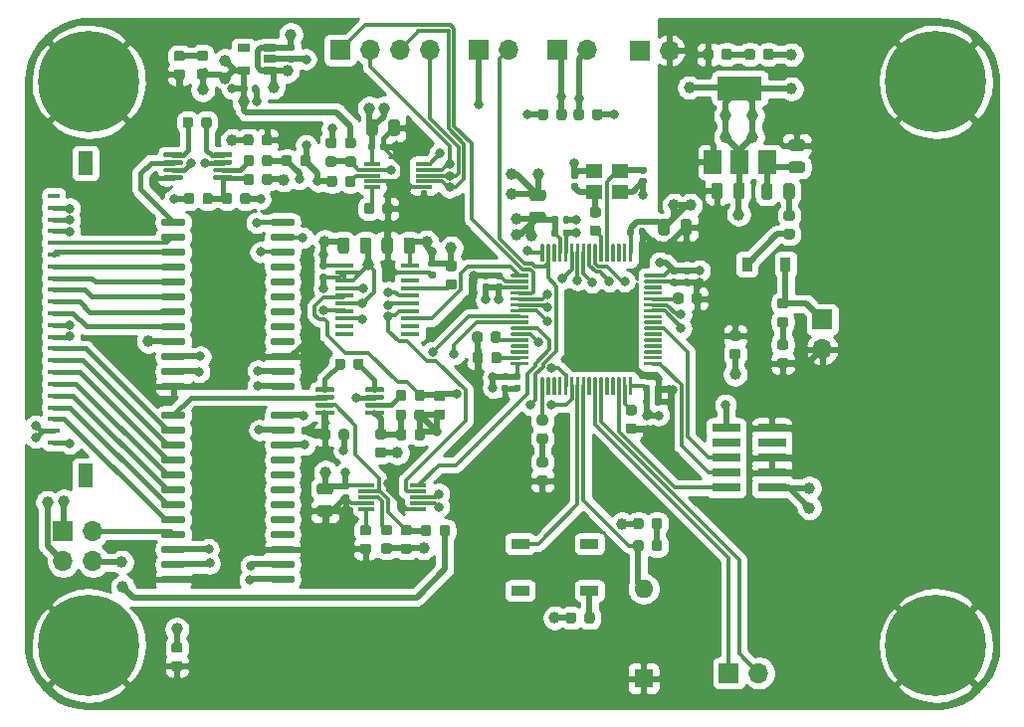
<source format=gbr>
G04 #@! TF.GenerationSoftware,KiCad,Pcbnew,(5.1.6)-1*
G04 #@! TF.CreationDate,2020-06-29T20:37:26+02:00*
G04 #@! TF.ProjectId,SensorArray,53656e73-6f72-4417-9272-61792e6b6963,rev?*
G04 #@! TF.SameCoordinates,Original*
G04 #@! TF.FileFunction,Copper,L1,Top*
G04 #@! TF.FilePolarity,Positive*
%FSLAX46Y46*%
G04 Gerber Fmt 4.6, Leading zero omitted, Abs format (unit mm)*
G04 Created by KiCad (PCBNEW (5.1.6)-1) date 2020-06-29 20:37:26*
%MOMM*%
%LPD*%
G01*
G04 APERTURE LIST*
G04 #@! TA.AperFunction,SMDPad,CuDef*
%ADD10R,1.000000X0.400000*%
G04 #@! TD*
G04 #@! TA.AperFunction,SMDPad,CuDef*
%ADD11R,1.300000X2.000000*%
G04 #@! TD*
G04 #@! TA.AperFunction,SMDPad,CuDef*
%ADD12R,0.900000X1.200000*%
G04 #@! TD*
G04 #@! TA.AperFunction,ComponentPad*
%ADD13C,0.900000*%
G04 #@! TD*
G04 #@! TA.AperFunction,ComponentPad*
%ADD14C,8.600000*%
G04 #@! TD*
G04 #@! TA.AperFunction,SMDPad,CuDef*
%ADD15R,1.400000X1.200000*%
G04 #@! TD*
G04 #@! TA.AperFunction,ComponentPad*
%ADD16R,1.700000X1.700000*%
G04 #@! TD*
G04 #@! TA.AperFunction,ComponentPad*
%ADD17O,1.700000X1.700000*%
G04 #@! TD*
G04 #@! TA.AperFunction,SMDPad,CuDef*
%ADD18R,2.400000X0.740000*%
G04 #@! TD*
G04 #@! TA.AperFunction,SMDPad,CuDef*
%ADD19R,1.550000X0.850000*%
G04 #@! TD*
G04 #@! TA.AperFunction,ComponentPad*
%ADD20R,1.600000X1.600000*%
G04 #@! TD*
G04 #@! TA.AperFunction,ComponentPad*
%ADD21O,1.600000X1.600000*%
G04 #@! TD*
G04 #@! TA.AperFunction,SMDPad,CuDef*
%ADD22R,3.800000X2.000000*%
G04 #@! TD*
G04 #@! TA.AperFunction,SMDPad,CuDef*
%ADD23R,1.500000X2.000000*%
G04 #@! TD*
G04 #@! TA.AperFunction,SMDPad,CuDef*
%ADD24R,1.060000X0.650000*%
G04 #@! TD*
G04 #@! TA.AperFunction,SMDPad,CuDef*
%ADD25R,1.400000X0.300000*%
G04 #@! TD*
G04 #@! TA.AperFunction,SMDPad,CuDef*
%ADD26R,1.600000X0.300000*%
G04 #@! TD*
G04 #@! TA.AperFunction,ViaPad*
%ADD27C,1.000000*%
G04 #@! TD*
G04 #@! TA.AperFunction,ViaPad*
%ADD28C,0.800000*%
G04 #@! TD*
G04 #@! TA.AperFunction,Conductor*
%ADD29C,0.500000*%
G04 #@! TD*
G04 #@! TA.AperFunction,Conductor*
%ADD30C,0.300000*%
G04 #@! TD*
G04 #@! TA.AperFunction,Conductor*
%ADD31C,0.400000*%
G04 #@! TD*
G04 #@! TA.AperFunction,Conductor*
%ADD32C,0.254000*%
G04 #@! TD*
G04 APERTURE END LIST*
G04 #@! TA.AperFunction,SMDPad,CuDef*
G36*
G01*
X72025000Y-39800000D02*
X72175000Y-39800000D01*
G75*
G02*
X72250000Y-39875000I0J-75000D01*
G01*
X72250000Y-41275000D01*
G75*
G02*
X72175000Y-41350000I-75000J0D01*
G01*
X72025000Y-41350000D01*
G75*
G02*
X71950000Y-41275000I0J75000D01*
G01*
X71950000Y-39875000D01*
G75*
G02*
X72025000Y-39800000I75000J0D01*
G01*
G37*
G04 #@! TD.AperFunction*
G04 #@! TA.AperFunction,SMDPad,CuDef*
G36*
G01*
X71525000Y-39800000D02*
X71675000Y-39800000D01*
G75*
G02*
X71750000Y-39875000I0J-75000D01*
G01*
X71750000Y-41275000D01*
G75*
G02*
X71675000Y-41350000I-75000J0D01*
G01*
X71525000Y-41350000D01*
G75*
G02*
X71450000Y-41275000I0J75000D01*
G01*
X71450000Y-39875000D01*
G75*
G02*
X71525000Y-39800000I75000J0D01*
G01*
G37*
G04 #@! TD.AperFunction*
G04 #@! TA.AperFunction,SMDPad,CuDef*
G36*
G01*
X71025000Y-39800000D02*
X71175000Y-39800000D01*
G75*
G02*
X71250000Y-39875000I0J-75000D01*
G01*
X71250000Y-41275000D01*
G75*
G02*
X71175000Y-41350000I-75000J0D01*
G01*
X71025000Y-41350000D01*
G75*
G02*
X70950000Y-41275000I0J75000D01*
G01*
X70950000Y-39875000D01*
G75*
G02*
X71025000Y-39800000I75000J0D01*
G01*
G37*
G04 #@! TD.AperFunction*
G04 #@! TA.AperFunction,SMDPad,CuDef*
G36*
G01*
X70525000Y-39800000D02*
X70675000Y-39800000D01*
G75*
G02*
X70750000Y-39875000I0J-75000D01*
G01*
X70750000Y-41275000D01*
G75*
G02*
X70675000Y-41350000I-75000J0D01*
G01*
X70525000Y-41350000D01*
G75*
G02*
X70450000Y-41275000I0J75000D01*
G01*
X70450000Y-39875000D01*
G75*
G02*
X70525000Y-39800000I75000J0D01*
G01*
G37*
G04 #@! TD.AperFunction*
G04 #@! TA.AperFunction,SMDPad,CuDef*
G36*
G01*
X70025000Y-39800000D02*
X70175000Y-39800000D01*
G75*
G02*
X70250000Y-39875000I0J-75000D01*
G01*
X70250000Y-41275000D01*
G75*
G02*
X70175000Y-41350000I-75000J0D01*
G01*
X70025000Y-41350000D01*
G75*
G02*
X69950000Y-41275000I0J75000D01*
G01*
X69950000Y-39875000D01*
G75*
G02*
X70025000Y-39800000I75000J0D01*
G01*
G37*
G04 #@! TD.AperFunction*
G04 #@! TA.AperFunction,SMDPad,CuDef*
G36*
G01*
X69525000Y-39800000D02*
X69675000Y-39800000D01*
G75*
G02*
X69750000Y-39875000I0J-75000D01*
G01*
X69750000Y-41275000D01*
G75*
G02*
X69675000Y-41350000I-75000J0D01*
G01*
X69525000Y-41350000D01*
G75*
G02*
X69450000Y-41275000I0J75000D01*
G01*
X69450000Y-39875000D01*
G75*
G02*
X69525000Y-39800000I75000J0D01*
G01*
G37*
G04 #@! TD.AperFunction*
G04 #@! TA.AperFunction,SMDPad,CuDef*
G36*
G01*
X69025000Y-39800000D02*
X69175000Y-39800000D01*
G75*
G02*
X69250000Y-39875000I0J-75000D01*
G01*
X69250000Y-41275000D01*
G75*
G02*
X69175000Y-41350000I-75000J0D01*
G01*
X69025000Y-41350000D01*
G75*
G02*
X68950000Y-41275000I0J75000D01*
G01*
X68950000Y-39875000D01*
G75*
G02*
X69025000Y-39800000I75000J0D01*
G01*
G37*
G04 #@! TD.AperFunction*
G04 #@! TA.AperFunction,SMDPad,CuDef*
G36*
G01*
X68525000Y-39800000D02*
X68675000Y-39800000D01*
G75*
G02*
X68750000Y-39875000I0J-75000D01*
G01*
X68750000Y-41275000D01*
G75*
G02*
X68675000Y-41350000I-75000J0D01*
G01*
X68525000Y-41350000D01*
G75*
G02*
X68450000Y-41275000I0J75000D01*
G01*
X68450000Y-39875000D01*
G75*
G02*
X68525000Y-39800000I75000J0D01*
G01*
G37*
G04 #@! TD.AperFunction*
G04 #@! TA.AperFunction,SMDPad,CuDef*
G36*
G01*
X68025000Y-39800000D02*
X68175000Y-39800000D01*
G75*
G02*
X68250000Y-39875000I0J-75000D01*
G01*
X68250000Y-41275000D01*
G75*
G02*
X68175000Y-41350000I-75000J0D01*
G01*
X68025000Y-41350000D01*
G75*
G02*
X67950000Y-41275000I0J75000D01*
G01*
X67950000Y-39875000D01*
G75*
G02*
X68025000Y-39800000I75000J0D01*
G01*
G37*
G04 #@! TD.AperFunction*
G04 #@! TA.AperFunction,SMDPad,CuDef*
G36*
G01*
X67525000Y-39800000D02*
X67675000Y-39800000D01*
G75*
G02*
X67750000Y-39875000I0J-75000D01*
G01*
X67750000Y-41275000D01*
G75*
G02*
X67675000Y-41350000I-75000J0D01*
G01*
X67525000Y-41350000D01*
G75*
G02*
X67450000Y-41275000I0J75000D01*
G01*
X67450000Y-39875000D01*
G75*
G02*
X67525000Y-39800000I75000J0D01*
G01*
G37*
G04 #@! TD.AperFunction*
G04 #@! TA.AperFunction,SMDPad,CuDef*
G36*
G01*
X67025000Y-39800000D02*
X67175000Y-39800000D01*
G75*
G02*
X67250000Y-39875000I0J-75000D01*
G01*
X67250000Y-41275000D01*
G75*
G02*
X67175000Y-41350000I-75000J0D01*
G01*
X67025000Y-41350000D01*
G75*
G02*
X66950000Y-41275000I0J75000D01*
G01*
X66950000Y-39875000D01*
G75*
G02*
X67025000Y-39800000I75000J0D01*
G01*
G37*
G04 #@! TD.AperFunction*
G04 #@! TA.AperFunction,SMDPad,CuDef*
G36*
G01*
X66525000Y-39800000D02*
X66675000Y-39800000D01*
G75*
G02*
X66750000Y-39875000I0J-75000D01*
G01*
X66750000Y-41275000D01*
G75*
G02*
X66675000Y-41350000I-75000J0D01*
G01*
X66525000Y-41350000D01*
G75*
G02*
X66450000Y-41275000I0J75000D01*
G01*
X66450000Y-39875000D01*
G75*
G02*
X66525000Y-39800000I75000J0D01*
G01*
G37*
G04 #@! TD.AperFunction*
G04 #@! TA.AperFunction,SMDPad,CuDef*
G36*
G01*
X66025000Y-39800000D02*
X66175000Y-39800000D01*
G75*
G02*
X66250000Y-39875000I0J-75000D01*
G01*
X66250000Y-41275000D01*
G75*
G02*
X66175000Y-41350000I-75000J0D01*
G01*
X66025000Y-41350000D01*
G75*
G02*
X65950000Y-41275000I0J75000D01*
G01*
X65950000Y-39875000D01*
G75*
G02*
X66025000Y-39800000I75000J0D01*
G01*
G37*
G04 #@! TD.AperFunction*
G04 #@! TA.AperFunction,SMDPad,CuDef*
G36*
G01*
X65525000Y-39800000D02*
X65675000Y-39800000D01*
G75*
G02*
X65750000Y-39875000I0J-75000D01*
G01*
X65750000Y-41275000D01*
G75*
G02*
X65675000Y-41350000I-75000J0D01*
G01*
X65525000Y-41350000D01*
G75*
G02*
X65450000Y-41275000I0J75000D01*
G01*
X65450000Y-39875000D01*
G75*
G02*
X65525000Y-39800000I75000J0D01*
G01*
G37*
G04 #@! TD.AperFunction*
G04 #@! TA.AperFunction,SMDPad,CuDef*
G36*
G01*
X65025000Y-39800000D02*
X65175000Y-39800000D01*
G75*
G02*
X65250000Y-39875000I0J-75000D01*
G01*
X65250000Y-41275000D01*
G75*
G02*
X65175000Y-41350000I-75000J0D01*
G01*
X65025000Y-41350000D01*
G75*
G02*
X64950000Y-41275000I0J75000D01*
G01*
X64950000Y-39875000D01*
G75*
G02*
X65025000Y-39800000I75000J0D01*
G01*
G37*
G04 #@! TD.AperFunction*
G04 #@! TA.AperFunction,SMDPad,CuDef*
G36*
G01*
X64525000Y-39800000D02*
X64675000Y-39800000D01*
G75*
G02*
X64750000Y-39875000I0J-75000D01*
G01*
X64750000Y-41275000D01*
G75*
G02*
X64675000Y-41350000I-75000J0D01*
G01*
X64525000Y-41350000D01*
G75*
G02*
X64450000Y-41275000I0J75000D01*
G01*
X64450000Y-39875000D01*
G75*
G02*
X64525000Y-39800000I75000J0D01*
G01*
G37*
G04 #@! TD.AperFunction*
G04 #@! TA.AperFunction,SMDPad,CuDef*
G36*
G01*
X61975000Y-42350000D02*
X63375000Y-42350000D01*
G75*
G02*
X63450000Y-42425000I0J-75000D01*
G01*
X63450000Y-42575000D01*
G75*
G02*
X63375000Y-42650000I-75000J0D01*
G01*
X61975000Y-42650000D01*
G75*
G02*
X61900000Y-42575000I0J75000D01*
G01*
X61900000Y-42425000D01*
G75*
G02*
X61975000Y-42350000I75000J0D01*
G01*
G37*
G04 #@! TD.AperFunction*
G04 #@! TA.AperFunction,SMDPad,CuDef*
G36*
G01*
X61975000Y-42850000D02*
X63375000Y-42850000D01*
G75*
G02*
X63450000Y-42925000I0J-75000D01*
G01*
X63450000Y-43075000D01*
G75*
G02*
X63375000Y-43150000I-75000J0D01*
G01*
X61975000Y-43150000D01*
G75*
G02*
X61900000Y-43075000I0J75000D01*
G01*
X61900000Y-42925000D01*
G75*
G02*
X61975000Y-42850000I75000J0D01*
G01*
G37*
G04 #@! TD.AperFunction*
G04 #@! TA.AperFunction,SMDPad,CuDef*
G36*
G01*
X61975000Y-43350000D02*
X63375000Y-43350000D01*
G75*
G02*
X63450000Y-43425000I0J-75000D01*
G01*
X63450000Y-43575000D01*
G75*
G02*
X63375000Y-43650000I-75000J0D01*
G01*
X61975000Y-43650000D01*
G75*
G02*
X61900000Y-43575000I0J75000D01*
G01*
X61900000Y-43425000D01*
G75*
G02*
X61975000Y-43350000I75000J0D01*
G01*
G37*
G04 #@! TD.AperFunction*
G04 #@! TA.AperFunction,SMDPad,CuDef*
G36*
G01*
X61975000Y-43850000D02*
X63375000Y-43850000D01*
G75*
G02*
X63450000Y-43925000I0J-75000D01*
G01*
X63450000Y-44075000D01*
G75*
G02*
X63375000Y-44150000I-75000J0D01*
G01*
X61975000Y-44150000D01*
G75*
G02*
X61900000Y-44075000I0J75000D01*
G01*
X61900000Y-43925000D01*
G75*
G02*
X61975000Y-43850000I75000J0D01*
G01*
G37*
G04 #@! TD.AperFunction*
G04 #@! TA.AperFunction,SMDPad,CuDef*
G36*
G01*
X61975000Y-44350000D02*
X63375000Y-44350000D01*
G75*
G02*
X63450000Y-44425000I0J-75000D01*
G01*
X63450000Y-44575000D01*
G75*
G02*
X63375000Y-44650000I-75000J0D01*
G01*
X61975000Y-44650000D01*
G75*
G02*
X61900000Y-44575000I0J75000D01*
G01*
X61900000Y-44425000D01*
G75*
G02*
X61975000Y-44350000I75000J0D01*
G01*
G37*
G04 #@! TD.AperFunction*
G04 #@! TA.AperFunction,SMDPad,CuDef*
G36*
G01*
X61975000Y-44850000D02*
X63375000Y-44850000D01*
G75*
G02*
X63450000Y-44925000I0J-75000D01*
G01*
X63450000Y-45075000D01*
G75*
G02*
X63375000Y-45150000I-75000J0D01*
G01*
X61975000Y-45150000D01*
G75*
G02*
X61900000Y-45075000I0J75000D01*
G01*
X61900000Y-44925000D01*
G75*
G02*
X61975000Y-44850000I75000J0D01*
G01*
G37*
G04 #@! TD.AperFunction*
G04 #@! TA.AperFunction,SMDPad,CuDef*
G36*
G01*
X61975000Y-45350000D02*
X63375000Y-45350000D01*
G75*
G02*
X63450000Y-45425000I0J-75000D01*
G01*
X63450000Y-45575000D01*
G75*
G02*
X63375000Y-45650000I-75000J0D01*
G01*
X61975000Y-45650000D01*
G75*
G02*
X61900000Y-45575000I0J75000D01*
G01*
X61900000Y-45425000D01*
G75*
G02*
X61975000Y-45350000I75000J0D01*
G01*
G37*
G04 #@! TD.AperFunction*
G04 #@! TA.AperFunction,SMDPad,CuDef*
G36*
G01*
X61975000Y-45850000D02*
X63375000Y-45850000D01*
G75*
G02*
X63450000Y-45925000I0J-75000D01*
G01*
X63450000Y-46075000D01*
G75*
G02*
X63375000Y-46150000I-75000J0D01*
G01*
X61975000Y-46150000D01*
G75*
G02*
X61900000Y-46075000I0J75000D01*
G01*
X61900000Y-45925000D01*
G75*
G02*
X61975000Y-45850000I75000J0D01*
G01*
G37*
G04 #@! TD.AperFunction*
G04 #@! TA.AperFunction,SMDPad,CuDef*
G36*
G01*
X61975000Y-46350000D02*
X63375000Y-46350000D01*
G75*
G02*
X63450000Y-46425000I0J-75000D01*
G01*
X63450000Y-46575000D01*
G75*
G02*
X63375000Y-46650000I-75000J0D01*
G01*
X61975000Y-46650000D01*
G75*
G02*
X61900000Y-46575000I0J75000D01*
G01*
X61900000Y-46425000D01*
G75*
G02*
X61975000Y-46350000I75000J0D01*
G01*
G37*
G04 #@! TD.AperFunction*
G04 #@! TA.AperFunction,SMDPad,CuDef*
G36*
G01*
X61975000Y-46850000D02*
X63375000Y-46850000D01*
G75*
G02*
X63450000Y-46925000I0J-75000D01*
G01*
X63450000Y-47075000D01*
G75*
G02*
X63375000Y-47150000I-75000J0D01*
G01*
X61975000Y-47150000D01*
G75*
G02*
X61900000Y-47075000I0J75000D01*
G01*
X61900000Y-46925000D01*
G75*
G02*
X61975000Y-46850000I75000J0D01*
G01*
G37*
G04 #@! TD.AperFunction*
G04 #@! TA.AperFunction,SMDPad,CuDef*
G36*
G01*
X61975000Y-47350000D02*
X63375000Y-47350000D01*
G75*
G02*
X63450000Y-47425000I0J-75000D01*
G01*
X63450000Y-47575000D01*
G75*
G02*
X63375000Y-47650000I-75000J0D01*
G01*
X61975000Y-47650000D01*
G75*
G02*
X61900000Y-47575000I0J75000D01*
G01*
X61900000Y-47425000D01*
G75*
G02*
X61975000Y-47350000I75000J0D01*
G01*
G37*
G04 #@! TD.AperFunction*
G04 #@! TA.AperFunction,SMDPad,CuDef*
G36*
G01*
X61975000Y-47850000D02*
X63375000Y-47850000D01*
G75*
G02*
X63450000Y-47925000I0J-75000D01*
G01*
X63450000Y-48075000D01*
G75*
G02*
X63375000Y-48150000I-75000J0D01*
G01*
X61975000Y-48150000D01*
G75*
G02*
X61900000Y-48075000I0J75000D01*
G01*
X61900000Y-47925000D01*
G75*
G02*
X61975000Y-47850000I75000J0D01*
G01*
G37*
G04 #@! TD.AperFunction*
G04 #@! TA.AperFunction,SMDPad,CuDef*
G36*
G01*
X61975000Y-48350000D02*
X63375000Y-48350000D01*
G75*
G02*
X63450000Y-48425000I0J-75000D01*
G01*
X63450000Y-48575000D01*
G75*
G02*
X63375000Y-48650000I-75000J0D01*
G01*
X61975000Y-48650000D01*
G75*
G02*
X61900000Y-48575000I0J75000D01*
G01*
X61900000Y-48425000D01*
G75*
G02*
X61975000Y-48350000I75000J0D01*
G01*
G37*
G04 #@! TD.AperFunction*
G04 #@! TA.AperFunction,SMDPad,CuDef*
G36*
G01*
X61975000Y-48850000D02*
X63375000Y-48850000D01*
G75*
G02*
X63450000Y-48925000I0J-75000D01*
G01*
X63450000Y-49075000D01*
G75*
G02*
X63375000Y-49150000I-75000J0D01*
G01*
X61975000Y-49150000D01*
G75*
G02*
X61900000Y-49075000I0J75000D01*
G01*
X61900000Y-48925000D01*
G75*
G02*
X61975000Y-48850000I75000J0D01*
G01*
G37*
G04 #@! TD.AperFunction*
G04 #@! TA.AperFunction,SMDPad,CuDef*
G36*
G01*
X61975000Y-49350000D02*
X63375000Y-49350000D01*
G75*
G02*
X63450000Y-49425000I0J-75000D01*
G01*
X63450000Y-49575000D01*
G75*
G02*
X63375000Y-49650000I-75000J0D01*
G01*
X61975000Y-49650000D01*
G75*
G02*
X61900000Y-49575000I0J75000D01*
G01*
X61900000Y-49425000D01*
G75*
G02*
X61975000Y-49350000I75000J0D01*
G01*
G37*
G04 #@! TD.AperFunction*
G04 #@! TA.AperFunction,SMDPad,CuDef*
G36*
G01*
X61975000Y-49850000D02*
X63375000Y-49850000D01*
G75*
G02*
X63450000Y-49925000I0J-75000D01*
G01*
X63450000Y-50075000D01*
G75*
G02*
X63375000Y-50150000I-75000J0D01*
G01*
X61975000Y-50150000D01*
G75*
G02*
X61900000Y-50075000I0J75000D01*
G01*
X61900000Y-49925000D01*
G75*
G02*
X61975000Y-49850000I75000J0D01*
G01*
G37*
G04 #@! TD.AperFunction*
G04 #@! TA.AperFunction,SMDPad,CuDef*
G36*
G01*
X64525000Y-51150000D02*
X64675000Y-51150000D01*
G75*
G02*
X64750000Y-51225000I0J-75000D01*
G01*
X64750000Y-52625000D01*
G75*
G02*
X64675000Y-52700000I-75000J0D01*
G01*
X64525000Y-52700000D01*
G75*
G02*
X64450000Y-52625000I0J75000D01*
G01*
X64450000Y-51225000D01*
G75*
G02*
X64525000Y-51150000I75000J0D01*
G01*
G37*
G04 #@! TD.AperFunction*
G04 #@! TA.AperFunction,SMDPad,CuDef*
G36*
G01*
X65025000Y-51150000D02*
X65175000Y-51150000D01*
G75*
G02*
X65250000Y-51225000I0J-75000D01*
G01*
X65250000Y-52625000D01*
G75*
G02*
X65175000Y-52700000I-75000J0D01*
G01*
X65025000Y-52700000D01*
G75*
G02*
X64950000Y-52625000I0J75000D01*
G01*
X64950000Y-51225000D01*
G75*
G02*
X65025000Y-51150000I75000J0D01*
G01*
G37*
G04 #@! TD.AperFunction*
G04 #@! TA.AperFunction,SMDPad,CuDef*
G36*
G01*
X65525000Y-51150000D02*
X65675000Y-51150000D01*
G75*
G02*
X65750000Y-51225000I0J-75000D01*
G01*
X65750000Y-52625000D01*
G75*
G02*
X65675000Y-52700000I-75000J0D01*
G01*
X65525000Y-52700000D01*
G75*
G02*
X65450000Y-52625000I0J75000D01*
G01*
X65450000Y-51225000D01*
G75*
G02*
X65525000Y-51150000I75000J0D01*
G01*
G37*
G04 #@! TD.AperFunction*
G04 #@! TA.AperFunction,SMDPad,CuDef*
G36*
G01*
X66025000Y-51150000D02*
X66175000Y-51150000D01*
G75*
G02*
X66250000Y-51225000I0J-75000D01*
G01*
X66250000Y-52625000D01*
G75*
G02*
X66175000Y-52700000I-75000J0D01*
G01*
X66025000Y-52700000D01*
G75*
G02*
X65950000Y-52625000I0J75000D01*
G01*
X65950000Y-51225000D01*
G75*
G02*
X66025000Y-51150000I75000J0D01*
G01*
G37*
G04 #@! TD.AperFunction*
G04 #@! TA.AperFunction,SMDPad,CuDef*
G36*
G01*
X66525000Y-51150000D02*
X66675000Y-51150000D01*
G75*
G02*
X66750000Y-51225000I0J-75000D01*
G01*
X66750000Y-52625000D01*
G75*
G02*
X66675000Y-52700000I-75000J0D01*
G01*
X66525000Y-52700000D01*
G75*
G02*
X66450000Y-52625000I0J75000D01*
G01*
X66450000Y-51225000D01*
G75*
G02*
X66525000Y-51150000I75000J0D01*
G01*
G37*
G04 #@! TD.AperFunction*
G04 #@! TA.AperFunction,SMDPad,CuDef*
G36*
G01*
X67025000Y-51150000D02*
X67175000Y-51150000D01*
G75*
G02*
X67250000Y-51225000I0J-75000D01*
G01*
X67250000Y-52625000D01*
G75*
G02*
X67175000Y-52700000I-75000J0D01*
G01*
X67025000Y-52700000D01*
G75*
G02*
X66950000Y-52625000I0J75000D01*
G01*
X66950000Y-51225000D01*
G75*
G02*
X67025000Y-51150000I75000J0D01*
G01*
G37*
G04 #@! TD.AperFunction*
G04 #@! TA.AperFunction,SMDPad,CuDef*
G36*
G01*
X67525000Y-51150000D02*
X67675000Y-51150000D01*
G75*
G02*
X67750000Y-51225000I0J-75000D01*
G01*
X67750000Y-52625000D01*
G75*
G02*
X67675000Y-52700000I-75000J0D01*
G01*
X67525000Y-52700000D01*
G75*
G02*
X67450000Y-52625000I0J75000D01*
G01*
X67450000Y-51225000D01*
G75*
G02*
X67525000Y-51150000I75000J0D01*
G01*
G37*
G04 #@! TD.AperFunction*
G04 #@! TA.AperFunction,SMDPad,CuDef*
G36*
G01*
X68025000Y-51150000D02*
X68175000Y-51150000D01*
G75*
G02*
X68250000Y-51225000I0J-75000D01*
G01*
X68250000Y-52625000D01*
G75*
G02*
X68175000Y-52700000I-75000J0D01*
G01*
X68025000Y-52700000D01*
G75*
G02*
X67950000Y-52625000I0J75000D01*
G01*
X67950000Y-51225000D01*
G75*
G02*
X68025000Y-51150000I75000J0D01*
G01*
G37*
G04 #@! TD.AperFunction*
G04 #@! TA.AperFunction,SMDPad,CuDef*
G36*
G01*
X68525000Y-51150000D02*
X68675000Y-51150000D01*
G75*
G02*
X68750000Y-51225000I0J-75000D01*
G01*
X68750000Y-52625000D01*
G75*
G02*
X68675000Y-52700000I-75000J0D01*
G01*
X68525000Y-52700000D01*
G75*
G02*
X68450000Y-52625000I0J75000D01*
G01*
X68450000Y-51225000D01*
G75*
G02*
X68525000Y-51150000I75000J0D01*
G01*
G37*
G04 #@! TD.AperFunction*
G04 #@! TA.AperFunction,SMDPad,CuDef*
G36*
G01*
X69025000Y-51150000D02*
X69175000Y-51150000D01*
G75*
G02*
X69250000Y-51225000I0J-75000D01*
G01*
X69250000Y-52625000D01*
G75*
G02*
X69175000Y-52700000I-75000J0D01*
G01*
X69025000Y-52700000D01*
G75*
G02*
X68950000Y-52625000I0J75000D01*
G01*
X68950000Y-51225000D01*
G75*
G02*
X69025000Y-51150000I75000J0D01*
G01*
G37*
G04 #@! TD.AperFunction*
G04 #@! TA.AperFunction,SMDPad,CuDef*
G36*
G01*
X69525000Y-51150000D02*
X69675000Y-51150000D01*
G75*
G02*
X69750000Y-51225000I0J-75000D01*
G01*
X69750000Y-52625000D01*
G75*
G02*
X69675000Y-52700000I-75000J0D01*
G01*
X69525000Y-52700000D01*
G75*
G02*
X69450000Y-52625000I0J75000D01*
G01*
X69450000Y-51225000D01*
G75*
G02*
X69525000Y-51150000I75000J0D01*
G01*
G37*
G04 #@! TD.AperFunction*
G04 #@! TA.AperFunction,SMDPad,CuDef*
G36*
G01*
X70025000Y-51150000D02*
X70175000Y-51150000D01*
G75*
G02*
X70250000Y-51225000I0J-75000D01*
G01*
X70250000Y-52625000D01*
G75*
G02*
X70175000Y-52700000I-75000J0D01*
G01*
X70025000Y-52700000D01*
G75*
G02*
X69950000Y-52625000I0J75000D01*
G01*
X69950000Y-51225000D01*
G75*
G02*
X70025000Y-51150000I75000J0D01*
G01*
G37*
G04 #@! TD.AperFunction*
G04 #@! TA.AperFunction,SMDPad,CuDef*
G36*
G01*
X70525000Y-51150000D02*
X70675000Y-51150000D01*
G75*
G02*
X70750000Y-51225000I0J-75000D01*
G01*
X70750000Y-52625000D01*
G75*
G02*
X70675000Y-52700000I-75000J0D01*
G01*
X70525000Y-52700000D01*
G75*
G02*
X70450000Y-52625000I0J75000D01*
G01*
X70450000Y-51225000D01*
G75*
G02*
X70525000Y-51150000I75000J0D01*
G01*
G37*
G04 #@! TD.AperFunction*
G04 #@! TA.AperFunction,SMDPad,CuDef*
G36*
G01*
X71025000Y-51150000D02*
X71175000Y-51150000D01*
G75*
G02*
X71250000Y-51225000I0J-75000D01*
G01*
X71250000Y-52625000D01*
G75*
G02*
X71175000Y-52700000I-75000J0D01*
G01*
X71025000Y-52700000D01*
G75*
G02*
X70950000Y-52625000I0J75000D01*
G01*
X70950000Y-51225000D01*
G75*
G02*
X71025000Y-51150000I75000J0D01*
G01*
G37*
G04 #@! TD.AperFunction*
G04 #@! TA.AperFunction,SMDPad,CuDef*
G36*
G01*
X71525000Y-51150000D02*
X71675000Y-51150000D01*
G75*
G02*
X71750000Y-51225000I0J-75000D01*
G01*
X71750000Y-52625000D01*
G75*
G02*
X71675000Y-52700000I-75000J0D01*
G01*
X71525000Y-52700000D01*
G75*
G02*
X71450000Y-52625000I0J75000D01*
G01*
X71450000Y-51225000D01*
G75*
G02*
X71525000Y-51150000I75000J0D01*
G01*
G37*
G04 #@! TD.AperFunction*
G04 #@! TA.AperFunction,SMDPad,CuDef*
G36*
G01*
X72025000Y-51150000D02*
X72175000Y-51150000D01*
G75*
G02*
X72250000Y-51225000I0J-75000D01*
G01*
X72250000Y-52625000D01*
G75*
G02*
X72175000Y-52700000I-75000J0D01*
G01*
X72025000Y-52700000D01*
G75*
G02*
X71950000Y-52625000I0J75000D01*
G01*
X71950000Y-51225000D01*
G75*
G02*
X72025000Y-51150000I75000J0D01*
G01*
G37*
G04 #@! TD.AperFunction*
G04 #@! TA.AperFunction,SMDPad,CuDef*
G36*
G01*
X73325000Y-49850000D02*
X74725000Y-49850000D01*
G75*
G02*
X74800000Y-49925000I0J-75000D01*
G01*
X74800000Y-50075000D01*
G75*
G02*
X74725000Y-50150000I-75000J0D01*
G01*
X73325000Y-50150000D01*
G75*
G02*
X73250000Y-50075000I0J75000D01*
G01*
X73250000Y-49925000D01*
G75*
G02*
X73325000Y-49850000I75000J0D01*
G01*
G37*
G04 #@! TD.AperFunction*
G04 #@! TA.AperFunction,SMDPad,CuDef*
G36*
G01*
X73325000Y-49350000D02*
X74725000Y-49350000D01*
G75*
G02*
X74800000Y-49425000I0J-75000D01*
G01*
X74800000Y-49575000D01*
G75*
G02*
X74725000Y-49650000I-75000J0D01*
G01*
X73325000Y-49650000D01*
G75*
G02*
X73250000Y-49575000I0J75000D01*
G01*
X73250000Y-49425000D01*
G75*
G02*
X73325000Y-49350000I75000J0D01*
G01*
G37*
G04 #@! TD.AperFunction*
G04 #@! TA.AperFunction,SMDPad,CuDef*
G36*
G01*
X73325000Y-48850000D02*
X74725000Y-48850000D01*
G75*
G02*
X74800000Y-48925000I0J-75000D01*
G01*
X74800000Y-49075000D01*
G75*
G02*
X74725000Y-49150000I-75000J0D01*
G01*
X73325000Y-49150000D01*
G75*
G02*
X73250000Y-49075000I0J75000D01*
G01*
X73250000Y-48925000D01*
G75*
G02*
X73325000Y-48850000I75000J0D01*
G01*
G37*
G04 #@! TD.AperFunction*
G04 #@! TA.AperFunction,SMDPad,CuDef*
G36*
G01*
X73325000Y-48350000D02*
X74725000Y-48350000D01*
G75*
G02*
X74800000Y-48425000I0J-75000D01*
G01*
X74800000Y-48575000D01*
G75*
G02*
X74725000Y-48650000I-75000J0D01*
G01*
X73325000Y-48650000D01*
G75*
G02*
X73250000Y-48575000I0J75000D01*
G01*
X73250000Y-48425000D01*
G75*
G02*
X73325000Y-48350000I75000J0D01*
G01*
G37*
G04 #@! TD.AperFunction*
G04 #@! TA.AperFunction,SMDPad,CuDef*
G36*
G01*
X73325000Y-47850000D02*
X74725000Y-47850000D01*
G75*
G02*
X74800000Y-47925000I0J-75000D01*
G01*
X74800000Y-48075000D01*
G75*
G02*
X74725000Y-48150000I-75000J0D01*
G01*
X73325000Y-48150000D01*
G75*
G02*
X73250000Y-48075000I0J75000D01*
G01*
X73250000Y-47925000D01*
G75*
G02*
X73325000Y-47850000I75000J0D01*
G01*
G37*
G04 #@! TD.AperFunction*
G04 #@! TA.AperFunction,SMDPad,CuDef*
G36*
G01*
X73325000Y-47350000D02*
X74725000Y-47350000D01*
G75*
G02*
X74800000Y-47425000I0J-75000D01*
G01*
X74800000Y-47575000D01*
G75*
G02*
X74725000Y-47650000I-75000J0D01*
G01*
X73325000Y-47650000D01*
G75*
G02*
X73250000Y-47575000I0J75000D01*
G01*
X73250000Y-47425000D01*
G75*
G02*
X73325000Y-47350000I75000J0D01*
G01*
G37*
G04 #@! TD.AperFunction*
G04 #@! TA.AperFunction,SMDPad,CuDef*
G36*
G01*
X73325000Y-46850000D02*
X74725000Y-46850000D01*
G75*
G02*
X74800000Y-46925000I0J-75000D01*
G01*
X74800000Y-47075000D01*
G75*
G02*
X74725000Y-47150000I-75000J0D01*
G01*
X73325000Y-47150000D01*
G75*
G02*
X73250000Y-47075000I0J75000D01*
G01*
X73250000Y-46925000D01*
G75*
G02*
X73325000Y-46850000I75000J0D01*
G01*
G37*
G04 #@! TD.AperFunction*
G04 #@! TA.AperFunction,SMDPad,CuDef*
G36*
G01*
X73325000Y-46350000D02*
X74725000Y-46350000D01*
G75*
G02*
X74800000Y-46425000I0J-75000D01*
G01*
X74800000Y-46575000D01*
G75*
G02*
X74725000Y-46650000I-75000J0D01*
G01*
X73325000Y-46650000D01*
G75*
G02*
X73250000Y-46575000I0J75000D01*
G01*
X73250000Y-46425000D01*
G75*
G02*
X73325000Y-46350000I75000J0D01*
G01*
G37*
G04 #@! TD.AperFunction*
G04 #@! TA.AperFunction,SMDPad,CuDef*
G36*
G01*
X73325000Y-45850000D02*
X74725000Y-45850000D01*
G75*
G02*
X74800000Y-45925000I0J-75000D01*
G01*
X74800000Y-46075000D01*
G75*
G02*
X74725000Y-46150000I-75000J0D01*
G01*
X73325000Y-46150000D01*
G75*
G02*
X73250000Y-46075000I0J75000D01*
G01*
X73250000Y-45925000D01*
G75*
G02*
X73325000Y-45850000I75000J0D01*
G01*
G37*
G04 #@! TD.AperFunction*
G04 #@! TA.AperFunction,SMDPad,CuDef*
G36*
G01*
X73325000Y-45350000D02*
X74725000Y-45350000D01*
G75*
G02*
X74800000Y-45425000I0J-75000D01*
G01*
X74800000Y-45575000D01*
G75*
G02*
X74725000Y-45650000I-75000J0D01*
G01*
X73325000Y-45650000D01*
G75*
G02*
X73250000Y-45575000I0J75000D01*
G01*
X73250000Y-45425000D01*
G75*
G02*
X73325000Y-45350000I75000J0D01*
G01*
G37*
G04 #@! TD.AperFunction*
G04 #@! TA.AperFunction,SMDPad,CuDef*
G36*
G01*
X73325000Y-44850000D02*
X74725000Y-44850000D01*
G75*
G02*
X74800000Y-44925000I0J-75000D01*
G01*
X74800000Y-45075000D01*
G75*
G02*
X74725000Y-45150000I-75000J0D01*
G01*
X73325000Y-45150000D01*
G75*
G02*
X73250000Y-45075000I0J75000D01*
G01*
X73250000Y-44925000D01*
G75*
G02*
X73325000Y-44850000I75000J0D01*
G01*
G37*
G04 #@! TD.AperFunction*
G04 #@! TA.AperFunction,SMDPad,CuDef*
G36*
G01*
X73325000Y-44350000D02*
X74725000Y-44350000D01*
G75*
G02*
X74800000Y-44425000I0J-75000D01*
G01*
X74800000Y-44575000D01*
G75*
G02*
X74725000Y-44650000I-75000J0D01*
G01*
X73325000Y-44650000D01*
G75*
G02*
X73250000Y-44575000I0J75000D01*
G01*
X73250000Y-44425000D01*
G75*
G02*
X73325000Y-44350000I75000J0D01*
G01*
G37*
G04 #@! TD.AperFunction*
G04 #@! TA.AperFunction,SMDPad,CuDef*
G36*
G01*
X73325000Y-43850000D02*
X74725000Y-43850000D01*
G75*
G02*
X74800000Y-43925000I0J-75000D01*
G01*
X74800000Y-44075000D01*
G75*
G02*
X74725000Y-44150000I-75000J0D01*
G01*
X73325000Y-44150000D01*
G75*
G02*
X73250000Y-44075000I0J75000D01*
G01*
X73250000Y-43925000D01*
G75*
G02*
X73325000Y-43850000I75000J0D01*
G01*
G37*
G04 #@! TD.AperFunction*
G04 #@! TA.AperFunction,SMDPad,CuDef*
G36*
G01*
X73325000Y-43350000D02*
X74725000Y-43350000D01*
G75*
G02*
X74800000Y-43425000I0J-75000D01*
G01*
X74800000Y-43575000D01*
G75*
G02*
X74725000Y-43650000I-75000J0D01*
G01*
X73325000Y-43650000D01*
G75*
G02*
X73250000Y-43575000I0J75000D01*
G01*
X73250000Y-43425000D01*
G75*
G02*
X73325000Y-43350000I75000J0D01*
G01*
G37*
G04 #@! TD.AperFunction*
G04 #@! TA.AperFunction,SMDPad,CuDef*
G36*
G01*
X73325000Y-42850000D02*
X74725000Y-42850000D01*
G75*
G02*
X74800000Y-42925000I0J-75000D01*
G01*
X74800000Y-43075000D01*
G75*
G02*
X74725000Y-43150000I-75000J0D01*
G01*
X73325000Y-43150000D01*
G75*
G02*
X73250000Y-43075000I0J75000D01*
G01*
X73250000Y-42925000D01*
G75*
G02*
X73325000Y-42850000I75000J0D01*
G01*
G37*
G04 #@! TD.AperFunction*
G04 #@! TA.AperFunction,SMDPad,CuDef*
G36*
G01*
X73325000Y-42350000D02*
X74725000Y-42350000D01*
G75*
G02*
X74800000Y-42425000I0J-75000D01*
G01*
X74800000Y-42575000D01*
G75*
G02*
X74725000Y-42650000I-75000J0D01*
G01*
X73325000Y-42650000D01*
G75*
G02*
X73250000Y-42575000I0J75000D01*
G01*
X73250000Y-42425000D01*
G75*
G02*
X73325000Y-42350000I75000J0D01*
G01*
G37*
G04 #@! TD.AperFunction*
D10*
X23015000Y-35725000D03*
X23015000Y-36725000D03*
X23015000Y-37725000D03*
X23015000Y-38725000D03*
X23015000Y-39725000D03*
X23015000Y-40725000D03*
X23015000Y-41725000D03*
X23015000Y-42725000D03*
X23015000Y-43725000D03*
X23015000Y-44725000D03*
X23015000Y-45725000D03*
X23015000Y-46725000D03*
X23015000Y-47725000D03*
X23015000Y-48725000D03*
X23015000Y-49725000D03*
X23015000Y-50725000D03*
X23015000Y-51725000D03*
X23015000Y-52725000D03*
X23015000Y-53725000D03*
X23015000Y-54725000D03*
X23015000Y-55725000D03*
X23015000Y-56725000D03*
D11*
X25715000Y-32925000D03*
X25715000Y-59525000D03*
G04 #@! TA.AperFunction,SMDPad,CuDef*
G36*
G01*
X74462500Y-38856250D02*
X74462500Y-37943750D01*
G75*
G02*
X74706250Y-37700000I243750J0D01*
G01*
X75193750Y-37700000D01*
G75*
G02*
X75437500Y-37943750I0J-243750D01*
G01*
X75437500Y-38856250D01*
G75*
G02*
X75193750Y-39100000I-243750J0D01*
G01*
X74706250Y-39100000D01*
G75*
G02*
X74462500Y-38856250I0J243750D01*
G01*
G37*
G04 #@! TD.AperFunction*
G04 #@! TA.AperFunction,SMDPad,CuDef*
G36*
G01*
X76337500Y-38856250D02*
X76337500Y-37943750D01*
G75*
G02*
X76581250Y-37700000I243750J0D01*
G01*
X77068750Y-37700000D01*
G75*
G02*
X77312500Y-37943750I0J-243750D01*
G01*
X77312500Y-38856250D01*
G75*
G02*
X77068750Y-39100000I-243750J0D01*
G01*
X76581250Y-39100000D01*
G75*
G02*
X76337500Y-38856250I0J243750D01*
G01*
G37*
G04 #@! TD.AperFunction*
G04 #@! TA.AperFunction,SMDPad,CuDef*
G36*
G01*
X71805000Y-38972500D02*
X71805000Y-38627500D01*
G75*
G02*
X71952500Y-38480000I147500J0D01*
G01*
X72247500Y-38480000D01*
G75*
G02*
X72395000Y-38627500I0J-147500D01*
G01*
X72395000Y-38972500D01*
G75*
G02*
X72247500Y-39120000I-147500J0D01*
G01*
X71952500Y-39120000D01*
G75*
G02*
X71805000Y-38972500I0J147500D01*
G01*
G37*
G04 #@! TD.AperFunction*
G04 #@! TA.AperFunction,SMDPad,CuDef*
G36*
G01*
X72775000Y-38972500D02*
X72775000Y-38627500D01*
G75*
G02*
X72922500Y-38480000I147500J0D01*
G01*
X73217500Y-38480000D01*
G75*
G02*
X73365000Y-38627500I0J-147500D01*
G01*
X73365000Y-38972500D01*
G75*
G02*
X73217500Y-39120000I-147500J0D01*
G01*
X72922500Y-39120000D01*
G75*
G02*
X72775000Y-38972500I0J147500D01*
G01*
G37*
G04 #@! TD.AperFunction*
G04 #@! TA.AperFunction,SMDPad,CuDef*
G36*
G01*
X61072500Y-43780000D02*
X60727500Y-43780000D01*
G75*
G02*
X60580000Y-43632500I0J147500D01*
G01*
X60580000Y-43337500D01*
G75*
G02*
X60727500Y-43190000I147500J0D01*
G01*
X61072500Y-43190000D01*
G75*
G02*
X61220000Y-43337500I0J-147500D01*
G01*
X61220000Y-43632500D01*
G75*
G02*
X61072500Y-43780000I-147500J0D01*
G01*
G37*
G04 #@! TD.AperFunction*
G04 #@! TA.AperFunction,SMDPad,CuDef*
G36*
G01*
X61072500Y-42810000D02*
X60727500Y-42810000D01*
G75*
G02*
X60580000Y-42662500I0J147500D01*
G01*
X60580000Y-42367500D01*
G75*
G02*
X60727500Y-42220000I147500J0D01*
G01*
X61072500Y-42220000D01*
G75*
G02*
X61220000Y-42367500I0J-147500D01*
G01*
X61220000Y-42662500D01*
G75*
G02*
X61072500Y-42810000I-147500J0D01*
G01*
G37*
G04 #@! TD.AperFunction*
G04 #@! TA.AperFunction,SMDPad,CuDef*
G36*
G01*
X59972500Y-42810000D02*
X59627500Y-42810000D01*
G75*
G02*
X59480000Y-42662500I0J147500D01*
G01*
X59480000Y-42367500D01*
G75*
G02*
X59627500Y-42220000I147500J0D01*
G01*
X59972500Y-42220000D01*
G75*
G02*
X60120000Y-42367500I0J-147500D01*
G01*
X60120000Y-42662500D01*
G75*
G02*
X59972500Y-42810000I-147500J0D01*
G01*
G37*
G04 #@! TD.AperFunction*
G04 #@! TA.AperFunction,SMDPad,CuDef*
G36*
G01*
X59972500Y-43780000D02*
X59627500Y-43780000D01*
G75*
G02*
X59480000Y-43632500I0J147500D01*
G01*
X59480000Y-43337500D01*
G75*
G02*
X59627500Y-43190000I147500J0D01*
G01*
X59972500Y-43190000D01*
G75*
G02*
X60120000Y-43337500I0J-147500D01*
G01*
X60120000Y-43632500D01*
G75*
G02*
X59972500Y-43780000I-147500J0D01*
G01*
G37*
G04 #@! TD.AperFunction*
G04 #@! TA.AperFunction,SMDPad,CuDef*
G36*
G01*
X62277500Y-51775000D02*
X62622500Y-51775000D01*
G75*
G02*
X62770000Y-51922500I0J-147500D01*
G01*
X62770000Y-52217500D01*
G75*
G02*
X62622500Y-52365000I-147500J0D01*
G01*
X62277500Y-52365000D01*
G75*
G02*
X62130000Y-52217500I0J147500D01*
G01*
X62130000Y-51922500D01*
G75*
G02*
X62277500Y-51775000I147500J0D01*
G01*
G37*
G04 #@! TD.AperFunction*
G04 #@! TA.AperFunction,SMDPad,CuDef*
G36*
G01*
X62277500Y-50805000D02*
X62622500Y-50805000D01*
G75*
G02*
X62770000Y-50952500I0J-147500D01*
G01*
X62770000Y-51247500D01*
G75*
G02*
X62622500Y-51395000I-147500J0D01*
G01*
X62277500Y-51395000D01*
G75*
G02*
X62130000Y-51247500I0J147500D01*
G01*
X62130000Y-50952500D01*
G75*
G02*
X62277500Y-50805000I147500J0D01*
G01*
G37*
G04 #@! TD.AperFunction*
G04 #@! TA.AperFunction,SMDPad,CuDef*
G36*
G01*
X61277500Y-51805000D02*
X61622500Y-51805000D01*
G75*
G02*
X61770000Y-51952500I0J-147500D01*
G01*
X61770000Y-52247500D01*
G75*
G02*
X61622500Y-52395000I-147500J0D01*
G01*
X61277500Y-52395000D01*
G75*
G02*
X61130000Y-52247500I0J147500D01*
G01*
X61130000Y-51952500D01*
G75*
G02*
X61277500Y-51805000I147500J0D01*
G01*
G37*
G04 #@! TD.AperFunction*
G04 #@! TA.AperFunction,SMDPad,CuDef*
G36*
G01*
X61277500Y-50835000D02*
X61622500Y-50835000D01*
G75*
G02*
X61770000Y-50982500I0J-147500D01*
G01*
X61770000Y-51277500D01*
G75*
G02*
X61622500Y-51425000I-147500J0D01*
G01*
X61277500Y-51425000D01*
G75*
G02*
X61130000Y-51277500I0J147500D01*
G01*
X61130000Y-50982500D01*
G75*
G02*
X61277500Y-50835000I147500J0D01*
G01*
G37*
G04 #@! TD.AperFunction*
G04 #@! TA.AperFunction,SMDPad,CuDef*
G36*
G01*
X74140000Y-52322500D02*
X74140000Y-51977500D01*
G75*
G02*
X74287500Y-51830000I147500J0D01*
G01*
X74582500Y-51830000D01*
G75*
G02*
X74730000Y-51977500I0J-147500D01*
G01*
X74730000Y-52322500D01*
G75*
G02*
X74582500Y-52470000I-147500J0D01*
G01*
X74287500Y-52470000D01*
G75*
G02*
X74140000Y-52322500I0J147500D01*
G01*
G37*
G04 #@! TD.AperFunction*
G04 #@! TA.AperFunction,SMDPad,CuDef*
G36*
G01*
X73170000Y-52322500D02*
X73170000Y-51977500D01*
G75*
G02*
X73317500Y-51830000I147500J0D01*
G01*
X73612500Y-51830000D01*
G75*
G02*
X73760000Y-51977500I0J-147500D01*
G01*
X73760000Y-52322500D01*
G75*
G02*
X73612500Y-52470000I-147500J0D01*
G01*
X73317500Y-52470000D01*
G75*
G02*
X73170000Y-52322500I0J147500D01*
G01*
G37*
G04 #@! TD.AperFunction*
G04 #@! TA.AperFunction,SMDPad,CuDef*
G36*
G01*
X73170000Y-53422500D02*
X73170000Y-53077500D01*
G75*
G02*
X73317500Y-52930000I147500J0D01*
G01*
X73612500Y-52930000D01*
G75*
G02*
X73760000Y-53077500I0J-147500D01*
G01*
X73760000Y-53422500D01*
G75*
G02*
X73612500Y-53570000I-147500J0D01*
G01*
X73317500Y-53570000D01*
G75*
G02*
X73170000Y-53422500I0J147500D01*
G01*
G37*
G04 #@! TD.AperFunction*
G04 #@! TA.AperFunction,SMDPad,CuDef*
G36*
G01*
X74140000Y-53422500D02*
X74140000Y-53077500D01*
G75*
G02*
X74287500Y-52930000I147500J0D01*
G01*
X74582500Y-52930000D01*
G75*
G02*
X74730000Y-53077500I0J-147500D01*
G01*
X74730000Y-53422500D01*
G75*
G02*
X74582500Y-53570000I-147500J0D01*
G01*
X74287500Y-53570000D01*
G75*
G02*
X74140000Y-53422500I0J147500D01*
G01*
G37*
G04 #@! TD.AperFunction*
G04 #@! TA.AperFunction,SMDPad,CuDef*
G36*
G01*
X75627500Y-42790000D02*
X75972500Y-42790000D01*
G75*
G02*
X76120000Y-42937500I0J-147500D01*
G01*
X76120000Y-43232500D01*
G75*
G02*
X75972500Y-43380000I-147500J0D01*
G01*
X75627500Y-43380000D01*
G75*
G02*
X75480000Y-43232500I0J147500D01*
G01*
X75480000Y-42937500D01*
G75*
G02*
X75627500Y-42790000I147500J0D01*
G01*
G37*
G04 #@! TD.AperFunction*
G04 #@! TA.AperFunction,SMDPad,CuDef*
G36*
G01*
X75627500Y-41820000D02*
X75972500Y-41820000D01*
G75*
G02*
X76120000Y-41967500I0J-147500D01*
G01*
X76120000Y-42262500D01*
G75*
G02*
X75972500Y-42410000I-147500J0D01*
G01*
X75627500Y-42410000D01*
G75*
G02*
X75480000Y-42262500I0J147500D01*
G01*
X75480000Y-41967500D01*
G75*
G02*
X75627500Y-41820000I147500J0D01*
G01*
G37*
G04 #@! TD.AperFunction*
G04 #@! TA.AperFunction,SMDPad,CuDef*
G36*
G01*
X76727500Y-41820000D02*
X77072500Y-41820000D01*
G75*
G02*
X77220000Y-41967500I0J-147500D01*
G01*
X77220000Y-42262500D01*
G75*
G02*
X77072500Y-42410000I-147500J0D01*
G01*
X76727500Y-42410000D01*
G75*
G02*
X76580000Y-42262500I0J147500D01*
G01*
X76580000Y-41967500D01*
G75*
G02*
X76727500Y-41820000I147500J0D01*
G01*
G37*
G04 #@! TD.AperFunction*
G04 #@! TA.AperFunction,SMDPad,CuDef*
G36*
G01*
X76727500Y-42790000D02*
X77072500Y-42790000D01*
G75*
G02*
X77220000Y-42937500I0J-147500D01*
G01*
X77220000Y-43232500D01*
G75*
G02*
X77072500Y-43380000I-147500J0D01*
G01*
X76727500Y-43380000D01*
G75*
G02*
X76580000Y-43232500I0J147500D01*
G01*
X76580000Y-42937500D01*
G75*
G02*
X76727500Y-42790000I147500J0D01*
G01*
G37*
G04 #@! TD.AperFunction*
G04 #@! TA.AperFunction,SMDPad,CuDef*
G36*
G01*
X59550000Y-49243750D02*
X59550000Y-49756250D01*
G75*
G02*
X59331250Y-49975000I-218750J0D01*
G01*
X58893750Y-49975000D01*
G75*
G02*
X58675000Y-49756250I0J218750D01*
G01*
X58675000Y-49243750D01*
G75*
G02*
X58893750Y-49025000I218750J0D01*
G01*
X59331250Y-49025000D01*
G75*
G02*
X59550000Y-49243750I0J-218750D01*
G01*
G37*
G04 #@! TD.AperFunction*
G04 #@! TA.AperFunction,SMDPad,CuDef*
G36*
G01*
X61125000Y-49243750D02*
X61125000Y-49756250D01*
G75*
G02*
X60906250Y-49975000I-218750J0D01*
G01*
X60468750Y-49975000D01*
G75*
G02*
X60250000Y-49756250I0J218750D01*
G01*
X60250000Y-49243750D01*
G75*
G02*
X60468750Y-49025000I218750J0D01*
G01*
X60906250Y-49025000D01*
G75*
G02*
X61125000Y-49243750I0J-218750D01*
G01*
G37*
G04 #@! TD.AperFunction*
G04 #@! TA.AperFunction,SMDPad,CuDef*
G36*
G01*
X71893750Y-53525000D02*
X72406250Y-53525000D01*
G75*
G02*
X72625000Y-53743750I0J-218750D01*
G01*
X72625000Y-54181250D01*
G75*
G02*
X72406250Y-54400000I-218750J0D01*
G01*
X71893750Y-54400000D01*
G75*
G02*
X71675000Y-54181250I0J218750D01*
G01*
X71675000Y-53743750D01*
G75*
G02*
X71893750Y-53525000I218750J0D01*
G01*
G37*
G04 #@! TD.AperFunction*
G04 #@! TA.AperFunction,SMDPad,CuDef*
G36*
G01*
X71893750Y-55100000D02*
X72406250Y-55100000D01*
G75*
G02*
X72625000Y-55318750I0J-218750D01*
G01*
X72625000Y-55756250D01*
G75*
G02*
X72406250Y-55975000I-218750J0D01*
G01*
X71893750Y-55975000D01*
G75*
G02*
X71675000Y-55756250I0J218750D01*
G01*
X71675000Y-55318750D01*
G75*
G02*
X71893750Y-55100000I218750J0D01*
G01*
G37*
G04 #@! TD.AperFunction*
G04 #@! TA.AperFunction,SMDPad,CuDef*
G36*
G01*
X72977500Y-34205000D02*
X73322500Y-34205000D01*
G75*
G02*
X73470000Y-34352500I0J-147500D01*
G01*
X73470000Y-34647500D01*
G75*
G02*
X73322500Y-34795000I-147500J0D01*
G01*
X72977500Y-34795000D01*
G75*
G02*
X72830000Y-34647500I0J147500D01*
G01*
X72830000Y-34352500D01*
G75*
G02*
X72977500Y-34205000I147500J0D01*
G01*
G37*
G04 #@! TD.AperFunction*
G04 #@! TA.AperFunction,SMDPad,CuDef*
G36*
G01*
X72977500Y-33235000D02*
X73322500Y-33235000D01*
G75*
G02*
X73470000Y-33382500I0J-147500D01*
G01*
X73470000Y-33677500D01*
G75*
G02*
X73322500Y-33825000I-147500J0D01*
G01*
X72977500Y-33825000D01*
G75*
G02*
X72830000Y-33677500I0J147500D01*
G01*
X72830000Y-33382500D01*
G75*
G02*
X72977500Y-33235000I147500J0D01*
G01*
G37*
G04 #@! TD.AperFunction*
G04 #@! TA.AperFunction,SMDPad,CuDef*
G36*
G01*
X67522500Y-35230000D02*
X67177500Y-35230000D01*
G75*
G02*
X67030000Y-35082500I0J147500D01*
G01*
X67030000Y-34787500D01*
G75*
G02*
X67177500Y-34640000I147500J0D01*
G01*
X67522500Y-34640000D01*
G75*
G02*
X67670000Y-34787500I0J-147500D01*
G01*
X67670000Y-35082500D01*
G75*
G02*
X67522500Y-35230000I-147500J0D01*
G01*
G37*
G04 #@! TD.AperFunction*
G04 #@! TA.AperFunction,SMDPad,CuDef*
G36*
G01*
X67522500Y-34260000D02*
X67177500Y-34260000D01*
G75*
G02*
X67030000Y-34112500I0J147500D01*
G01*
X67030000Y-33817500D01*
G75*
G02*
X67177500Y-33670000I147500J0D01*
G01*
X67522500Y-33670000D01*
G75*
G02*
X67670000Y-33817500I0J-147500D01*
G01*
X67670000Y-34112500D01*
G75*
G02*
X67522500Y-34260000I-147500J0D01*
G01*
G37*
G04 #@! TD.AperFunction*
G04 #@! TA.AperFunction,SMDPad,CuDef*
G36*
G01*
X86706250Y-31900000D02*
X85793750Y-31900000D01*
G75*
G02*
X85550000Y-31656250I0J243750D01*
G01*
X85550000Y-31168750D01*
G75*
G02*
X85793750Y-30925000I243750J0D01*
G01*
X86706250Y-30925000D01*
G75*
G02*
X86950000Y-31168750I0J-243750D01*
G01*
X86950000Y-31656250D01*
G75*
G02*
X86706250Y-31900000I-243750J0D01*
G01*
G37*
G04 #@! TD.AperFunction*
G04 #@! TA.AperFunction,SMDPad,CuDef*
G36*
G01*
X86706250Y-33775000D02*
X85793750Y-33775000D01*
G75*
G02*
X85550000Y-33531250I0J243750D01*
G01*
X85550000Y-33043750D01*
G75*
G02*
X85793750Y-32800000I243750J0D01*
G01*
X86706250Y-32800000D01*
G75*
G02*
X86950000Y-33043750I0J-243750D01*
G01*
X86950000Y-33531250D01*
G75*
G02*
X86706250Y-33775000I-243750J0D01*
G01*
G37*
G04 #@! TD.AperFunction*
G04 #@! TA.AperFunction,SMDPad,CuDef*
G36*
G01*
X81825000Y-34843750D02*
X81825000Y-35756250D01*
G75*
G02*
X81581250Y-36000000I-243750J0D01*
G01*
X81093750Y-36000000D01*
G75*
G02*
X80850000Y-35756250I0J243750D01*
G01*
X80850000Y-34843750D01*
G75*
G02*
X81093750Y-34600000I243750J0D01*
G01*
X81581250Y-34600000D01*
G75*
G02*
X81825000Y-34843750I0J-243750D01*
G01*
G37*
G04 #@! TD.AperFunction*
G04 #@! TA.AperFunction,SMDPad,CuDef*
G36*
G01*
X79950000Y-34843750D02*
X79950000Y-35756250D01*
G75*
G02*
X79706250Y-36000000I-243750J0D01*
G01*
X79218750Y-36000000D01*
G75*
G02*
X78975000Y-35756250I0J243750D01*
G01*
X78975000Y-34843750D01*
G75*
G02*
X79218750Y-34600000I243750J0D01*
G01*
X79706250Y-34600000D01*
G75*
G02*
X79950000Y-34843750I0J-243750D01*
G01*
G37*
G04 #@! TD.AperFunction*
G04 #@! TA.AperFunction,SMDPad,CuDef*
G36*
G01*
X66340000Y-37922500D02*
X66340000Y-37577500D01*
G75*
G02*
X66487500Y-37430000I147500J0D01*
G01*
X66782500Y-37430000D01*
G75*
G02*
X66930000Y-37577500I0J-147500D01*
G01*
X66930000Y-37922500D01*
G75*
G02*
X66782500Y-38070000I-147500J0D01*
G01*
X66487500Y-38070000D01*
G75*
G02*
X66340000Y-37922500I0J147500D01*
G01*
G37*
G04 #@! TD.AperFunction*
G04 #@! TA.AperFunction,SMDPad,CuDef*
G36*
G01*
X65370000Y-37922500D02*
X65370000Y-37577500D01*
G75*
G02*
X65517500Y-37430000I147500J0D01*
G01*
X65812500Y-37430000D01*
G75*
G02*
X65960000Y-37577500I0J-147500D01*
G01*
X65960000Y-37922500D01*
G75*
G02*
X65812500Y-38070000I-147500J0D01*
G01*
X65517500Y-38070000D01*
G75*
G02*
X65370000Y-37922500I0J147500D01*
G01*
G37*
G04 #@! TD.AperFunction*
G04 #@! TA.AperFunction,SMDPad,CuDef*
G36*
G01*
X65370000Y-39072500D02*
X65370000Y-38727500D01*
G75*
G02*
X65517500Y-38580000I147500J0D01*
G01*
X65812500Y-38580000D01*
G75*
G02*
X65960000Y-38727500I0J-147500D01*
G01*
X65960000Y-39072500D01*
G75*
G02*
X65812500Y-39220000I-147500J0D01*
G01*
X65517500Y-39220000D01*
G75*
G02*
X65370000Y-39072500I0J147500D01*
G01*
G37*
G04 #@! TD.AperFunction*
G04 #@! TA.AperFunction,SMDPad,CuDef*
G36*
G01*
X66340000Y-39072500D02*
X66340000Y-38727500D01*
G75*
G02*
X66487500Y-38580000I147500J0D01*
G01*
X66782500Y-38580000D01*
G75*
G02*
X66930000Y-38727500I0J-147500D01*
G01*
X66930000Y-39072500D01*
G75*
G02*
X66782500Y-39220000I-147500J0D01*
G01*
X66487500Y-39220000D01*
G75*
G02*
X66340000Y-39072500I0J147500D01*
G01*
G37*
G04 #@! TD.AperFunction*
G04 #@! TA.AperFunction,SMDPad,CuDef*
G36*
G01*
X43052500Y-23765000D02*
X43397500Y-23765000D01*
G75*
G02*
X43545000Y-23912500I0J-147500D01*
G01*
X43545000Y-24207500D01*
G75*
G02*
X43397500Y-24355000I-147500J0D01*
G01*
X43052500Y-24355000D01*
G75*
G02*
X42905000Y-24207500I0J147500D01*
G01*
X42905000Y-23912500D01*
G75*
G02*
X43052500Y-23765000I147500J0D01*
G01*
G37*
G04 #@! TD.AperFunction*
G04 #@! TA.AperFunction,SMDPad,CuDef*
G36*
G01*
X43052500Y-22795000D02*
X43397500Y-22795000D01*
G75*
G02*
X43545000Y-22942500I0J-147500D01*
G01*
X43545000Y-23237500D01*
G75*
G02*
X43397500Y-23385000I-147500J0D01*
G01*
X43052500Y-23385000D01*
G75*
G02*
X42905000Y-23237500I0J147500D01*
G01*
X42905000Y-22942500D01*
G75*
G02*
X43052500Y-22795000I147500J0D01*
G01*
G37*
G04 #@! TD.AperFunction*
G04 #@! TA.AperFunction,SMDPad,CuDef*
G36*
G01*
X38920000Y-26772500D02*
X38920000Y-26427500D01*
G75*
G02*
X39067500Y-26280000I147500J0D01*
G01*
X39362500Y-26280000D01*
G75*
G02*
X39510000Y-26427500I0J-147500D01*
G01*
X39510000Y-26772500D01*
G75*
G02*
X39362500Y-26920000I-147500J0D01*
G01*
X39067500Y-26920000D01*
G75*
G02*
X38920000Y-26772500I0J147500D01*
G01*
G37*
G04 #@! TD.AperFunction*
G04 #@! TA.AperFunction,SMDPad,CuDef*
G36*
G01*
X39890000Y-26772500D02*
X39890000Y-26427500D01*
G75*
G02*
X40037500Y-26280000I147500J0D01*
G01*
X40332500Y-26280000D01*
G75*
G02*
X40480000Y-26427500I0J-147500D01*
G01*
X40480000Y-26772500D01*
G75*
G02*
X40332500Y-26920000I-147500J0D01*
G01*
X40037500Y-26920000D01*
G75*
G02*
X39890000Y-26772500I0J147500D01*
G01*
G37*
G04 #@! TD.AperFunction*
G04 #@! TA.AperFunction,SMDPad,CuDef*
G36*
G01*
X48150000Y-55793750D02*
X48150000Y-56306250D01*
G75*
G02*
X47931250Y-56525000I-218750J0D01*
G01*
X47493750Y-56525000D01*
G75*
G02*
X47275000Y-56306250I0J218750D01*
G01*
X47275000Y-55793750D01*
G75*
G02*
X47493750Y-55575000I218750J0D01*
G01*
X47931250Y-55575000D01*
G75*
G02*
X48150000Y-55793750I0J-218750D01*
G01*
G37*
G04 #@! TD.AperFunction*
G04 #@! TA.AperFunction,SMDPad,CuDef*
G36*
G01*
X46575000Y-55793750D02*
X46575000Y-56306250D01*
G75*
G02*
X46356250Y-56525000I-218750J0D01*
G01*
X45918750Y-56525000D01*
G75*
G02*
X45700000Y-56306250I0J218750D01*
G01*
X45700000Y-55793750D01*
G75*
G02*
X45918750Y-55575000I218750J0D01*
G01*
X46356250Y-55575000D01*
G75*
G02*
X46575000Y-55793750I0J-218750D01*
G01*
G37*
G04 #@! TD.AperFunction*
G04 #@! TA.AperFunction,SMDPad,CuDef*
G36*
G01*
X45643750Y-60187500D02*
X46556250Y-60187500D01*
G75*
G02*
X46800000Y-60431250I0J-243750D01*
G01*
X46800000Y-60918750D01*
G75*
G02*
X46556250Y-61162500I-243750J0D01*
G01*
X45643750Y-61162500D01*
G75*
G02*
X45400000Y-60918750I0J243750D01*
G01*
X45400000Y-60431250D01*
G75*
G02*
X45643750Y-60187500I243750J0D01*
G01*
G37*
G04 #@! TD.AperFunction*
G04 #@! TA.AperFunction,SMDPad,CuDef*
G36*
G01*
X45643750Y-62062500D02*
X46556250Y-62062500D01*
G75*
G02*
X46800000Y-62306250I0J-243750D01*
G01*
X46800000Y-62793750D01*
G75*
G02*
X46556250Y-63037500I-243750J0D01*
G01*
X45643750Y-63037500D01*
G75*
G02*
X45400000Y-62793750I0J243750D01*
G01*
X45400000Y-62306250D01*
G75*
G02*
X45643750Y-62062500I243750J0D01*
G01*
G37*
G04 #@! TD.AperFunction*
G04 #@! TA.AperFunction,SMDPad,CuDef*
G36*
G01*
X47702500Y-61115000D02*
X48047500Y-61115000D01*
G75*
G02*
X48195000Y-61262500I0J-147500D01*
G01*
X48195000Y-61557500D01*
G75*
G02*
X48047500Y-61705000I-147500J0D01*
G01*
X47702500Y-61705000D01*
G75*
G02*
X47555000Y-61557500I0J147500D01*
G01*
X47555000Y-61262500D01*
G75*
G02*
X47702500Y-61115000I147500J0D01*
G01*
G37*
G04 #@! TD.AperFunction*
G04 #@! TA.AperFunction,SMDPad,CuDef*
G36*
G01*
X47702500Y-60145000D02*
X48047500Y-60145000D01*
G75*
G02*
X48195000Y-60292500I0J-147500D01*
G01*
X48195000Y-60587500D01*
G75*
G02*
X48047500Y-60735000I-147500J0D01*
G01*
X47702500Y-60735000D01*
G75*
G02*
X47555000Y-60587500I0J147500D01*
G01*
X47555000Y-60292500D01*
G75*
G02*
X47702500Y-60145000I147500J0D01*
G01*
G37*
G04 #@! TD.AperFunction*
G04 #@! TA.AperFunction,SMDPad,CuDef*
G36*
G01*
X55593750Y-52325000D02*
X56106250Y-52325000D01*
G75*
G02*
X56325000Y-52543750I0J-218750D01*
G01*
X56325000Y-52981250D01*
G75*
G02*
X56106250Y-53200000I-218750J0D01*
G01*
X55593750Y-53200000D01*
G75*
G02*
X55375000Y-52981250I0J218750D01*
G01*
X55375000Y-52543750D01*
G75*
G02*
X55593750Y-52325000I218750J0D01*
G01*
G37*
G04 #@! TD.AperFunction*
G04 #@! TA.AperFunction,SMDPad,CuDef*
G36*
G01*
X55593750Y-53900000D02*
X56106250Y-53900000D01*
G75*
G02*
X56325000Y-54118750I0J-218750D01*
G01*
X56325000Y-54556250D01*
G75*
G02*
X56106250Y-54775000I-218750J0D01*
G01*
X55593750Y-54775000D01*
G75*
G02*
X55375000Y-54556250I0J218750D01*
G01*
X55375000Y-54118750D01*
G75*
G02*
X55593750Y-53900000I218750J0D01*
G01*
G37*
G04 #@! TD.AperFunction*
G04 #@! TA.AperFunction,SMDPad,CuDef*
G36*
G01*
X49293750Y-65337500D02*
X49806250Y-65337500D01*
G75*
G02*
X50025000Y-65556250I0J-218750D01*
G01*
X50025000Y-65993750D01*
G75*
G02*
X49806250Y-66212500I-218750J0D01*
G01*
X49293750Y-66212500D01*
G75*
G02*
X49075000Y-65993750I0J218750D01*
G01*
X49075000Y-65556250D01*
G75*
G02*
X49293750Y-65337500I218750J0D01*
G01*
G37*
G04 #@! TD.AperFunction*
G04 #@! TA.AperFunction,SMDPad,CuDef*
G36*
G01*
X49293750Y-63762500D02*
X49806250Y-63762500D01*
G75*
G02*
X50025000Y-63981250I0J-218750D01*
G01*
X50025000Y-64418750D01*
G75*
G02*
X49806250Y-64637500I-218750J0D01*
G01*
X49293750Y-64637500D01*
G75*
G02*
X49075000Y-64418750I0J218750D01*
G01*
X49075000Y-63981250D01*
G75*
G02*
X49293750Y-63762500I218750J0D01*
G01*
G37*
G04 #@! TD.AperFunction*
G04 #@! TA.AperFunction,SMDPad,CuDef*
G36*
G01*
X53700000Y-54631250D02*
X53700000Y-54118750D01*
G75*
G02*
X53918750Y-53900000I218750J0D01*
G01*
X54356250Y-53900000D01*
G75*
G02*
X54575000Y-54118750I0J-218750D01*
G01*
X54575000Y-54631250D01*
G75*
G02*
X54356250Y-54850000I-218750J0D01*
G01*
X53918750Y-54850000D01*
G75*
G02*
X53700000Y-54631250I0J218750D01*
G01*
G37*
G04 #@! TD.AperFunction*
G04 #@! TA.AperFunction,SMDPad,CuDef*
G36*
G01*
X52125000Y-54631250D02*
X52125000Y-54118750D01*
G75*
G02*
X52343750Y-53900000I218750J0D01*
G01*
X52781250Y-53900000D01*
G75*
G02*
X53000000Y-54118750I0J-218750D01*
G01*
X53000000Y-54631250D01*
G75*
G02*
X52781250Y-54850000I-218750J0D01*
G01*
X52343750Y-54850000D01*
G75*
G02*
X52125000Y-54631250I0J218750D01*
G01*
G37*
G04 #@! TD.AperFunction*
G04 #@! TA.AperFunction,SMDPad,CuDef*
G36*
G01*
X40712500Y-31231250D02*
X40712500Y-30718750D01*
G75*
G02*
X40931250Y-30500000I218750J0D01*
G01*
X41368750Y-30500000D01*
G75*
G02*
X41587500Y-30718750I0J-218750D01*
G01*
X41587500Y-31231250D01*
G75*
G02*
X41368750Y-31450000I-218750J0D01*
G01*
X40931250Y-31450000D01*
G75*
G02*
X40712500Y-31231250I0J218750D01*
G01*
G37*
G04 #@! TD.AperFunction*
G04 #@! TA.AperFunction,SMDPad,CuDef*
G36*
G01*
X39137500Y-31231250D02*
X39137500Y-30718750D01*
G75*
G02*
X39356250Y-30500000I218750J0D01*
G01*
X39793750Y-30500000D01*
G75*
G02*
X40012500Y-30718750I0J-218750D01*
G01*
X40012500Y-31231250D01*
G75*
G02*
X39793750Y-31450000I-218750J0D01*
G01*
X39356250Y-31450000D01*
G75*
G02*
X39137500Y-31231250I0J218750D01*
G01*
G37*
G04 #@! TD.AperFunction*
G04 #@! TA.AperFunction,SMDPad,CuDef*
G36*
G01*
X51500000Y-30381250D02*
X51500000Y-29468750D01*
G75*
G02*
X51743750Y-29225000I243750J0D01*
G01*
X52231250Y-29225000D01*
G75*
G02*
X52475000Y-29468750I0J-243750D01*
G01*
X52475000Y-30381250D01*
G75*
G02*
X52231250Y-30625000I-243750J0D01*
G01*
X51743750Y-30625000D01*
G75*
G02*
X51500000Y-30381250I0J243750D01*
G01*
G37*
G04 #@! TD.AperFunction*
G04 #@! TA.AperFunction,SMDPad,CuDef*
G36*
G01*
X49625000Y-30381250D02*
X49625000Y-29468750D01*
G75*
G02*
X49868750Y-29225000I243750J0D01*
G01*
X50356250Y-29225000D01*
G75*
G02*
X50600000Y-29468750I0J-243750D01*
G01*
X50600000Y-30381250D01*
G75*
G02*
X50356250Y-30625000I-243750J0D01*
G01*
X49868750Y-30625000D01*
G75*
G02*
X49625000Y-30381250I0J243750D01*
G01*
G37*
G04 #@! TD.AperFunction*
G04 #@! TA.AperFunction,SMDPad,CuDef*
G36*
G01*
X49805000Y-31722500D02*
X49805000Y-31377500D01*
G75*
G02*
X49952500Y-31230000I147500J0D01*
G01*
X50247500Y-31230000D01*
G75*
G02*
X50395000Y-31377500I0J-147500D01*
G01*
X50395000Y-31722500D01*
G75*
G02*
X50247500Y-31870000I-147500J0D01*
G01*
X49952500Y-31870000D01*
G75*
G02*
X49805000Y-31722500I0J147500D01*
G01*
G37*
G04 #@! TD.AperFunction*
G04 #@! TA.AperFunction,SMDPad,CuDef*
G36*
G01*
X50775000Y-31722500D02*
X50775000Y-31377500D01*
G75*
G02*
X50922500Y-31230000I147500J0D01*
G01*
X51217500Y-31230000D01*
G75*
G02*
X51365000Y-31377500I0J-147500D01*
G01*
X51365000Y-31722500D01*
G75*
G02*
X51217500Y-31870000I-147500J0D01*
G01*
X50922500Y-31870000D01*
G75*
G02*
X50775000Y-31722500I0J147500D01*
G01*
G37*
G04 #@! TD.AperFunction*
G04 #@! TA.AperFunction,SMDPad,CuDef*
G36*
G01*
X44000000Y-32981250D02*
X44000000Y-32468750D01*
G75*
G02*
X44218750Y-32250000I218750J0D01*
G01*
X44656250Y-32250000D01*
G75*
G02*
X44875000Y-32468750I0J-218750D01*
G01*
X44875000Y-32981250D01*
G75*
G02*
X44656250Y-33200000I-218750J0D01*
G01*
X44218750Y-33200000D01*
G75*
G02*
X44000000Y-32981250I0J218750D01*
G01*
G37*
G04 #@! TD.AperFunction*
G04 #@! TA.AperFunction,SMDPad,CuDef*
G36*
G01*
X42425000Y-32981250D02*
X42425000Y-32468750D01*
G75*
G02*
X42643750Y-32250000I218750J0D01*
G01*
X43081250Y-32250000D01*
G75*
G02*
X43300000Y-32468750I0J-218750D01*
G01*
X43300000Y-32981250D01*
G75*
G02*
X43081250Y-33200000I-218750J0D01*
G01*
X42643750Y-33200000D01*
G75*
G02*
X42425000Y-32981250I0J218750D01*
G01*
G37*
G04 #@! TD.AperFunction*
G04 #@! TA.AperFunction,SMDPad,CuDef*
G36*
G01*
X49425000Y-37056250D02*
X49425000Y-36543750D01*
G75*
G02*
X49643750Y-36325000I218750J0D01*
G01*
X50081250Y-36325000D01*
G75*
G02*
X50300000Y-36543750I0J-218750D01*
G01*
X50300000Y-37056250D01*
G75*
G02*
X50081250Y-37275000I-218750J0D01*
G01*
X49643750Y-37275000D01*
G75*
G02*
X49425000Y-37056250I0J218750D01*
G01*
G37*
G04 #@! TD.AperFunction*
G04 #@! TA.AperFunction,SMDPad,CuDef*
G36*
G01*
X51000000Y-37056250D02*
X51000000Y-36543750D01*
G75*
G02*
X51218750Y-36325000I218750J0D01*
G01*
X51656250Y-36325000D01*
G75*
G02*
X51875000Y-36543750I0J-218750D01*
G01*
X51875000Y-37056250D01*
G75*
G02*
X51656250Y-37275000I-218750J0D01*
G01*
X51218750Y-37275000D01*
G75*
G02*
X51000000Y-37056250I0J218750D01*
G01*
G37*
G04 #@! TD.AperFunction*
G04 #@! TA.AperFunction,SMDPad,CuDef*
G36*
G01*
X36562500Y-35693750D02*
X36562500Y-36206250D01*
G75*
G02*
X36343750Y-36425000I-218750J0D01*
G01*
X35906250Y-36425000D01*
G75*
G02*
X35687500Y-36206250I0J218750D01*
G01*
X35687500Y-35693750D01*
G75*
G02*
X35906250Y-35475000I218750J0D01*
G01*
X36343750Y-35475000D01*
G75*
G02*
X36562500Y-35693750I0J-218750D01*
G01*
G37*
G04 #@! TD.AperFunction*
G04 #@! TA.AperFunction,SMDPad,CuDef*
G36*
G01*
X34987500Y-35693750D02*
X34987500Y-36206250D01*
G75*
G02*
X34768750Y-36425000I-218750J0D01*
G01*
X34331250Y-36425000D01*
G75*
G02*
X34112500Y-36206250I0J218750D01*
G01*
X34112500Y-35693750D01*
G75*
G02*
X34331250Y-35475000I218750J0D01*
G01*
X34768750Y-35475000D01*
G75*
G02*
X34987500Y-35693750I0J-218750D01*
G01*
G37*
G04 #@! TD.AperFunction*
G04 #@! TA.AperFunction,SMDPad,CuDef*
G36*
G01*
X53775000Y-39493750D02*
X53775000Y-40406250D01*
G75*
G02*
X53531250Y-40650000I-243750J0D01*
G01*
X53043750Y-40650000D01*
G75*
G02*
X52800000Y-40406250I0J243750D01*
G01*
X52800000Y-39493750D01*
G75*
G02*
X53043750Y-39250000I243750J0D01*
G01*
X53531250Y-39250000D01*
G75*
G02*
X53775000Y-39493750I0J-243750D01*
G01*
G37*
G04 #@! TD.AperFunction*
G04 #@! TA.AperFunction,SMDPad,CuDef*
G36*
G01*
X51900000Y-39493750D02*
X51900000Y-40406250D01*
G75*
G02*
X51656250Y-40650000I-243750J0D01*
G01*
X51168750Y-40650000D01*
G75*
G02*
X50925000Y-40406250I0J243750D01*
G01*
X50925000Y-39493750D01*
G75*
G02*
X51168750Y-39250000I243750J0D01*
G01*
X51656250Y-39250000D01*
G75*
G02*
X51900000Y-39493750I0J-243750D01*
G01*
G37*
G04 #@! TD.AperFunction*
G04 #@! TA.AperFunction,SMDPad,CuDef*
G36*
G01*
X55027500Y-41170000D02*
X55372500Y-41170000D01*
G75*
G02*
X55520000Y-41317500I0J-147500D01*
G01*
X55520000Y-41612500D01*
G75*
G02*
X55372500Y-41760000I-147500J0D01*
G01*
X55027500Y-41760000D01*
G75*
G02*
X54880000Y-41612500I0J147500D01*
G01*
X54880000Y-41317500D01*
G75*
G02*
X55027500Y-41170000I147500J0D01*
G01*
G37*
G04 #@! TD.AperFunction*
G04 #@! TA.AperFunction,SMDPad,CuDef*
G36*
G01*
X55027500Y-42140000D02*
X55372500Y-42140000D01*
G75*
G02*
X55520000Y-42287500I0J-147500D01*
G01*
X55520000Y-42582500D01*
G75*
G02*
X55372500Y-42730000I-147500J0D01*
G01*
X55027500Y-42730000D01*
G75*
G02*
X54880000Y-42582500I0J147500D01*
G01*
X54880000Y-42287500D01*
G75*
G02*
X55027500Y-42140000I147500J0D01*
G01*
G37*
G04 #@! TD.AperFunction*
G04 #@! TA.AperFunction,SMDPad,CuDef*
G36*
G01*
X49075000Y-40406250D02*
X49075000Y-39493750D01*
G75*
G02*
X49318750Y-39250000I243750J0D01*
G01*
X49806250Y-39250000D01*
G75*
G02*
X50050000Y-39493750I0J-243750D01*
G01*
X50050000Y-40406250D01*
G75*
G02*
X49806250Y-40650000I-243750J0D01*
G01*
X49318750Y-40650000D01*
G75*
G02*
X49075000Y-40406250I0J243750D01*
G01*
G37*
G04 #@! TD.AperFunction*
G04 #@! TA.AperFunction,SMDPad,CuDef*
G36*
G01*
X47200000Y-40406250D02*
X47200000Y-39493750D01*
G75*
G02*
X47443750Y-39250000I243750J0D01*
G01*
X47931250Y-39250000D01*
G75*
G02*
X48175000Y-39493750I0J-243750D01*
G01*
X48175000Y-40406250D01*
G75*
G02*
X47931250Y-40650000I-243750J0D01*
G01*
X47443750Y-40650000D01*
G75*
G02*
X47200000Y-40406250I0J243750D01*
G01*
G37*
G04 #@! TD.AperFunction*
G04 #@! TA.AperFunction,SMDPad,CuDef*
G36*
G01*
X45802500Y-41395000D02*
X46147500Y-41395000D01*
G75*
G02*
X46295000Y-41542500I0J-147500D01*
G01*
X46295000Y-41837500D01*
G75*
G02*
X46147500Y-41985000I-147500J0D01*
G01*
X45802500Y-41985000D01*
G75*
G02*
X45655000Y-41837500I0J147500D01*
G01*
X45655000Y-41542500D01*
G75*
G02*
X45802500Y-41395000I147500J0D01*
G01*
G37*
G04 #@! TD.AperFunction*
G04 #@! TA.AperFunction,SMDPad,CuDef*
G36*
G01*
X45802500Y-42365000D02*
X46147500Y-42365000D01*
G75*
G02*
X46295000Y-42512500I0J-147500D01*
G01*
X46295000Y-42807500D01*
G75*
G02*
X46147500Y-42955000I-147500J0D01*
G01*
X45802500Y-42955000D01*
G75*
G02*
X45655000Y-42807500I0J147500D01*
G01*
X45655000Y-42512500D01*
G75*
G02*
X45802500Y-42365000I147500J0D01*
G01*
G37*
G04 #@! TD.AperFunction*
G04 #@! TA.AperFunction,SMDPad,CuDef*
G36*
G01*
X64856250Y-55250000D02*
X64343750Y-55250000D01*
G75*
G02*
X64125000Y-55031250I0J218750D01*
G01*
X64125000Y-54593750D01*
G75*
G02*
X64343750Y-54375000I218750J0D01*
G01*
X64856250Y-54375000D01*
G75*
G02*
X65075000Y-54593750I0J-218750D01*
G01*
X65075000Y-55031250D01*
G75*
G02*
X64856250Y-55250000I-218750J0D01*
G01*
G37*
G04 #@! TD.AperFunction*
G04 #@! TA.AperFunction,SMDPad,CuDef*
G36*
G01*
X64856250Y-56825000D02*
X64343750Y-56825000D01*
G75*
G02*
X64125000Y-56606250I0J218750D01*
G01*
X64125000Y-56168750D01*
G75*
G02*
X64343750Y-55950000I218750J0D01*
G01*
X64856250Y-55950000D01*
G75*
G02*
X65075000Y-56168750I0J-218750D01*
G01*
X65075000Y-56606250D01*
G75*
G02*
X64856250Y-56825000I-218750J0D01*
G01*
G37*
G04 #@! TD.AperFunction*
D12*
X82000000Y-41550000D03*
X85300000Y-41550000D03*
G04 #@! TA.AperFunction,SMDPad,CuDef*
G36*
G01*
X85306250Y-48837500D02*
X84793750Y-48837500D01*
G75*
G02*
X84575000Y-48618750I0J218750D01*
G01*
X84575000Y-48181250D01*
G75*
G02*
X84793750Y-47962500I218750J0D01*
G01*
X85306250Y-47962500D01*
G75*
G02*
X85525000Y-48181250I0J-218750D01*
G01*
X85525000Y-48618750D01*
G75*
G02*
X85306250Y-48837500I-218750J0D01*
G01*
G37*
G04 #@! TD.AperFunction*
G04 #@! TA.AperFunction,SMDPad,CuDef*
G36*
G01*
X85306250Y-50412500D02*
X84793750Y-50412500D01*
G75*
G02*
X84575000Y-50193750I0J218750D01*
G01*
X84575000Y-49756250D01*
G75*
G02*
X84793750Y-49537500I218750J0D01*
G01*
X85306250Y-49537500D01*
G75*
G02*
X85525000Y-49756250I0J-218750D01*
G01*
X85525000Y-50193750D01*
G75*
G02*
X85306250Y-50412500I-218750J0D01*
G01*
G37*
G04 #@! TD.AperFunction*
G04 #@! TA.AperFunction,SMDPad,CuDef*
G36*
G01*
X78262500Y-23931250D02*
X78262500Y-23418750D01*
G75*
G02*
X78481250Y-23200000I218750J0D01*
G01*
X78918750Y-23200000D01*
G75*
G02*
X79137500Y-23418750I0J-218750D01*
G01*
X79137500Y-23931250D01*
G75*
G02*
X78918750Y-24150000I-218750J0D01*
G01*
X78481250Y-24150000D01*
G75*
G02*
X78262500Y-23931250I0J218750D01*
G01*
G37*
G04 #@! TD.AperFunction*
G04 #@! TA.AperFunction,SMDPad,CuDef*
G36*
G01*
X79837500Y-23931250D02*
X79837500Y-23418750D01*
G75*
G02*
X80056250Y-23200000I218750J0D01*
G01*
X80493750Y-23200000D01*
G75*
G02*
X80712500Y-23418750I0J-218750D01*
G01*
X80712500Y-23931250D01*
G75*
G02*
X80493750Y-24150000I-218750J0D01*
G01*
X80056250Y-24150000D01*
G75*
G02*
X79837500Y-23931250I0J218750D01*
G01*
G37*
G04 #@! TD.AperFunction*
G04 #@! TA.AperFunction,SMDPad,CuDef*
G36*
G01*
X33981250Y-25825000D02*
X33468750Y-25825000D01*
G75*
G02*
X33250000Y-25606250I0J218750D01*
G01*
X33250000Y-25168750D01*
G75*
G02*
X33468750Y-24950000I218750J0D01*
G01*
X33981250Y-24950000D01*
G75*
G02*
X34200000Y-25168750I0J-218750D01*
G01*
X34200000Y-25606250D01*
G75*
G02*
X33981250Y-25825000I-218750J0D01*
G01*
G37*
G04 #@! TD.AperFunction*
G04 #@! TA.AperFunction,SMDPad,CuDef*
G36*
G01*
X33981250Y-24250000D02*
X33468750Y-24250000D01*
G75*
G02*
X33250000Y-24031250I0J218750D01*
G01*
X33250000Y-23593750D01*
G75*
G02*
X33468750Y-23375000I218750J0D01*
G01*
X33981250Y-23375000D01*
G75*
G02*
X34200000Y-23593750I0J-218750D01*
G01*
X34200000Y-24031250D01*
G75*
G02*
X33981250Y-24250000I-218750J0D01*
G01*
G37*
G04 #@! TD.AperFunction*
G04 #@! TA.AperFunction,SMDPad,CuDef*
G36*
G01*
X72325000Y-65756250D02*
X72325000Y-65243750D01*
G75*
G02*
X72543750Y-65025000I218750J0D01*
G01*
X72981250Y-65025000D01*
G75*
G02*
X73200000Y-65243750I0J-218750D01*
G01*
X73200000Y-65756250D01*
G75*
G02*
X72981250Y-65975000I-218750J0D01*
G01*
X72543750Y-65975000D01*
G75*
G02*
X72325000Y-65756250I0J218750D01*
G01*
G37*
G04 #@! TD.AperFunction*
G04 #@! TA.AperFunction,SMDPad,CuDef*
G36*
G01*
X73900000Y-65756250D02*
X73900000Y-65243750D01*
G75*
G02*
X74118750Y-65025000I218750J0D01*
G01*
X74556250Y-65025000D01*
G75*
G02*
X74775000Y-65243750I0J-218750D01*
G01*
X74775000Y-65756250D01*
G75*
G02*
X74556250Y-65975000I-218750J0D01*
G01*
X74118750Y-65975000D01*
G75*
G02*
X73900000Y-65756250I0J218750D01*
G01*
G37*
G04 #@! TD.AperFunction*
G04 #@! TA.AperFunction,SMDPad,CuDef*
G36*
G01*
X85856250Y-39412500D02*
X85343750Y-39412500D01*
G75*
G02*
X85125000Y-39193750I0J218750D01*
G01*
X85125000Y-38756250D01*
G75*
G02*
X85343750Y-38537500I218750J0D01*
G01*
X85856250Y-38537500D01*
G75*
G02*
X86075000Y-38756250I0J-218750D01*
G01*
X86075000Y-39193750D01*
G75*
G02*
X85856250Y-39412500I-218750J0D01*
G01*
G37*
G04 #@! TD.AperFunction*
G04 #@! TA.AperFunction,SMDPad,CuDef*
G36*
G01*
X85856250Y-37837500D02*
X85343750Y-37837500D01*
G75*
G02*
X85125000Y-37618750I0J218750D01*
G01*
X85125000Y-37181250D01*
G75*
G02*
X85343750Y-36962500I218750J0D01*
G01*
X85856250Y-36962500D01*
G75*
G02*
X86075000Y-37181250I0J-218750D01*
G01*
X86075000Y-37618750D01*
G75*
G02*
X85856250Y-37837500I-218750J0D01*
G01*
G37*
G04 #@! TD.AperFunction*
G04 #@! TA.AperFunction,SMDPad,CuDef*
G36*
G01*
X85100000Y-35806250D02*
X85100000Y-34893750D01*
G75*
G02*
X85343750Y-34650000I243750J0D01*
G01*
X85831250Y-34650000D01*
G75*
G02*
X86075000Y-34893750I0J-243750D01*
G01*
X86075000Y-35806250D01*
G75*
G02*
X85831250Y-36050000I-243750J0D01*
G01*
X85343750Y-36050000D01*
G75*
G02*
X85100000Y-35806250I0J243750D01*
G01*
G37*
G04 #@! TD.AperFunction*
G04 #@! TA.AperFunction,SMDPad,CuDef*
G36*
G01*
X83225000Y-35806250D02*
X83225000Y-34893750D01*
G75*
G02*
X83468750Y-34650000I243750J0D01*
G01*
X83956250Y-34650000D01*
G75*
G02*
X84200000Y-34893750I0J-243750D01*
G01*
X84200000Y-35806250D01*
G75*
G02*
X83956250Y-36050000I-243750J0D01*
G01*
X83468750Y-36050000D01*
G75*
G02*
X83225000Y-35806250I0J243750D01*
G01*
G37*
G04 #@! TD.AperFunction*
G04 #@! TA.AperFunction,SMDPad,CuDef*
G36*
G01*
X64656250Y-38037500D02*
X63743750Y-38037500D01*
G75*
G02*
X63500000Y-37793750I0J243750D01*
G01*
X63500000Y-37306250D01*
G75*
G02*
X63743750Y-37062500I243750J0D01*
G01*
X64656250Y-37062500D01*
G75*
G02*
X64900000Y-37306250I0J-243750D01*
G01*
X64900000Y-37793750D01*
G75*
G02*
X64656250Y-38037500I-243750J0D01*
G01*
G37*
G04 #@! TD.AperFunction*
G04 #@! TA.AperFunction,SMDPad,CuDef*
G36*
G01*
X64656250Y-36162500D02*
X63743750Y-36162500D01*
G75*
G02*
X63500000Y-35918750I0J243750D01*
G01*
X63500000Y-35431250D01*
G75*
G02*
X63743750Y-35187500I243750J0D01*
G01*
X64656250Y-35187500D01*
G75*
G02*
X64900000Y-35431250I0J-243750D01*
G01*
X64900000Y-35918750D01*
G75*
G02*
X64656250Y-36162500I-243750J0D01*
G01*
G37*
G04 #@! TD.AperFunction*
D13*
X28280419Y-23719581D03*
X26000000Y-22775000D03*
X23719581Y-23719581D03*
X22775000Y-26000000D03*
X23719581Y-28280419D03*
X26000000Y-29225000D03*
X28280419Y-28280419D03*
X29225000Y-26000000D03*
D14*
X26000000Y-26000000D03*
X98075000Y-26000000D03*
D13*
X101300000Y-26000000D03*
X100355419Y-28280419D03*
X98075000Y-29225000D03*
X95794581Y-28280419D03*
X94850000Y-26000000D03*
X95794581Y-23719581D03*
X98075000Y-22775000D03*
X100355419Y-23719581D03*
X100355419Y-71719581D03*
X98075000Y-70775000D03*
X95794581Y-71719581D03*
X94850000Y-74000000D03*
X95794581Y-76280419D03*
X98075000Y-77225000D03*
X100355419Y-76280419D03*
X101300000Y-74000000D03*
D14*
X98075000Y-74000000D03*
X26000000Y-74000000D03*
D13*
X29225000Y-74000000D03*
X28280419Y-76280419D03*
X26000000Y-77225000D03*
X23719581Y-76280419D03*
X22775000Y-74000000D03*
X23719581Y-71719581D03*
X26000000Y-70775000D03*
X28280419Y-71719581D03*
D15*
X71200000Y-33650000D03*
X69000000Y-33650000D03*
X69000000Y-35350000D03*
X71200000Y-35350000D03*
D16*
X80475000Y-76350000D03*
D17*
X83015000Y-76350000D03*
D18*
X84125000Y-60565000D03*
X80225000Y-60565000D03*
X84125000Y-59295000D03*
X80225000Y-59295000D03*
X84125000Y-58025000D03*
X80225000Y-58025000D03*
X84125000Y-56755000D03*
X80225000Y-56755000D03*
X84125000Y-55485000D03*
X80225000Y-55485000D03*
D16*
X65875000Y-23300000D03*
D17*
X68415000Y-23300000D03*
X88400000Y-48790000D03*
D16*
X88400000Y-46250000D03*
X47400000Y-23300000D03*
D17*
X49940000Y-23300000D03*
X52480000Y-23300000D03*
X55020000Y-23300000D03*
D16*
X72860000Y-23350000D03*
D17*
X75400000Y-23350000D03*
X26365000Y-66825000D03*
X23825000Y-66825000D03*
X26365000Y-64285000D03*
D16*
X23825000Y-64285000D03*
G04 #@! TA.AperFunction,SMDPad,CuDef*
G36*
G01*
X68837500Y-29056250D02*
X68837500Y-28543750D01*
G75*
G02*
X69056250Y-28325000I218750J0D01*
G01*
X69493750Y-28325000D01*
G75*
G02*
X69712500Y-28543750I0J-218750D01*
G01*
X69712500Y-29056250D01*
G75*
G02*
X69493750Y-29275000I-218750J0D01*
G01*
X69056250Y-29275000D01*
G75*
G02*
X68837500Y-29056250I0J218750D01*
G01*
G37*
G04 #@! TD.AperFunction*
G04 #@! TA.AperFunction,SMDPad,CuDef*
G36*
G01*
X67262500Y-29056250D02*
X67262500Y-28543750D01*
G75*
G02*
X67481250Y-28325000I218750J0D01*
G01*
X67918750Y-28325000D01*
G75*
G02*
X68137500Y-28543750I0J-218750D01*
G01*
X68137500Y-29056250D01*
G75*
G02*
X67918750Y-29275000I-218750J0D01*
G01*
X67481250Y-29275000D01*
G75*
G02*
X67262500Y-29056250I0J218750D01*
G01*
G37*
G04 #@! TD.AperFunction*
G04 #@! TA.AperFunction,SMDPad,CuDef*
G36*
G01*
X66675000Y-28543750D02*
X66675000Y-29056250D01*
G75*
G02*
X66456250Y-29275000I-218750J0D01*
G01*
X66018750Y-29275000D01*
G75*
G02*
X65800000Y-29056250I0J218750D01*
G01*
X65800000Y-28543750D01*
G75*
G02*
X66018750Y-28325000I218750J0D01*
G01*
X66456250Y-28325000D01*
G75*
G02*
X66675000Y-28543750I0J-218750D01*
G01*
G37*
G04 #@! TD.AperFunction*
G04 #@! TA.AperFunction,SMDPad,CuDef*
G36*
G01*
X65100000Y-28543750D02*
X65100000Y-29056250D01*
G75*
G02*
X64881250Y-29275000I-218750J0D01*
G01*
X64443750Y-29275000D01*
G75*
G02*
X64225000Y-29056250I0J218750D01*
G01*
X64225000Y-28543750D01*
G75*
G02*
X64443750Y-28325000I218750J0D01*
G01*
X64881250Y-28325000D01*
G75*
G02*
X65100000Y-28543750I0J-218750D01*
G01*
G37*
G04 #@! TD.AperFunction*
G04 #@! TA.AperFunction,SMDPad,CuDef*
G36*
G01*
X75725000Y-44706250D02*
X75725000Y-44193750D01*
G75*
G02*
X75943750Y-43975000I218750J0D01*
G01*
X76381250Y-43975000D01*
G75*
G02*
X76600000Y-44193750I0J-218750D01*
G01*
X76600000Y-44706250D01*
G75*
G02*
X76381250Y-44925000I-218750J0D01*
G01*
X75943750Y-44925000D01*
G75*
G02*
X75725000Y-44706250I0J218750D01*
G01*
G37*
G04 #@! TD.AperFunction*
G04 #@! TA.AperFunction,SMDPad,CuDef*
G36*
G01*
X77300000Y-44706250D02*
X77300000Y-44193750D01*
G75*
G02*
X77518750Y-43975000I218750J0D01*
G01*
X77956250Y-43975000D01*
G75*
G02*
X78175000Y-44193750I0J-218750D01*
G01*
X78175000Y-44706250D01*
G75*
G02*
X77956250Y-44925000I-218750J0D01*
G01*
X77518750Y-44925000D01*
G75*
G02*
X77300000Y-44706250I0J218750D01*
G01*
G37*
G04 #@! TD.AperFunction*
G04 #@! TA.AperFunction,SMDPad,CuDef*
G36*
G01*
X59500000Y-47493750D02*
X59500000Y-48006250D01*
G75*
G02*
X59281250Y-48225000I-218750J0D01*
G01*
X58843750Y-48225000D01*
G75*
G02*
X58625000Y-48006250I0J218750D01*
G01*
X58625000Y-47493750D01*
G75*
G02*
X58843750Y-47275000I218750J0D01*
G01*
X59281250Y-47275000D01*
G75*
G02*
X59500000Y-47493750I0J-218750D01*
G01*
G37*
G04 #@! TD.AperFunction*
G04 #@! TA.AperFunction,SMDPad,CuDef*
G36*
G01*
X61075000Y-47493750D02*
X61075000Y-48006250D01*
G75*
G02*
X60856250Y-48225000I-218750J0D01*
G01*
X60418750Y-48225000D01*
G75*
G02*
X60200000Y-48006250I0J218750D01*
G01*
X60200000Y-47493750D01*
G75*
G02*
X60418750Y-47275000I218750J0D01*
G01*
X60856250Y-47275000D01*
G75*
G02*
X61075000Y-47493750I0J-218750D01*
G01*
G37*
G04 #@! TD.AperFunction*
G04 #@! TA.AperFunction,SMDPad,CuDef*
G36*
G01*
X69356250Y-39125000D02*
X68843750Y-39125000D01*
G75*
G02*
X68625000Y-38906250I0J218750D01*
G01*
X68625000Y-38468750D01*
G75*
G02*
X68843750Y-38250000I218750J0D01*
G01*
X69356250Y-38250000D01*
G75*
G02*
X69575000Y-38468750I0J-218750D01*
G01*
X69575000Y-38906250D01*
G75*
G02*
X69356250Y-39125000I-218750J0D01*
G01*
G37*
G04 #@! TD.AperFunction*
G04 #@! TA.AperFunction,SMDPad,CuDef*
G36*
G01*
X69356250Y-37550000D02*
X68843750Y-37550000D01*
G75*
G02*
X68625000Y-37331250I0J218750D01*
G01*
X68625000Y-36893750D01*
G75*
G02*
X68843750Y-36675000I218750J0D01*
G01*
X69356250Y-36675000D01*
G75*
G02*
X69575000Y-36893750I0J-218750D01*
G01*
X69575000Y-37331250D01*
G75*
G02*
X69356250Y-37550000I-218750J0D01*
G01*
G37*
G04 #@! TD.AperFunction*
G04 #@! TA.AperFunction,SMDPad,CuDef*
G36*
G01*
X64856250Y-58837500D02*
X64343750Y-58837500D01*
G75*
G02*
X64125000Y-58618750I0J218750D01*
G01*
X64125000Y-58181250D01*
G75*
G02*
X64343750Y-57962500I218750J0D01*
G01*
X64856250Y-57962500D01*
G75*
G02*
X65075000Y-58181250I0J-218750D01*
G01*
X65075000Y-58618750D01*
G75*
G02*
X64856250Y-58837500I-218750J0D01*
G01*
G37*
G04 #@! TD.AperFunction*
G04 #@! TA.AperFunction,SMDPad,CuDef*
G36*
G01*
X64856250Y-60412500D02*
X64343750Y-60412500D01*
G75*
G02*
X64125000Y-60193750I0J218750D01*
G01*
X64125000Y-59756250D01*
G75*
G02*
X64343750Y-59537500I218750J0D01*
G01*
X64856250Y-59537500D01*
G75*
G02*
X65075000Y-59756250I0J-218750D01*
G01*
X65075000Y-60193750D01*
G75*
G02*
X64856250Y-60412500I-218750J0D01*
G01*
G37*
G04 #@! TD.AperFunction*
G04 #@! TA.AperFunction,SMDPad,CuDef*
G36*
G01*
X84793750Y-46025000D02*
X85306250Y-46025000D01*
G75*
G02*
X85525000Y-46243750I0J-218750D01*
G01*
X85525000Y-46681250D01*
G75*
G02*
X85306250Y-46900000I-218750J0D01*
G01*
X84793750Y-46900000D01*
G75*
G02*
X84575000Y-46681250I0J218750D01*
G01*
X84575000Y-46243750D01*
G75*
G02*
X84793750Y-46025000I218750J0D01*
G01*
G37*
G04 #@! TD.AperFunction*
G04 #@! TA.AperFunction,SMDPad,CuDef*
G36*
G01*
X84793750Y-44450000D02*
X85306250Y-44450000D01*
G75*
G02*
X85525000Y-44668750I0J-218750D01*
G01*
X85525000Y-45106250D01*
G75*
G02*
X85306250Y-45325000I-218750J0D01*
G01*
X84793750Y-45325000D01*
G75*
G02*
X84575000Y-45106250I0J218750D01*
G01*
X84575000Y-44668750D01*
G75*
G02*
X84793750Y-44450000I218750J0D01*
G01*
G37*
G04 #@! TD.AperFunction*
G04 #@! TA.AperFunction,SMDPad,CuDef*
G36*
G01*
X84275000Y-23418750D02*
X84275000Y-23931250D01*
G75*
G02*
X84056250Y-24150000I-218750J0D01*
G01*
X83618750Y-24150000D01*
G75*
G02*
X83400000Y-23931250I0J218750D01*
G01*
X83400000Y-23418750D01*
G75*
G02*
X83618750Y-23200000I218750J0D01*
G01*
X84056250Y-23200000D01*
G75*
G02*
X84275000Y-23418750I0J-218750D01*
G01*
G37*
G04 #@! TD.AperFunction*
G04 #@! TA.AperFunction,SMDPad,CuDef*
G36*
G01*
X82700000Y-23418750D02*
X82700000Y-23931250D01*
G75*
G02*
X82481250Y-24150000I-218750J0D01*
G01*
X82043750Y-24150000D01*
G75*
G02*
X81825000Y-23931250I0J218750D01*
G01*
X81825000Y-23418750D01*
G75*
G02*
X82043750Y-23200000I218750J0D01*
G01*
X82481250Y-23200000D01*
G75*
G02*
X82700000Y-23418750I0J-218750D01*
G01*
G37*
G04 #@! TD.AperFunction*
G04 #@! TA.AperFunction,SMDPad,CuDef*
G36*
G01*
X35931250Y-24225000D02*
X35418750Y-24225000D01*
G75*
G02*
X35200000Y-24006250I0J218750D01*
G01*
X35200000Y-23568750D01*
G75*
G02*
X35418750Y-23350000I218750J0D01*
G01*
X35931250Y-23350000D01*
G75*
G02*
X36150000Y-23568750I0J-218750D01*
G01*
X36150000Y-24006250D01*
G75*
G02*
X35931250Y-24225000I-218750J0D01*
G01*
G37*
G04 #@! TD.AperFunction*
G04 #@! TA.AperFunction,SMDPad,CuDef*
G36*
G01*
X35931250Y-25800000D02*
X35418750Y-25800000D01*
G75*
G02*
X35200000Y-25581250I0J218750D01*
G01*
X35200000Y-25143750D01*
G75*
G02*
X35418750Y-24925000I218750J0D01*
G01*
X35931250Y-24925000D01*
G75*
G02*
X36150000Y-25143750I0J-218750D01*
G01*
X36150000Y-25581250D01*
G75*
G02*
X35931250Y-25800000I-218750J0D01*
G01*
G37*
G04 #@! TD.AperFunction*
G04 #@! TA.AperFunction,SMDPad,CuDef*
G36*
G01*
X56725000Y-63968750D02*
X56725000Y-64481250D01*
G75*
G02*
X56506250Y-64700000I-218750J0D01*
G01*
X56068750Y-64700000D01*
G75*
G02*
X55850000Y-64481250I0J218750D01*
G01*
X55850000Y-63968750D01*
G75*
G02*
X56068750Y-63750000I218750J0D01*
G01*
X56506250Y-63750000D01*
G75*
G02*
X56725000Y-63968750I0J-218750D01*
G01*
G37*
G04 #@! TD.AperFunction*
G04 #@! TA.AperFunction,SMDPad,CuDef*
G36*
G01*
X55150000Y-63968750D02*
X55150000Y-64481250D01*
G75*
G02*
X54931250Y-64700000I-218750J0D01*
G01*
X54493750Y-64700000D01*
G75*
G02*
X54275000Y-64481250I0J218750D01*
G01*
X54275000Y-63968750D01*
G75*
G02*
X54493750Y-63750000I218750J0D01*
G01*
X54931250Y-63750000D01*
G75*
G02*
X55150000Y-63968750I0J-218750D01*
G01*
G37*
G04 #@! TD.AperFunction*
G04 #@! TA.AperFunction,SMDPad,CuDef*
G36*
G01*
X53725000Y-52956250D02*
X53725000Y-52443750D01*
G75*
G02*
X53943750Y-52225000I218750J0D01*
G01*
X54381250Y-52225000D01*
G75*
G02*
X54600000Y-52443750I0J-218750D01*
G01*
X54600000Y-52956250D01*
G75*
G02*
X54381250Y-53175000I-218750J0D01*
G01*
X53943750Y-53175000D01*
G75*
G02*
X53725000Y-52956250I0J218750D01*
G01*
G37*
G04 #@! TD.AperFunction*
G04 #@! TA.AperFunction,SMDPad,CuDef*
G36*
G01*
X52150000Y-52956250D02*
X52150000Y-52443750D01*
G75*
G02*
X52368750Y-52225000I218750J0D01*
G01*
X52806250Y-52225000D01*
G75*
G02*
X53025000Y-52443750I0J-218750D01*
G01*
X53025000Y-52956250D01*
G75*
G02*
X52806250Y-53175000I-218750J0D01*
G01*
X52368750Y-53175000D01*
G75*
G02*
X52150000Y-52956250I0J218750D01*
G01*
G37*
G04 #@! TD.AperFunction*
G04 #@! TA.AperFunction,SMDPad,CuDef*
G36*
G01*
X52768750Y-65325000D02*
X53281250Y-65325000D01*
G75*
G02*
X53500000Y-65543750I0J-218750D01*
G01*
X53500000Y-65981250D01*
G75*
G02*
X53281250Y-66200000I-218750J0D01*
G01*
X52768750Y-66200000D01*
G75*
G02*
X52550000Y-65981250I0J218750D01*
G01*
X52550000Y-65543750D01*
G75*
G02*
X52768750Y-65325000I218750J0D01*
G01*
G37*
G04 #@! TD.AperFunction*
G04 #@! TA.AperFunction,SMDPad,CuDef*
G36*
G01*
X52768750Y-63750000D02*
X53281250Y-63750000D01*
G75*
G02*
X53500000Y-63968750I0J-218750D01*
G01*
X53500000Y-64406250D01*
G75*
G02*
X53281250Y-64625000I-218750J0D01*
G01*
X52768750Y-64625000D01*
G75*
G02*
X52550000Y-64406250I0J218750D01*
G01*
X52550000Y-63968750D01*
G75*
G02*
X52768750Y-63750000I218750J0D01*
G01*
G37*
G04 #@! TD.AperFunction*
G04 #@! TA.AperFunction,SMDPad,CuDef*
G36*
G01*
X51093750Y-63725000D02*
X51606250Y-63725000D01*
G75*
G02*
X51825000Y-63943750I0J-218750D01*
G01*
X51825000Y-64381250D01*
G75*
G02*
X51606250Y-64600000I-218750J0D01*
G01*
X51093750Y-64600000D01*
G75*
G02*
X50875000Y-64381250I0J218750D01*
G01*
X50875000Y-63943750D01*
G75*
G02*
X51093750Y-63725000I218750J0D01*
G01*
G37*
G04 #@! TD.AperFunction*
G04 #@! TA.AperFunction,SMDPad,CuDef*
G36*
G01*
X51093750Y-65300000D02*
X51606250Y-65300000D01*
G75*
G02*
X51825000Y-65518750I0J-218750D01*
G01*
X51825000Y-65956250D01*
G75*
G02*
X51606250Y-66175000I-218750J0D01*
G01*
X51093750Y-66175000D01*
G75*
G02*
X50875000Y-65956250I0J218750D01*
G01*
X50875000Y-65518750D01*
G75*
G02*
X51093750Y-65300000I218750J0D01*
G01*
G37*
G04 #@! TD.AperFunction*
G04 #@! TA.AperFunction,SMDPad,CuDef*
G36*
G01*
X48018750Y-30787500D02*
X48531250Y-30787500D01*
G75*
G02*
X48750000Y-31006250I0J-218750D01*
G01*
X48750000Y-31443750D01*
G75*
G02*
X48531250Y-31662500I-218750J0D01*
G01*
X48018750Y-31662500D01*
G75*
G02*
X47800000Y-31443750I0J218750D01*
G01*
X47800000Y-31006250D01*
G75*
G02*
X48018750Y-30787500I218750J0D01*
G01*
G37*
G04 #@! TD.AperFunction*
G04 #@! TA.AperFunction,SMDPad,CuDef*
G36*
G01*
X48018750Y-32362500D02*
X48531250Y-32362500D01*
G75*
G02*
X48750000Y-32581250I0J-218750D01*
G01*
X48750000Y-33018750D01*
G75*
G02*
X48531250Y-33237500I-218750J0D01*
G01*
X48018750Y-33237500D01*
G75*
G02*
X47800000Y-33018750I0J218750D01*
G01*
X47800000Y-32581250D01*
G75*
G02*
X48018750Y-32362500I218750J0D01*
G01*
G37*
G04 #@! TD.AperFunction*
G04 #@! TA.AperFunction,SMDPad,CuDef*
G36*
G01*
X46881250Y-33237500D02*
X46368750Y-33237500D01*
G75*
G02*
X46150000Y-33018750I0J218750D01*
G01*
X46150000Y-32581250D01*
G75*
G02*
X46368750Y-32362500I218750J0D01*
G01*
X46881250Y-32362500D01*
G75*
G02*
X47100000Y-32581250I0J-218750D01*
G01*
X47100000Y-33018750D01*
G75*
G02*
X46881250Y-33237500I-218750J0D01*
G01*
G37*
G04 #@! TD.AperFunction*
G04 #@! TA.AperFunction,SMDPad,CuDef*
G36*
G01*
X46881250Y-31662500D02*
X46368750Y-31662500D01*
G75*
G02*
X46150000Y-31443750I0J218750D01*
G01*
X46150000Y-31006250D01*
G75*
G02*
X46368750Y-30787500I218750J0D01*
G01*
X46881250Y-30787500D01*
G75*
G02*
X47100000Y-31006250I0J-218750D01*
G01*
X47100000Y-31443750D01*
G75*
G02*
X46881250Y-31662500I-218750J0D01*
G01*
G37*
G04 #@! TD.AperFunction*
G04 #@! TA.AperFunction,SMDPad,CuDef*
G36*
G01*
X47125000Y-34243750D02*
X47125000Y-34756250D01*
G75*
G02*
X46906250Y-34975000I-218750J0D01*
G01*
X46468750Y-34975000D01*
G75*
G02*
X46250000Y-34756250I0J218750D01*
G01*
X46250000Y-34243750D01*
G75*
G02*
X46468750Y-34025000I218750J0D01*
G01*
X46906250Y-34025000D01*
G75*
G02*
X47125000Y-34243750I0J-218750D01*
G01*
G37*
G04 #@! TD.AperFunction*
G04 #@! TA.AperFunction,SMDPad,CuDef*
G36*
G01*
X48700000Y-34243750D02*
X48700000Y-34756250D01*
G75*
G02*
X48481250Y-34975000I-218750J0D01*
G01*
X48043750Y-34975000D01*
G75*
G02*
X47825000Y-34756250I0J218750D01*
G01*
X47825000Y-34243750D01*
G75*
G02*
X48043750Y-34025000I218750J0D01*
G01*
X48481250Y-34025000D01*
G75*
G02*
X48700000Y-34243750I0J-218750D01*
G01*
G37*
G04 #@! TD.AperFunction*
G04 #@! TA.AperFunction,SMDPad,CuDef*
G36*
G01*
X40750000Y-32981250D02*
X40750000Y-32468750D01*
G75*
G02*
X40968750Y-32250000I218750J0D01*
G01*
X41406250Y-32250000D01*
G75*
G02*
X41625000Y-32468750I0J-218750D01*
G01*
X41625000Y-32981250D01*
G75*
G02*
X41406250Y-33200000I-218750J0D01*
G01*
X40968750Y-33200000D01*
G75*
G02*
X40750000Y-32981250I0J218750D01*
G01*
G37*
G04 #@! TD.AperFunction*
G04 #@! TA.AperFunction,SMDPad,CuDef*
G36*
G01*
X39175000Y-32981250D02*
X39175000Y-32468750D01*
G75*
G02*
X39393750Y-32250000I218750J0D01*
G01*
X39831250Y-32250000D01*
G75*
G02*
X40050000Y-32468750I0J-218750D01*
G01*
X40050000Y-32981250D01*
G75*
G02*
X39831250Y-33200000I-218750J0D01*
G01*
X39393750Y-33200000D01*
G75*
G02*
X39175000Y-32981250I0J218750D01*
G01*
G37*
G04 #@! TD.AperFunction*
G04 #@! TA.AperFunction,SMDPad,CuDef*
G36*
G01*
X56593750Y-41250000D02*
X57106250Y-41250000D01*
G75*
G02*
X57325000Y-41468750I0J-218750D01*
G01*
X57325000Y-41906250D01*
G75*
G02*
X57106250Y-42125000I-218750J0D01*
G01*
X56593750Y-42125000D01*
G75*
G02*
X56375000Y-41906250I0J218750D01*
G01*
X56375000Y-41468750D01*
G75*
G02*
X56593750Y-41250000I218750J0D01*
G01*
G37*
G04 #@! TD.AperFunction*
G04 #@! TA.AperFunction,SMDPad,CuDef*
G36*
G01*
X56593750Y-42825000D02*
X57106250Y-42825000D01*
G75*
G02*
X57325000Y-43043750I0J-218750D01*
G01*
X57325000Y-43481250D01*
G75*
G02*
X57106250Y-43700000I-218750J0D01*
G01*
X56593750Y-43700000D01*
G75*
G02*
X56375000Y-43481250I0J218750D01*
G01*
X56375000Y-43043750D01*
G75*
G02*
X56593750Y-42825000I218750J0D01*
G01*
G37*
G04 #@! TD.AperFunction*
G04 #@! TA.AperFunction,SMDPad,CuDef*
G36*
G01*
X67475000Y-71393750D02*
X67475000Y-71906250D01*
G75*
G02*
X67256250Y-72125000I-218750J0D01*
G01*
X66818750Y-72125000D01*
G75*
G02*
X66600000Y-71906250I0J218750D01*
G01*
X66600000Y-71393750D01*
G75*
G02*
X66818750Y-71175000I218750J0D01*
G01*
X67256250Y-71175000D01*
G75*
G02*
X67475000Y-71393750I0J-218750D01*
G01*
G37*
G04 #@! TD.AperFunction*
G04 #@! TA.AperFunction,SMDPad,CuDef*
G36*
G01*
X69050000Y-71393750D02*
X69050000Y-71906250D01*
G75*
G02*
X68831250Y-72125000I-218750J0D01*
G01*
X68393750Y-72125000D01*
G75*
G02*
X68175000Y-71906250I0J218750D01*
G01*
X68175000Y-71393750D01*
G75*
G02*
X68393750Y-71175000I218750J0D01*
G01*
X68831250Y-71175000D01*
G75*
G02*
X69050000Y-71393750I0J-218750D01*
G01*
G37*
G04 #@! TD.AperFunction*
G04 #@! TA.AperFunction,SMDPad,CuDef*
G36*
G01*
X72325000Y-63881250D02*
X72325000Y-63368750D01*
G75*
G02*
X72543750Y-63150000I218750J0D01*
G01*
X72981250Y-63150000D01*
G75*
G02*
X73200000Y-63368750I0J-218750D01*
G01*
X73200000Y-63881250D01*
G75*
G02*
X72981250Y-64100000I-218750J0D01*
G01*
X72543750Y-64100000D01*
G75*
G02*
X72325000Y-63881250I0J218750D01*
G01*
G37*
G04 #@! TD.AperFunction*
G04 #@! TA.AperFunction,SMDPad,CuDef*
G36*
G01*
X73900000Y-63881250D02*
X73900000Y-63368750D01*
G75*
G02*
X74118750Y-63150000I218750J0D01*
G01*
X74556250Y-63150000D01*
G75*
G02*
X74775000Y-63368750I0J-218750D01*
G01*
X74775000Y-63881250D01*
G75*
G02*
X74556250Y-64100000I-218750J0D01*
G01*
X74118750Y-64100000D01*
G75*
G02*
X73900000Y-63881250I0J218750D01*
G01*
G37*
G04 #@! TD.AperFunction*
G04 #@! TA.AperFunction,SMDPad,CuDef*
G36*
G01*
X33243750Y-75325000D02*
X33756250Y-75325000D01*
G75*
G02*
X33975000Y-75543750I0J-218750D01*
G01*
X33975000Y-75981250D01*
G75*
G02*
X33756250Y-76200000I-218750J0D01*
G01*
X33243750Y-76200000D01*
G75*
G02*
X33025000Y-75981250I0J218750D01*
G01*
X33025000Y-75543750D01*
G75*
G02*
X33243750Y-75325000I218750J0D01*
G01*
G37*
G04 #@! TD.AperFunction*
G04 #@! TA.AperFunction,SMDPad,CuDef*
G36*
G01*
X33243750Y-73750000D02*
X33756250Y-73750000D01*
G75*
G02*
X33975000Y-73968750I0J-218750D01*
G01*
X33975000Y-74406250D01*
G75*
G02*
X33756250Y-74625000I-218750J0D01*
G01*
X33243750Y-74625000D01*
G75*
G02*
X33025000Y-74406250I0J218750D01*
G01*
X33025000Y-73968750D01*
G75*
G02*
X33243750Y-73750000I218750J0D01*
G01*
G37*
G04 #@! TD.AperFunction*
G04 #@! TA.AperFunction,SMDPad,CuDef*
G36*
G01*
X51106250Y-58025000D02*
X50593750Y-58025000D01*
G75*
G02*
X50375000Y-57806250I0J218750D01*
G01*
X50375000Y-57368750D01*
G75*
G02*
X50593750Y-57150000I218750J0D01*
G01*
X51106250Y-57150000D01*
G75*
G02*
X51325000Y-57368750I0J-218750D01*
G01*
X51325000Y-57806250D01*
G75*
G02*
X51106250Y-58025000I-218750J0D01*
G01*
G37*
G04 #@! TD.AperFunction*
G04 #@! TA.AperFunction,SMDPad,CuDef*
G36*
G01*
X51106250Y-56450000D02*
X50593750Y-56450000D01*
G75*
G02*
X50375000Y-56231250I0J218750D01*
G01*
X50375000Y-55793750D01*
G75*
G02*
X50593750Y-55575000I218750J0D01*
G01*
X51106250Y-55575000D01*
G75*
G02*
X51325000Y-55793750I0J-218750D01*
G01*
X51325000Y-56231250D01*
G75*
G02*
X51106250Y-56450000I-218750J0D01*
G01*
G37*
G04 #@! TD.AperFunction*
G04 #@! TA.AperFunction,SMDPad,CuDef*
G36*
G01*
X52150000Y-56306250D02*
X52150000Y-55793750D01*
G75*
G02*
X52368750Y-55575000I218750J0D01*
G01*
X52806250Y-55575000D01*
G75*
G02*
X53025000Y-55793750I0J-218750D01*
G01*
X53025000Y-56306250D01*
G75*
G02*
X52806250Y-56525000I-218750J0D01*
G01*
X52368750Y-56525000D01*
G75*
G02*
X52150000Y-56306250I0J218750D01*
G01*
G37*
G04 #@! TD.AperFunction*
G04 #@! TA.AperFunction,SMDPad,CuDef*
G36*
G01*
X53725000Y-56306250D02*
X53725000Y-55793750D01*
G75*
G02*
X53943750Y-55575000I218750J0D01*
G01*
X54381250Y-55575000D01*
G75*
G02*
X54600000Y-55793750I0J-218750D01*
G01*
X54600000Y-56306250D01*
G75*
G02*
X54381250Y-56525000I-218750J0D01*
G01*
X53943750Y-56525000D01*
G75*
G02*
X53725000Y-56306250I0J218750D01*
G01*
G37*
G04 #@! TD.AperFunction*
G04 #@! TA.AperFunction,SMDPad,CuDef*
G36*
G01*
X41637500Y-34068750D02*
X41637500Y-34581250D01*
G75*
G02*
X41418750Y-34800000I-218750J0D01*
G01*
X40981250Y-34800000D01*
G75*
G02*
X40762500Y-34581250I0J218750D01*
G01*
X40762500Y-34068750D01*
G75*
G02*
X40981250Y-33850000I218750J0D01*
G01*
X41418750Y-33850000D01*
G75*
G02*
X41637500Y-34068750I0J-218750D01*
G01*
G37*
G04 #@! TD.AperFunction*
G04 #@! TA.AperFunction,SMDPad,CuDef*
G36*
G01*
X40062500Y-34068750D02*
X40062500Y-34581250D01*
G75*
G02*
X39843750Y-34800000I-218750J0D01*
G01*
X39406250Y-34800000D01*
G75*
G02*
X39187500Y-34581250I0J218750D01*
G01*
X39187500Y-34068750D01*
G75*
G02*
X39406250Y-33850000I218750J0D01*
G01*
X39843750Y-33850000D01*
G75*
G02*
X40062500Y-34068750I0J-218750D01*
G01*
G37*
G04 #@! TD.AperFunction*
G04 #@! TA.AperFunction,SMDPad,CuDef*
G36*
G01*
X38900000Y-36206250D02*
X38900000Y-35693750D01*
G75*
G02*
X39118750Y-35475000I218750J0D01*
G01*
X39556250Y-35475000D01*
G75*
G02*
X39775000Y-35693750I0J-218750D01*
G01*
X39775000Y-36206250D01*
G75*
G02*
X39556250Y-36425000I-218750J0D01*
G01*
X39118750Y-36425000D01*
G75*
G02*
X38900000Y-36206250I0J218750D01*
G01*
G37*
G04 #@! TD.AperFunction*
G04 #@! TA.AperFunction,SMDPad,CuDef*
G36*
G01*
X37325000Y-36206250D02*
X37325000Y-35693750D01*
G75*
G02*
X37543750Y-35475000I218750J0D01*
G01*
X37981250Y-35475000D01*
G75*
G02*
X38200000Y-35693750I0J-218750D01*
G01*
X38200000Y-36206250D01*
G75*
G02*
X37981250Y-36425000I-218750J0D01*
G01*
X37543750Y-36425000D01*
G75*
G02*
X37325000Y-36206250I0J218750D01*
G01*
G37*
G04 #@! TD.AperFunction*
G04 #@! TA.AperFunction,SMDPad,CuDef*
G36*
G01*
X46950000Y-50306250D02*
X46950000Y-49793750D01*
G75*
G02*
X47168750Y-49575000I218750J0D01*
G01*
X47606250Y-49575000D01*
G75*
G02*
X47825000Y-49793750I0J-218750D01*
G01*
X47825000Y-50306250D01*
G75*
G02*
X47606250Y-50525000I-218750J0D01*
G01*
X47168750Y-50525000D01*
G75*
G02*
X46950000Y-50306250I0J218750D01*
G01*
G37*
G04 #@! TD.AperFunction*
G04 #@! TA.AperFunction,SMDPad,CuDef*
G36*
G01*
X48525000Y-50306250D02*
X48525000Y-49793750D01*
G75*
G02*
X48743750Y-49575000I218750J0D01*
G01*
X49181250Y-49575000D01*
G75*
G02*
X49400000Y-49793750I0J-218750D01*
G01*
X49400000Y-50306250D01*
G75*
G02*
X49181250Y-50525000I-218750J0D01*
G01*
X48743750Y-50525000D01*
G75*
G02*
X48525000Y-50306250I0J218750D01*
G01*
G37*
G04 #@! TD.AperFunction*
G04 #@! TA.AperFunction,SMDPad,CuDef*
G36*
G01*
X35587500Y-29731250D02*
X35587500Y-29218750D01*
G75*
G02*
X35806250Y-29000000I218750J0D01*
G01*
X36243750Y-29000000D01*
G75*
G02*
X36462500Y-29218750I0J-218750D01*
G01*
X36462500Y-29731250D01*
G75*
G02*
X36243750Y-29950000I-218750J0D01*
G01*
X35806250Y-29950000D01*
G75*
G02*
X35587500Y-29731250I0J218750D01*
G01*
G37*
G04 #@! TD.AperFunction*
G04 #@! TA.AperFunction,SMDPad,CuDef*
G36*
G01*
X34012500Y-29731250D02*
X34012500Y-29218750D01*
G75*
G02*
X34231250Y-29000000I218750J0D01*
G01*
X34668750Y-29000000D01*
G75*
G02*
X34887500Y-29218750I0J-218750D01*
G01*
X34887500Y-29731250D01*
G75*
G02*
X34668750Y-29950000I-218750J0D01*
G01*
X34231250Y-29950000D01*
G75*
G02*
X34012500Y-29731250I0J218750D01*
G01*
G37*
G04 #@! TD.AperFunction*
D19*
X68600000Y-69325000D03*
X68600000Y-65325000D03*
X62700000Y-65325000D03*
X62700000Y-69325000D03*
D20*
X73200000Y-76800000D03*
D21*
X73200000Y-69180000D03*
D22*
X81400000Y-26550000D03*
D23*
X81400000Y-32850000D03*
X83700000Y-32850000D03*
X79100000Y-32850000D03*
D24*
X41375000Y-25025000D03*
X41375000Y-24075000D03*
X41375000Y-23125000D03*
X39175000Y-23125000D03*
X39175000Y-25025000D03*
D25*
X49650000Y-60375000D03*
X49650000Y-60875000D03*
X49650000Y-61375000D03*
X49650000Y-61875000D03*
X49650000Y-62375000D03*
X54050000Y-62375000D03*
X54050000Y-61875000D03*
X54050000Y-61375000D03*
X54050000Y-60875000D03*
X54050000Y-60375000D03*
G04 #@! TA.AperFunction,SMDPad,CuDef*
G36*
G01*
X32175000Y-54540000D02*
X32175000Y-54240000D01*
G75*
G02*
X32325000Y-54090000I150000J0D01*
G01*
X34075000Y-54090000D01*
G75*
G02*
X34225000Y-54240000I0J-150000D01*
G01*
X34225000Y-54540000D01*
G75*
G02*
X34075000Y-54690000I-150000J0D01*
G01*
X32325000Y-54690000D01*
G75*
G02*
X32175000Y-54540000I0J150000D01*
G01*
G37*
G04 #@! TD.AperFunction*
G04 #@! TA.AperFunction,SMDPad,CuDef*
G36*
G01*
X32175000Y-55810000D02*
X32175000Y-55510000D01*
G75*
G02*
X32325000Y-55360000I150000J0D01*
G01*
X34075000Y-55360000D01*
G75*
G02*
X34225000Y-55510000I0J-150000D01*
G01*
X34225000Y-55810000D01*
G75*
G02*
X34075000Y-55960000I-150000J0D01*
G01*
X32325000Y-55960000D01*
G75*
G02*
X32175000Y-55810000I0J150000D01*
G01*
G37*
G04 #@! TD.AperFunction*
G04 #@! TA.AperFunction,SMDPad,CuDef*
G36*
G01*
X32175000Y-57080000D02*
X32175000Y-56780000D01*
G75*
G02*
X32325000Y-56630000I150000J0D01*
G01*
X34075000Y-56630000D01*
G75*
G02*
X34225000Y-56780000I0J-150000D01*
G01*
X34225000Y-57080000D01*
G75*
G02*
X34075000Y-57230000I-150000J0D01*
G01*
X32325000Y-57230000D01*
G75*
G02*
X32175000Y-57080000I0J150000D01*
G01*
G37*
G04 #@! TD.AperFunction*
G04 #@! TA.AperFunction,SMDPad,CuDef*
G36*
G01*
X32175000Y-58350000D02*
X32175000Y-58050000D01*
G75*
G02*
X32325000Y-57900000I150000J0D01*
G01*
X34075000Y-57900000D01*
G75*
G02*
X34225000Y-58050000I0J-150000D01*
G01*
X34225000Y-58350000D01*
G75*
G02*
X34075000Y-58500000I-150000J0D01*
G01*
X32325000Y-58500000D01*
G75*
G02*
X32175000Y-58350000I0J150000D01*
G01*
G37*
G04 #@! TD.AperFunction*
G04 #@! TA.AperFunction,SMDPad,CuDef*
G36*
G01*
X32175000Y-59620000D02*
X32175000Y-59320000D01*
G75*
G02*
X32325000Y-59170000I150000J0D01*
G01*
X34075000Y-59170000D01*
G75*
G02*
X34225000Y-59320000I0J-150000D01*
G01*
X34225000Y-59620000D01*
G75*
G02*
X34075000Y-59770000I-150000J0D01*
G01*
X32325000Y-59770000D01*
G75*
G02*
X32175000Y-59620000I0J150000D01*
G01*
G37*
G04 #@! TD.AperFunction*
G04 #@! TA.AperFunction,SMDPad,CuDef*
G36*
G01*
X32175000Y-60890000D02*
X32175000Y-60590000D01*
G75*
G02*
X32325000Y-60440000I150000J0D01*
G01*
X34075000Y-60440000D01*
G75*
G02*
X34225000Y-60590000I0J-150000D01*
G01*
X34225000Y-60890000D01*
G75*
G02*
X34075000Y-61040000I-150000J0D01*
G01*
X32325000Y-61040000D01*
G75*
G02*
X32175000Y-60890000I0J150000D01*
G01*
G37*
G04 #@! TD.AperFunction*
G04 #@! TA.AperFunction,SMDPad,CuDef*
G36*
G01*
X32175000Y-62160000D02*
X32175000Y-61860000D01*
G75*
G02*
X32325000Y-61710000I150000J0D01*
G01*
X34075000Y-61710000D01*
G75*
G02*
X34225000Y-61860000I0J-150000D01*
G01*
X34225000Y-62160000D01*
G75*
G02*
X34075000Y-62310000I-150000J0D01*
G01*
X32325000Y-62310000D01*
G75*
G02*
X32175000Y-62160000I0J150000D01*
G01*
G37*
G04 #@! TD.AperFunction*
G04 #@! TA.AperFunction,SMDPad,CuDef*
G36*
G01*
X32175000Y-63430000D02*
X32175000Y-63130000D01*
G75*
G02*
X32325000Y-62980000I150000J0D01*
G01*
X34075000Y-62980000D01*
G75*
G02*
X34225000Y-63130000I0J-150000D01*
G01*
X34225000Y-63430000D01*
G75*
G02*
X34075000Y-63580000I-150000J0D01*
G01*
X32325000Y-63580000D01*
G75*
G02*
X32175000Y-63430000I0J150000D01*
G01*
G37*
G04 #@! TD.AperFunction*
G04 #@! TA.AperFunction,SMDPad,CuDef*
G36*
G01*
X32175000Y-64700000D02*
X32175000Y-64400000D01*
G75*
G02*
X32325000Y-64250000I150000J0D01*
G01*
X34075000Y-64250000D01*
G75*
G02*
X34225000Y-64400000I0J-150000D01*
G01*
X34225000Y-64700000D01*
G75*
G02*
X34075000Y-64850000I-150000J0D01*
G01*
X32325000Y-64850000D01*
G75*
G02*
X32175000Y-64700000I0J150000D01*
G01*
G37*
G04 #@! TD.AperFunction*
G04 #@! TA.AperFunction,SMDPad,CuDef*
G36*
G01*
X32175000Y-65970000D02*
X32175000Y-65670000D01*
G75*
G02*
X32325000Y-65520000I150000J0D01*
G01*
X34075000Y-65520000D01*
G75*
G02*
X34225000Y-65670000I0J-150000D01*
G01*
X34225000Y-65970000D01*
G75*
G02*
X34075000Y-66120000I-150000J0D01*
G01*
X32325000Y-66120000D01*
G75*
G02*
X32175000Y-65970000I0J150000D01*
G01*
G37*
G04 #@! TD.AperFunction*
G04 #@! TA.AperFunction,SMDPad,CuDef*
G36*
G01*
X32175000Y-67240000D02*
X32175000Y-66940000D01*
G75*
G02*
X32325000Y-66790000I150000J0D01*
G01*
X34075000Y-66790000D01*
G75*
G02*
X34225000Y-66940000I0J-150000D01*
G01*
X34225000Y-67240000D01*
G75*
G02*
X34075000Y-67390000I-150000J0D01*
G01*
X32325000Y-67390000D01*
G75*
G02*
X32175000Y-67240000I0J150000D01*
G01*
G37*
G04 #@! TD.AperFunction*
G04 #@! TA.AperFunction,SMDPad,CuDef*
G36*
G01*
X32175000Y-68510000D02*
X32175000Y-68210000D01*
G75*
G02*
X32325000Y-68060000I150000J0D01*
G01*
X34075000Y-68060000D01*
G75*
G02*
X34225000Y-68210000I0J-150000D01*
G01*
X34225000Y-68510000D01*
G75*
G02*
X34075000Y-68660000I-150000J0D01*
G01*
X32325000Y-68660000D01*
G75*
G02*
X32175000Y-68510000I0J150000D01*
G01*
G37*
G04 #@! TD.AperFunction*
G04 #@! TA.AperFunction,SMDPad,CuDef*
G36*
G01*
X41475000Y-68510000D02*
X41475000Y-68210000D01*
G75*
G02*
X41625000Y-68060000I150000J0D01*
G01*
X43375000Y-68060000D01*
G75*
G02*
X43525000Y-68210000I0J-150000D01*
G01*
X43525000Y-68510000D01*
G75*
G02*
X43375000Y-68660000I-150000J0D01*
G01*
X41625000Y-68660000D01*
G75*
G02*
X41475000Y-68510000I0J150000D01*
G01*
G37*
G04 #@! TD.AperFunction*
G04 #@! TA.AperFunction,SMDPad,CuDef*
G36*
G01*
X41475000Y-67240000D02*
X41475000Y-66940000D01*
G75*
G02*
X41625000Y-66790000I150000J0D01*
G01*
X43375000Y-66790000D01*
G75*
G02*
X43525000Y-66940000I0J-150000D01*
G01*
X43525000Y-67240000D01*
G75*
G02*
X43375000Y-67390000I-150000J0D01*
G01*
X41625000Y-67390000D01*
G75*
G02*
X41475000Y-67240000I0J150000D01*
G01*
G37*
G04 #@! TD.AperFunction*
G04 #@! TA.AperFunction,SMDPad,CuDef*
G36*
G01*
X41475000Y-65970000D02*
X41475000Y-65670000D01*
G75*
G02*
X41625000Y-65520000I150000J0D01*
G01*
X43375000Y-65520000D01*
G75*
G02*
X43525000Y-65670000I0J-150000D01*
G01*
X43525000Y-65970000D01*
G75*
G02*
X43375000Y-66120000I-150000J0D01*
G01*
X41625000Y-66120000D01*
G75*
G02*
X41475000Y-65970000I0J150000D01*
G01*
G37*
G04 #@! TD.AperFunction*
G04 #@! TA.AperFunction,SMDPad,CuDef*
G36*
G01*
X41475000Y-64700000D02*
X41475000Y-64400000D01*
G75*
G02*
X41625000Y-64250000I150000J0D01*
G01*
X43375000Y-64250000D01*
G75*
G02*
X43525000Y-64400000I0J-150000D01*
G01*
X43525000Y-64700000D01*
G75*
G02*
X43375000Y-64850000I-150000J0D01*
G01*
X41625000Y-64850000D01*
G75*
G02*
X41475000Y-64700000I0J150000D01*
G01*
G37*
G04 #@! TD.AperFunction*
G04 #@! TA.AperFunction,SMDPad,CuDef*
G36*
G01*
X41475000Y-63430000D02*
X41475000Y-63130000D01*
G75*
G02*
X41625000Y-62980000I150000J0D01*
G01*
X43375000Y-62980000D01*
G75*
G02*
X43525000Y-63130000I0J-150000D01*
G01*
X43525000Y-63430000D01*
G75*
G02*
X43375000Y-63580000I-150000J0D01*
G01*
X41625000Y-63580000D01*
G75*
G02*
X41475000Y-63430000I0J150000D01*
G01*
G37*
G04 #@! TD.AperFunction*
G04 #@! TA.AperFunction,SMDPad,CuDef*
G36*
G01*
X41475000Y-62160000D02*
X41475000Y-61860000D01*
G75*
G02*
X41625000Y-61710000I150000J0D01*
G01*
X43375000Y-61710000D01*
G75*
G02*
X43525000Y-61860000I0J-150000D01*
G01*
X43525000Y-62160000D01*
G75*
G02*
X43375000Y-62310000I-150000J0D01*
G01*
X41625000Y-62310000D01*
G75*
G02*
X41475000Y-62160000I0J150000D01*
G01*
G37*
G04 #@! TD.AperFunction*
G04 #@! TA.AperFunction,SMDPad,CuDef*
G36*
G01*
X41475000Y-60890000D02*
X41475000Y-60590000D01*
G75*
G02*
X41625000Y-60440000I150000J0D01*
G01*
X43375000Y-60440000D01*
G75*
G02*
X43525000Y-60590000I0J-150000D01*
G01*
X43525000Y-60890000D01*
G75*
G02*
X43375000Y-61040000I-150000J0D01*
G01*
X41625000Y-61040000D01*
G75*
G02*
X41475000Y-60890000I0J150000D01*
G01*
G37*
G04 #@! TD.AperFunction*
G04 #@! TA.AperFunction,SMDPad,CuDef*
G36*
G01*
X41475000Y-59620000D02*
X41475000Y-59320000D01*
G75*
G02*
X41625000Y-59170000I150000J0D01*
G01*
X43375000Y-59170000D01*
G75*
G02*
X43525000Y-59320000I0J-150000D01*
G01*
X43525000Y-59620000D01*
G75*
G02*
X43375000Y-59770000I-150000J0D01*
G01*
X41625000Y-59770000D01*
G75*
G02*
X41475000Y-59620000I0J150000D01*
G01*
G37*
G04 #@! TD.AperFunction*
G04 #@! TA.AperFunction,SMDPad,CuDef*
G36*
G01*
X41475000Y-58350000D02*
X41475000Y-58050000D01*
G75*
G02*
X41625000Y-57900000I150000J0D01*
G01*
X43375000Y-57900000D01*
G75*
G02*
X43525000Y-58050000I0J-150000D01*
G01*
X43525000Y-58350000D01*
G75*
G02*
X43375000Y-58500000I-150000J0D01*
G01*
X41625000Y-58500000D01*
G75*
G02*
X41475000Y-58350000I0J150000D01*
G01*
G37*
G04 #@! TD.AperFunction*
G04 #@! TA.AperFunction,SMDPad,CuDef*
G36*
G01*
X41475000Y-57080000D02*
X41475000Y-56780000D01*
G75*
G02*
X41625000Y-56630000I150000J0D01*
G01*
X43375000Y-56630000D01*
G75*
G02*
X43525000Y-56780000I0J-150000D01*
G01*
X43525000Y-57080000D01*
G75*
G02*
X43375000Y-57230000I-150000J0D01*
G01*
X41625000Y-57230000D01*
G75*
G02*
X41475000Y-57080000I0J150000D01*
G01*
G37*
G04 #@! TD.AperFunction*
G04 #@! TA.AperFunction,SMDPad,CuDef*
G36*
G01*
X41475000Y-55810000D02*
X41475000Y-55510000D01*
G75*
G02*
X41625000Y-55360000I150000J0D01*
G01*
X43375000Y-55360000D01*
G75*
G02*
X43525000Y-55510000I0J-150000D01*
G01*
X43525000Y-55810000D01*
G75*
G02*
X43375000Y-55960000I-150000J0D01*
G01*
X41625000Y-55960000D01*
G75*
G02*
X41475000Y-55810000I0J150000D01*
G01*
G37*
G04 #@! TD.AperFunction*
G04 #@! TA.AperFunction,SMDPad,CuDef*
G36*
G01*
X41475000Y-54540000D02*
X41475000Y-54240000D01*
G75*
G02*
X41625000Y-54090000I150000J0D01*
G01*
X43375000Y-54090000D01*
G75*
G02*
X43525000Y-54240000I0J-150000D01*
G01*
X43525000Y-54540000D01*
G75*
G02*
X43375000Y-54690000I-150000J0D01*
G01*
X41625000Y-54690000D01*
G75*
G02*
X41475000Y-54540000I0J150000D01*
G01*
G37*
G04 #@! TD.AperFunction*
X54500000Y-33000000D03*
X54500000Y-33500000D03*
X54500000Y-34000000D03*
X54500000Y-34500000D03*
X54500000Y-35000000D03*
X50100000Y-35000000D03*
X50100000Y-34500000D03*
X50100000Y-34000000D03*
X50100000Y-33500000D03*
X50100000Y-33000000D03*
D26*
X47750000Y-41625000D03*
X47750000Y-42275000D03*
X47750000Y-42925000D03*
X47750000Y-43575000D03*
X47750000Y-44225000D03*
X47750000Y-44875000D03*
X47750000Y-45525000D03*
X47750000Y-46175000D03*
X47750000Y-46825000D03*
X47750000Y-47475000D03*
X53350000Y-47475000D03*
X53350000Y-46825000D03*
X53350000Y-46175000D03*
X53350000Y-45525000D03*
X53350000Y-44875000D03*
X53350000Y-44225000D03*
X53350000Y-43575000D03*
X53350000Y-42925000D03*
X53350000Y-42275000D03*
X53350000Y-41625000D03*
G04 #@! TA.AperFunction,SMDPad,CuDef*
G36*
G01*
X41475000Y-38115000D02*
X41475000Y-37815000D01*
G75*
G02*
X41625000Y-37665000I150000J0D01*
G01*
X43375000Y-37665000D01*
G75*
G02*
X43525000Y-37815000I0J-150000D01*
G01*
X43525000Y-38115000D01*
G75*
G02*
X43375000Y-38265000I-150000J0D01*
G01*
X41625000Y-38265000D01*
G75*
G02*
X41475000Y-38115000I0J150000D01*
G01*
G37*
G04 #@! TD.AperFunction*
G04 #@! TA.AperFunction,SMDPad,CuDef*
G36*
G01*
X41475000Y-39385000D02*
X41475000Y-39085000D01*
G75*
G02*
X41625000Y-38935000I150000J0D01*
G01*
X43375000Y-38935000D01*
G75*
G02*
X43525000Y-39085000I0J-150000D01*
G01*
X43525000Y-39385000D01*
G75*
G02*
X43375000Y-39535000I-150000J0D01*
G01*
X41625000Y-39535000D01*
G75*
G02*
X41475000Y-39385000I0J150000D01*
G01*
G37*
G04 #@! TD.AperFunction*
G04 #@! TA.AperFunction,SMDPad,CuDef*
G36*
G01*
X41475000Y-40655000D02*
X41475000Y-40355000D01*
G75*
G02*
X41625000Y-40205000I150000J0D01*
G01*
X43375000Y-40205000D01*
G75*
G02*
X43525000Y-40355000I0J-150000D01*
G01*
X43525000Y-40655000D01*
G75*
G02*
X43375000Y-40805000I-150000J0D01*
G01*
X41625000Y-40805000D01*
G75*
G02*
X41475000Y-40655000I0J150000D01*
G01*
G37*
G04 #@! TD.AperFunction*
G04 #@! TA.AperFunction,SMDPad,CuDef*
G36*
G01*
X41475000Y-41925000D02*
X41475000Y-41625000D01*
G75*
G02*
X41625000Y-41475000I150000J0D01*
G01*
X43375000Y-41475000D01*
G75*
G02*
X43525000Y-41625000I0J-150000D01*
G01*
X43525000Y-41925000D01*
G75*
G02*
X43375000Y-42075000I-150000J0D01*
G01*
X41625000Y-42075000D01*
G75*
G02*
X41475000Y-41925000I0J150000D01*
G01*
G37*
G04 #@! TD.AperFunction*
G04 #@! TA.AperFunction,SMDPad,CuDef*
G36*
G01*
X41475000Y-43195000D02*
X41475000Y-42895000D01*
G75*
G02*
X41625000Y-42745000I150000J0D01*
G01*
X43375000Y-42745000D01*
G75*
G02*
X43525000Y-42895000I0J-150000D01*
G01*
X43525000Y-43195000D01*
G75*
G02*
X43375000Y-43345000I-150000J0D01*
G01*
X41625000Y-43345000D01*
G75*
G02*
X41475000Y-43195000I0J150000D01*
G01*
G37*
G04 #@! TD.AperFunction*
G04 #@! TA.AperFunction,SMDPad,CuDef*
G36*
G01*
X41475000Y-44465000D02*
X41475000Y-44165000D01*
G75*
G02*
X41625000Y-44015000I150000J0D01*
G01*
X43375000Y-44015000D01*
G75*
G02*
X43525000Y-44165000I0J-150000D01*
G01*
X43525000Y-44465000D01*
G75*
G02*
X43375000Y-44615000I-150000J0D01*
G01*
X41625000Y-44615000D01*
G75*
G02*
X41475000Y-44465000I0J150000D01*
G01*
G37*
G04 #@! TD.AperFunction*
G04 #@! TA.AperFunction,SMDPad,CuDef*
G36*
G01*
X41475000Y-45735000D02*
X41475000Y-45435000D01*
G75*
G02*
X41625000Y-45285000I150000J0D01*
G01*
X43375000Y-45285000D01*
G75*
G02*
X43525000Y-45435000I0J-150000D01*
G01*
X43525000Y-45735000D01*
G75*
G02*
X43375000Y-45885000I-150000J0D01*
G01*
X41625000Y-45885000D01*
G75*
G02*
X41475000Y-45735000I0J150000D01*
G01*
G37*
G04 #@! TD.AperFunction*
G04 #@! TA.AperFunction,SMDPad,CuDef*
G36*
G01*
X41475000Y-47005000D02*
X41475000Y-46705000D01*
G75*
G02*
X41625000Y-46555000I150000J0D01*
G01*
X43375000Y-46555000D01*
G75*
G02*
X43525000Y-46705000I0J-150000D01*
G01*
X43525000Y-47005000D01*
G75*
G02*
X43375000Y-47155000I-150000J0D01*
G01*
X41625000Y-47155000D01*
G75*
G02*
X41475000Y-47005000I0J150000D01*
G01*
G37*
G04 #@! TD.AperFunction*
G04 #@! TA.AperFunction,SMDPad,CuDef*
G36*
G01*
X41475000Y-48275000D02*
X41475000Y-47975000D01*
G75*
G02*
X41625000Y-47825000I150000J0D01*
G01*
X43375000Y-47825000D01*
G75*
G02*
X43525000Y-47975000I0J-150000D01*
G01*
X43525000Y-48275000D01*
G75*
G02*
X43375000Y-48425000I-150000J0D01*
G01*
X41625000Y-48425000D01*
G75*
G02*
X41475000Y-48275000I0J150000D01*
G01*
G37*
G04 #@! TD.AperFunction*
G04 #@! TA.AperFunction,SMDPad,CuDef*
G36*
G01*
X41475000Y-49545000D02*
X41475000Y-49245000D01*
G75*
G02*
X41625000Y-49095000I150000J0D01*
G01*
X43375000Y-49095000D01*
G75*
G02*
X43525000Y-49245000I0J-150000D01*
G01*
X43525000Y-49545000D01*
G75*
G02*
X43375000Y-49695000I-150000J0D01*
G01*
X41625000Y-49695000D01*
G75*
G02*
X41475000Y-49545000I0J150000D01*
G01*
G37*
G04 #@! TD.AperFunction*
G04 #@! TA.AperFunction,SMDPad,CuDef*
G36*
G01*
X41475000Y-50815000D02*
X41475000Y-50515000D01*
G75*
G02*
X41625000Y-50365000I150000J0D01*
G01*
X43375000Y-50365000D01*
G75*
G02*
X43525000Y-50515000I0J-150000D01*
G01*
X43525000Y-50815000D01*
G75*
G02*
X43375000Y-50965000I-150000J0D01*
G01*
X41625000Y-50965000D01*
G75*
G02*
X41475000Y-50815000I0J150000D01*
G01*
G37*
G04 #@! TD.AperFunction*
G04 #@! TA.AperFunction,SMDPad,CuDef*
G36*
G01*
X41475000Y-52085000D02*
X41475000Y-51785000D01*
G75*
G02*
X41625000Y-51635000I150000J0D01*
G01*
X43375000Y-51635000D01*
G75*
G02*
X43525000Y-51785000I0J-150000D01*
G01*
X43525000Y-52085000D01*
G75*
G02*
X43375000Y-52235000I-150000J0D01*
G01*
X41625000Y-52235000D01*
G75*
G02*
X41475000Y-52085000I0J150000D01*
G01*
G37*
G04 #@! TD.AperFunction*
G04 #@! TA.AperFunction,SMDPad,CuDef*
G36*
G01*
X32175000Y-52085000D02*
X32175000Y-51785000D01*
G75*
G02*
X32325000Y-51635000I150000J0D01*
G01*
X34075000Y-51635000D01*
G75*
G02*
X34225000Y-51785000I0J-150000D01*
G01*
X34225000Y-52085000D01*
G75*
G02*
X34075000Y-52235000I-150000J0D01*
G01*
X32325000Y-52235000D01*
G75*
G02*
X32175000Y-52085000I0J150000D01*
G01*
G37*
G04 #@! TD.AperFunction*
G04 #@! TA.AperFunction,SMDPad,CuDef*
G36*
G01*
X32175000Y-50815000D02*
X32175000Y-50515000D01*
G75*
G02*
X32325000Y-50365000I150000J0D01*
G01*
X34075000Y-50365000D01*
G75*
G02*
X34225000Y-50515000I0J-150000D01*
G01*
X34225000Y-50815000D01*
G75*
G02*
X34075000Y-50965000I-150000J0D01*
G01*
X32325000Y-50965000D01*
G75*
G02*
X32175000Y-50815000I0J150000D01*
G01*
G37*
G04 #@! TD.AperFunction*
G04 #@! TA.AperFunction,SMDPad,CuDef*
G36*
G01*
X32175000Y-49545000D02*
X32175000Y-49245000D01*
G75*
G02*
X32325000Y-49095000I150000J0D01*
G01*
X34075000Y-49095000D01*
G75*
G02*
X34225000Y-49245000I0J-150000D01*
G01*
X34225000Y-49545000D01*
G75*
G02*
X34075000Y-49695000I-150000J0D01*
G01*
X32325000Y-49695000D01*
G75*
G02*
X32175000Y-49545000I0J150000D01*
G01*
G37*
G04 #@! TD.AperFunction*
G04 #@! TA.AperFunction,SMDPad,CuDef*
G36*
G01*
X32175000Y-48275000D02*
X32175000Y-47975000D01*
G75*
G02*
X32325000Y-47825000I150000J0D01*
G01*
X34075000Y-47825000D01*
G75*
G02*
X34225000Y-47975000I0J-150000D01*
G01*
X34225000Y-48275000D01*
G75*
G02*
X34075000Y-48425000I-150000J0D01*
G01*
X32325000Y-48425000D01*
G75*
G02*
X32175000Y-48275000I0J150000D01*
G01*
G37*
G04 #@! TD.AperFunction*
G04 #@! TA.AperFunction,SMDPad,CuDef*
G36*
G01*
X32175000Y-47005000D02*
X32175000Y-46705000D01*
G75*
G02*
X32325000Y-46555000I150000J0D01*
G01*
X34075000Y-46555000D01*
G75*
G02*
X34225000Y-46705000I0J-150000D01*
G01*
X34225000Y-47005000D01*
G75*
G02*
X34075000Y-47155000I-150000J0D01*
G01*
X32325000Y-47155000D01*
G75*
G02*
X32175000Y-47005000I0J150000D01*
G01*
G37*
G04 #@! TD.AperFunction*
G04 #@! TA.AperFunction,SMDPad,CuDef*
G36*
G01*
X32175000Y-45735000D02*
X32175000Y-45435000D01*
G75*
G02*
X32325000Y-45285000I150000J0D01*
G01*
X34075000Y-45285000D01*
G75*
G02*
X34225000Y-45435000I0J-150000D01*
G01*
X34225000Y-45735000D01*
G75*
G02*
X34075000Y-45885000I-150000J0D01*
G01*
X32325000Y-45885000D01*
G75*
G02*
X32175000Y-45735000I0J150000D01*
G01*
G37*
G04 #@! TD.AperFunction*
G04 #@! TA.AperFunction,SMDPad,CuDef*
G36*
G01*
X32175000Y-44465000D02*
X32175000Y-44165000D01*
G75*
G02*
X32325000Y-44015000I150000J0D01*
G01*
X34075000Y-44015000D01*
G75*
G02*
X34225000Y-44165000I0J-150000D01*
G01*
X34225000Y-44465000D01*
G75*
G02*
X34075000Y-44615000I-150000J0D01*
G01*
X32325000Y-44615000D01*
G75*
G02*
X32175000Y-44465000I0J150000D01*
G01*
G37*
G04 #@! TD.AperFunction*
G04 #@! TA.AperFunction,SMDPad,CuDef*
G36*
G01*
X32175000Y-43195000D02*
X32175000Y-42895000D01*
G75*
G02*
X32325000Y-42745000I150000J0D01*
G01*
X34075000Y-42745000D01*
G75*
G02*
X34225000Y-42895000I0J-150000D01*
G01*
X34225000Y-43195000D01*
G75*
G02*
X34075000Y-43345000I-150000J0D01*
G01*
X32325000Y-43345000D01*
G75*
G02*
X32175000Y-43195000I0J150000D01*
G01*
G37*
G04 #@! TD.AperFunction*
G04 #@! TA.AperFunction,SMDPad,CuDef*
G36*
G01*
X32175000Y-41925000D02*
X32175000Y-41625000D01*
G75*
G02*
X32325000Y-41475000I150000J0D01*
G01*
X34075000Y-41475000D01*
G75*
G02*
X34225000Y-41625000I0J-150000D01*
G01*
X34225000Y-41925000D01*
G75*
G02*
X34075000Y-42075000I-150000J0D01*
G01*
X32325000Y-42075000D01*
G75*
G02*
X32175000Y-41925000I0J150000D01*
G01*
G37*
G04 #@! TD.AperFunction*
G04 #@! TA.AperFunction,SMDPad,CuDef*
G36*
G01*
X32175000Y-40655000D02*
X32175000Y-40355000D01*
G75*
G02*
X32325000Y-40205000I150000J0D01*
G01*
X34075000Y-40205000D01*
G75*
G02*
X34225000Y-40355000I0J-150000D01*
G01*
X34225000Y-40655000D01*
G75*
G02*
X34075000Y-40805000I-150000J0D01*
G01*
X32325000Y-40805000D01*
G75*
G02*
X32175000Y-40655000I0J150000D01*
G01*
G37*
G04 #@! TD.AperFunction*
G04 #@! TA.AperFunction,SMDPad,CuDef*
G36*
G01*
X32175000Y-39385000D02*
X32175000Y-39085000D01*
G75*
G02*
X32325000Y-38935000I150000J0D01*
G01*
X34075000Y-38935000D01*
G75*
G02*
X34225000Y-39085000I0J-150000D01*
G01*
X34225000Y-39385000D01*
G75*
G02*
X34075000Y-39535000I-150000J0D01*
G01*
X32325000Y-39535000D01*
G75*
G02*
X32175000Y-39385000I0J150000D01*
G01*
G37*
G04 #@! TD.AperFunction*
G04 #@! TA.AperFunction,SMDPad,CuDef*
G36*
G01*
X32175000Y-38115000D02*
X32175000Y-37815000D01*
G75*
G02*
X32325000Y-37665000I150000J0D01*
G01*
X34075000Y-37665000D01*
G75*
G02*
X34225000Y-37815000I0J-150000D01*
G01*
X34225000Y-38115000D01*
G75*
G02*
X34075000Y-38265000I-150000J0D01*
G01*
X32325000Y-38265000D01*
G75*
G02*
X32175000Y-38115000I0J150000D01*
G01*
G37*
G04 #@! TD.AperFunction*
D16*
X59200000Y-23300000D03*
D17*
X61740000Y-23300000D03*
G04 #@! TA.AperFunction,SMDPad,CuDef*
G36*
G01*
X81256250Y-49625000D02*
X80743750Y-49625000D01*
G75*
G02*
X80525000Y-49406250I0J218750D01*
G01*
X80525000Y-48968750D01*
G75*
G02*
X80743750Y-48750000I218750J0D01*
G01*
X81256250Y-48750000D01*
G75*
G02*
X81475000Y-48968750I0J-218750D01*
G01*
X81475000Y-49406250D01*
G75*
G02*
X81256250Y-49625000I-218750J0D01*
G01*
G37*
G04 #@! TD.AperFunction*
G04 #@! TA.AperFunction,SMDPad,CuDef*
G36*
G01*
X81256250Y-48050000D02*
X80743750Y-48050000D01*
G75*
G02*
X80525000Y-47831250I0J218750D01*
G01*
X80525000Y-47393750D01*
G75*
G02*
X80743750Y-47175000I218750J0D01*
G01*
X81256250Y-47175000D01*
G75*
G02*
X81475000Y-47393750I0J-218750D01*
G01*
X81475000Y-47831250D01*
G75*
G02*
X81256250Y-48050000I-218750J0D01*
G01*
G37*
G04 #@! TD.AperFunction*
G04 #@! TA.AperFunction,SMDPad,CuDef*
G36*
G01*
X45287500Y-52325000D02*
X45287500Y-52125000D01*
G75*
G02*
X45387500Y-52025000I100000J0D01*
G01*
X46812500Y-52025000D01*
G75*
G02*
X46912500Y-52125000I0J-100000D01*
G01*
X46912500Y-52325000D01*
G75*
G02*
X46812500Y-52425000I-100000J0D01*
G01*
X45387500Y-52425000D01*
G75*
G02*
X45287500Y-52325000I0J100000D01*
G01*
G37*
G04 #@! TD.AperFunction*
G04 #@! TA.AperFunction,SMDPad,CuDef*
G36*
G01*
X45287500Y-52975000D02*
X45287500Y-52775000D01*
G75*
G02*
X45387500Y-52675000I100000J0D01*
G01*
X46812500Y-52675000D01*
G75*
G02*
X46912500Y-52775000I0J-100000D01*
G01*
X46912500Y-52975000D01*
G75*
G02*
X46812500Y-53075000I-100000J0D01*
G01*
X45387500Y-53075000D01*
G75*
G02*
X45287500Y-52975000I0J100000D01*
G01*
G37*
G04 #@! TD.AperFunction*
G04 #@! TA.AperFunction,SMDPad,CuDef*
G36*
G01*
X45287500Y-53625000D02*
X45287500Y-53425000D01*
G75*
G02*
X45387500Y-53325000I100000J0D01*
G01*
X46812500Y-53325000D01*
G75*
G02*
X46912500Y-53425000I0J-100000D01*
G01*
X46912500Y-53625000D01*
G75*
G02*
X46812500Y-53725000I-100000J0D01*
G01*
X45387500Y-53725000D01*
G75*
G02*
X45287500Y-53625000I0J100000D01*
G01*
G37*
G04 #@! TD.AperFunction*
G04 #@! TA.AperFunction,SMDPad,CuDef*
G36*
G01*
X45287500Y-54275000D02*
X45287500Y-54075000D01*
G75*
G02*
X45387500Y-53975000I100000J0D01*
G01*
X46812500Y-53975000D01*
G75*
G02*
X46912500Y-54075000I0J-100000D01*
G01*
X46912500Y-54275000D01*
G75*
G02*
X46812500Y-54375000I-100000J0D01*
G01*
X45387500Y-54375000D01*
G75*
G02*
X45287500Y-54275000I0J100000D01*
G01*
G37*
G04 #@! TD.AperFunction*
G04 #@! TA.AperFunction,SMDPad,CuDef*
G36*
G01*
X49512500Y-54275000D02*
X49512500Y-54075000D01*
G75*
G02*
X49612500Y-53975000I100000J0D01*
G01*
X51037500Y-53975000D01*
G75*
G02*
X51137500Y-54075000I0J-100000D01*
G01*
X51137500Y-54275000D01*
G75*
G02*
X51037500Y-54375000I-100000J0D01*
G01*
X49612500Y-54375000D01*
G75*
G02*
X49512500Y-54275000I0J100000D01*
G01*
G37*
G04 #@! TD.AperFunction*
G04 #@! TA.AperFunction,SMDPad,CuDef*
G36*
G01*
X49512500Y-53625000D02*
X49512500Y-53425000D01*
G75*
G02*
X49612500Y-53325000I100000J0D01*
G01*
X51037500Y-53325000D01*
G75*
G02*
X51137500Y-53425000I0J-100000D01*
G01*
X51137500Y-53625000D01*
G75*
G02*
X51037500Y-53725000I-100000J0D01*
G01*
X49612500Y-53725000D01*
G75*
G02*
X49512500Y-53625000I0J100000D01*
G01*
G37*
G04 #@! TD.AperFunction*
G04 #@! TA.AperFunction,SMDPad,CuDef*
G36*
G01*
X49512500Y-52975000D02*
X49512500Y-52775000D01*
G75*
G02*
X49612500Y-52675000I100000J0D01*
G01*
X51037500Y-52675000D01*
G75*
G02*
X51137500Y-52775000I0J-100000D01*
G01*
X51137500Y-52975000D01*
G75*
G02*
X51037500Y-53075000I-100000J0D01*
G01*
X49612500Y-53075000D01*
G75*
G02*
X49512500Y-52975000I0J100000D01*
G01*
G37*
G04 #@! TD.AperFunction*
G04 #@! TA.AperFunction,SMDPad,CuDef*
G36*
G01*
X49512500Y-52325000D02*
X49512500Y-52125000D01*
G75*
G02*
X49612500Y-52025000I100000J0D01*
G01*
X51037500Y-52025000D01*
G75*
G02*
X51137500Y-52125000I0J-100000D01*
G01*
X51137500Y-52325000D01*
G75*
G02*
X51037500Y-52425000I-100000J0D01*
G01*
X49612500Y-52425000D01*
G75*
G02*
X49512500Y-52325000I0J100000D01*
G01*
G37*
G04 #@! TD.AperFunction*
G04 #@! TA.AperFunction,SMDPad,CuDef*
G36*
G01*
X36600000Y-32325000D02*
X36600000Y-32125000D01*
G75*
G02*
X36700000Y-32025000I100000J0D01*
G01*
X38125000Y-32025000D01*
G75*
G02*
X38225000Y-32125000I0J-100000D01*
G01*
X38225000Y-32325000D01*
G75*
G02*
X38125000Y-32425000I-100000J0D01*
G01*
X36700000Y-32425000D01*
G75*
G02*
X36600000Y-32325000I0J100000D01*
G01*
G37*
G04 #@! TD.AperFunction*
G04 #@! TA.AperFunction,SMDPad,CuDef*
G36*
G01*
X36600000Y-32975000D02*
X36600000Y-32775000D01*
G75*
G02*
X36700000Y-32675000I100000J0D01*
G01*
X38125000Y-32675000D01*
G75*
G02*
X38225000Y-32775000I0J-100000D01*
G01*
X38225000Y-32975000D01*
G75*
G02*
X38125000Y-33075000I-100000J0D01*
G01*
X36700000Y-33075000D01*
G75*
G02*
X36600000Y-32975000I0J100000D01*
G01*
G37*
G04 #@! TD.AperFunction*
G04 #@! TA.AperFunction,SMDPad,CuDef*
G36*
G01*
X36600000Y-33625000D02*
X36600000Y-33425000D01*
G75*
G02*
X36700000Y-33325000I100000J0D01*
G01*
X38125000Y-33325000D01*
G75*
G02*
X38225000Y-33425000I0J-100000D01*
G01*
X38225000Y-33625000D01*
G75*
G02*
X38125000Y-33725000I-100000J0D01*
G01*
X36700000Y-33725000D01*
G75*
G02*
X36600000Y-33625000I0J100000D01*
G01*
G37*
G04 #@! TD.AperFunction*
G04 #@! TA.AperFunction,SMDPad,CuDef*
G36*
G01*
X36600000Y-34275000D02*
X36600000Y-34075000D01*
G75*
G02*
X36700000Y-33975000I100000J0D01*
G01*
X38125000Y-33975000D01*
G75*
G02*
X38225000Y-34075000I0J-100000D01*
G01*
X38225000Y-34275000D01*
G75*
G02*
X38125000Y-34375000I-100000J0D01*
G01*
X36700000Y-34375000D01*
G75*
G02*
X36600000Y-34275000I0J100000D01*
G01*
G37*
G04 #@! TD.AperFunction*
G04 #@! TA.AperFunction,SMDPad,CuDef*
G36*
G01*
X32375000Y-34275000D02*
X32375000Y-34075000D01*
G75*
G02*
X32475000Y-33975000I100000J0D01*
G01*
X33900000Y-33975000D01*
G75*
G02*
X34000000Y-34075000I0J-100000D01*
G01*
X34000000Y-34275000D01*
G75*
G02*
X33900000Y-34375000I-100000J0D01*
G01*
X32475000Y-34375000D01*
G75*
G02*
X32375000Y-34275000I0J100000D01*
G01*
G37*
G04 #@! TD.AperFunction*
G04 #@! TA.AperFunction,SMDPad,CuDef*
G36*
G01*
X32375000Y-33625000D02*
X32375000Y-33425000D01*
G75*
G02*
X32475000Y-33325000I100000J0D01*
G01*
X33900000Y-33325000D01*
G75*
G02*
X34000000Y-33425000I0J-100000D01*
G01*
X34000000Y-33625000D01*
G75*
G02*
X33900000Y-33725000I-100000J0D01*
G01*
X32475000Y-33725000D01*
G75*
G02*
X32375000Y-33625000I0J100000D01*
G01*
G37*
G04 #@! TD.AperFunction*
G04 #@! TA.AperFunction,SMDPad,CuDef*
G36*
G01*
X32375000Y-32975000D02*
X32375000Y-32775000D01*
G75*
G02*
X32475000Y-32675000I100000J0D01*
G01*
X33900000Y-32675000D01*
G75*
G02*
X34000000Y-32775000I0J-100000D01*
G01*
X34000000Y-32975000D01*
G75*
G02*
X33900000Y-33075000I-100000J0D01*
G01*
X32475000Y-33075000D01*
G75*
G02*
X32375000Y-32975000I0J100000D01*
G01*
G37*
G04 #@! TD.AperFunction*
G04 #@! TA.AperFunction,SMDPad,CuDef*
G36*
G01*
X32375000Y-32325000D02*
X32375000Y-32125000D01*
G75*
G02*
X32475000Y-32025000I100000J0D01*
G01*
X33900000Y-32025000D01*
G75*
G02*
X34000000Y-32125000I0J-100000D01*
G01*
X34000000Y-32325000D01*
G75*
G02*
X33900000Y-32425000I-100000J0D01*
G01*
X32475000Y-32425000D01*
G75*
G02*
X32375000Y-32325000I0J100000D01*
G01*
G37*
G04 #@! TD.AperFunction*
D27*
X46100000Y-39600000D03*
X62400000Y-37700000D03*
X62400000Y-39000000D03*
X63700000Y-39100000D03*
X52250000Y-57600000D03*
D28*
X46000000Y-40700000D03*
D27*
X43200000Y-22000000D03*
X42900000Y-25100000D03*
X41700000Y-26500000D03*
D28*
X49400000Y-43600000D03*
D27*
X42600000Y-34350010D03*
D28*
X73150000Y-35650000D03*
X67350000Y-32900000D03*
D27*
X33700000Y-26900000D03*
X42600000Y-31000000D03*
X52800000Y-36800000D03*
D28*
X58800000Y-42500000D03*
X35600000Y-68400000D03*
D27*
X46200000Y-64100000D03*
X48100000Y-65800000D03*
D28*
X44800000Y-55800000D03*
X51500000Y-60200000D03*
X74600000Y-40000000D03*
X78000000Y-43100000D03*
X75700000Y-52200000D03*
X73600000Y-55600000D03*
X87200000Y-58700000D03*
X87200000Y-55500000D03*
X51400000Y-38400000D03*
X59100000Y-51200000D03*
X31599996Y-34200000D03*
X44600000Y-48100000D03*
D27*
X33500000Y-77400000D03*
X81000000Y-46100000D03*
X64300000Y-33900000D03*
X62000000Y-33900000D03*
X62000000Y-35600000D03*
D28*
X44300000Y-54400000D03*
D27*
X46150000Y-59250000D03*
D28*
X47850000Y-59300000D03*
X47700000Y-57400000D03*
X48750000Y-52900000D03*
X40300000Y-38000000D03*
D27*
X49900000Y-28250000D03*
X65650000Y-71650000D03*
X71400000Y-63650000D03*
D28*
X55200000Y-40500000D03*
D27*
X54750000Y-39650000D03*
X56850000Y-40150000D03*
D28*
X59800000Y-44550000D03*
X60900000Y-44550000D03*
X60400000Y-52050000D03*
D27*
X51100000Y-28250000D03*
D28*
X35900000Y-32900000D03*
D27*
X38200000Y-31000000D03*
X87300000Y-60600000D03*
X87300000Y-62300000D03*
X75800000Y-36500000D03*
X77200000Y-36500000D03*
X82500000Y-28900000D03*
X80200000Y-28900000D03*
X81300000Y-37300000D03*
X80200000Y-30700000D03*
X82500000Y-30700000D03*
X85800000Y-23700000D03*
X77100000Y-26500000D03*
X85800000Y-26600000D03*
D28*
X63300000Y-28800000D03*
X78000000Y-42100000D03*
X74600000Y-41400000D03*
X70700000Y-28800000D03*
X73500000Y-54400000D03*
X74500000Y-54400000D03*
X60400000Y-51150010D03*
X21500000Y-55300000D03*
D27*
X23900000Y-61700000D03*
X39200000Y-27700000D03*
D28*
X38200000Y-26600000D03*
D27*
X37600000Y-25700000D03*
X35700000Y-26700000D03*
D28*
X21500000Y-56300000D03*
D27*
X28900000Y-69000000D03*
X37600000Y-24200000D03*
X81000000Y-50900000D03*
D28*
X49300000Y-46200000D03*
D27*
X54500000Y-65700000D03*
D28*
X33300000Y-36000000D03*
X44500000Y-31400000D03*
X45500000Y-34500000D03*
X46700000Y-30000000D03*
X40600000Y-36000000D03*
D27*
X49800000Y-41600000D03*
D28*
X49300000Y-44900000D03*
X46000000Y-43600000D03*
X67500000Y-38900000D03*
X67500000Y-37800000D03*
X40300000Y-27700000D03*
X44500000Y-24100000D03*
X24400000Y-36800000D03*
D27*
X28800000Y-66900000D03*
D28*
X24400000Y-56800000D03*
D27*
X33500000Y-72600000D03*
D28*
X55600000Y-55800000D03*
X57300000Y-52600000D03*
X63600000Y-53500000D03*
X43900000Y-34300000D03*
X46000000Y-45500000D03*
X59200000Y-27900000D03*
X63300000Y-40400000D03*
X71600000Y-43000000D03*
X80200000Y-53500000D03*
X76400000Y-47000000D03*
X67700000Y-27400000D03*
X76400000Y-45800000D03*
X66200000Y-27300000D03*
X65000000Y-44100000D03*
X51500000Y-46000000D03*
X56700000Y-33000000D03*
X65000000Y-45200000D03*
X51500000Y-45000000D03*
X56700000Y-35000000D03*
X55800000Y-62200000D03*
X65000000Y-46400000D03*
X51500000Y-43900000D03*
X56700000Y-34000000D03*
X55800000Y-61100000D03*
X24400000Y-47700000D03*
X40500000Y-55650000D03*
X24400000Y-46700000D03*
X44400000Y-56900000D03*
X24400000Y-38800000D03*
X44200000Y-39300000D03*
X40600000Y-40500000D03*
X24400000Y-37800000D03*
D27*
X31100000Y-48100000D03*
X22500000Y-61800000D03*
D28*
X51700000Y-33500000D03*
X34700000Y-32900000D03*
X70300000Y-43000000D03*
X36200000Y-65800000D03*
X36300000Y-67000000D03*
X68834346Y-43073671D03*
X39800000Y-67200000D03*
X67600000Y-42900000D03*
X39700000Y-68400000D03*
X66306104Y-42789565D03*
X35500000Y-49400000D03*
X55300000Y-49000000D03*
X57100000Y-49200000D03*
X35400000Y-50700000D03*
X65400000Y-50400000D03*
X40400000Y-50600000D03*
X65400000Y-53500000D03*
X40400000Y-51900000D03*
X64300000Y-48200000D03*
X55900000Y-32100000D03*
D29*
X64050000Y-37700000D02*
X64200000Y-37550000D01*
X62400000Y-37700000D02*
X64050000Y-37700000D01*
X62750000Y-39000000D02*
X64200000Y-37550000D01*
X62400000Y-39000000D02*
X62750000Y-39000000D01*
X63700000Y-38050000D02*
X64200000Y-37550000D01*
X63700000Y-39100000D02*
X63700000Y-38050000D01*
D30*
X65665000Y-38953586D02*
X65665000Y-38900000D01*
X66100000Y-39388586D02*
X65665000Y-38953586D01*
X66100000Y-40575000D02*
X66100000Y-39388586D01*
D29*
X41375000Y-34500000D02*
X41200000Y-34325000D01*
X65665000Y-38900000D02*
X65665000Y-37750000D01*
X64400000Y-37750000D02*
X64200000Y-37550000D01*
X65665000Y-37750000D02*
X64400000Y-37750000D01*
D30*
X46040000Y-41625000D02*
X45975000Y-41690000D01*
X47750000Y-41625000D02*
X46040000Y-41625000D01*
D29*
X46000000Y-41665000D02*
X45975000Y-41690000D01*
X47337500Y-39600000D02*
X47687500Y-39950000D01*
X46100000Y-39600000D02*
X47337500Y-39600000D01*
X46000000Y-39700000D02*
X46100000Y-39600000D01*
X46000000Y-40700000D02*
X46000000Y-39700000D01*
X46000000Y-40700000D02*
X46000000Y-41665000D01*
X43200000Y-23065000D02*
X43225000Y-23090000D01*
X43200000Y-22000000D02*
X43200000Y-23065000D01*
X41410000Y-23090000D02*
X41375000Y-23125000D01*
X43225000Y-23090000D02*
X41410000Y-23090000D01*
X40659998Y-25025000D02*
X41375000Y-25025000D01*
X40394999Y-24760001D02*
X40659998Y-25025000D01*
X40394999Y-23389999D02*
X40394999Y-24760001D01*
X40659998Y-23125000D02*
X40394999Y-23389999D01*
X41375000Y-23125000D02*
X40659998Y-23125000D01*
X41450000Y-25100000D02*
X41375000Y-25025000D01*
X42900000Y-25100000D02*
X41450000Y-25100000D01*
X41700000Y-25350000D02*
X41375000Y-25025000D01*
X41700000Y-26500000D02*
X41700000Y-25350000D01*
D30*
X49375000Y-43575000D02*
X49400000Y-43600000D01*
X47750000Y-43575000D02*
X49375000Y-43575000D01*
D29*
X50862500Y-57600000D02*
X50850000Y-57587500D01*
X52250000Y-57600000D02*
X50862500Y-57600000D01*
X41200000Y-34325000D02*
X42574990Y-34325000D01*
X42574990Y-34325000D02*
X42600000Y-34350010D01*
X73150000Y-35650000D02*
X73150000Y-34500000D01*
X67350000Y-32900000D02*
X67350000Y-33965000D01*
X67665000Y-33650000D02*
X67350000Y-33965000D01*
X69000000Y-33650000D02*
X67665000Y-33650000D01*
X72300000Y-35350000D02*
X73150000Y-34500000D01*
X71200000Y-35350000D02*
X72300000Y-35350000D01*
X33700000Y-25412500D02*
X33725000Y-25387500D01*
X33700000Y-26900000D02*
X33700000Y-25412500D01*
X41175000Y-31000000D02*
X41150000Y-30975000D01*
X42600000Y-31000000D02*
X41175000Y-31000000D01*
D31*
X51070000Y-30842500D02*
X51987500Y-29925000D01*
X51070000Y-31550000D02*
X51070000Y-30842500D01*
D30*
X53519998Y-35000000D02*
X54500000Y-35000000D01*
X53019998Y-34500000D02*
X53519998Y-35000000D01*
X52700000Y-33180000D02*
X52700000Y-34500000D01*
X50100000Y-34500000D02*
X52700000Y-34500000D01*
X51070000Y-31550000D02*
X52700000Y-33180000D01*
X52700000Y-34500000D02*
X53019998Y-34500000D01*
D29*
X52800000Y-36800000D02*
X51437500Y-36800000D01*
D30*
X52800000Y-34600000D02*
X52700000Y-34500000D01*
X52800000Y-36800000D02*
X52800000Y-34600000D01*
D29*
X60900000Y-42515000D02*
X59800000Y-42515000D01*
D30*
X60953586Y-42515000D02*
X60900000Y-42515000D01*
X61438586Y-43000000D02*
X60953586Y-42515000D01*
X62675000Y-43000000D02*
X61438586Y-43000000D01*
D29*
X59785000Y-42500000D02*
X59800000Y-42515000D01*
X58800000Y-42500000D02*
X59785000Y-42500000D01*
D30*
X48340000Y-61875000D02*
X47875000Y-61410000D01*
X49650000Y-61875000D02*
X48340000Y-61875000D01*
D29*
X46735000Y-62550000D02*
X47875000Y-61410000D01*
X46100000Y-62550000D02*
X46735000Y-62550000D01*
X46200000Y-62650000D02*
X46100000Y-62550000D01*
X46200000Y-64100000D02*
X46200000Y-62650000D01*
X49525000Y-65800000D02*
X49550000Y-65775000D01*
X48100000Y-65800000D02*
X49525000Y-65800000D01*
D30*
X55040000Y-42275000D02*
X55200000Y-42435000D01*
X53350000Y-42275000D02*
X55040000Y-42275000D01*
D29*
X45887500Y-55800000D02*
X46137500Y-56050000D01*
X44800000Y-55800000D02*
X45887500Y-55800000D01*
D30*
X53050000Y-62375000D02*
X51500000Y-60825000D01*
X51500000Y-60825000D02*
X51500000Y-60200000D01*
X54050000Y-62375000D02*
X53050000Y-62375000D01*
D29*
X74270000Y-40000000D02*
X73070000Y-38800000D01*
X74600000Y-40000000D02*
X74270000Y-40000000D01*
X75225000Y-40000000D02*
X76825000Y-38400000D01*
X74600000Y-40000000D02*
X75225000Y-40000000D01*
X87215000Y-49975000D02*
X88400000Y-48790000D01*
X85050000Y-49975000D02*
X87215000Y-49975000D01*
X76900000Y-43085000D02*
X75800000Y-43085000D01*
D30*
X75715000Y-43000000D02*
X75800000Y-43085000D01*
X74025000Y-43000000D02*
X75715000Y-43000000D01*
D29*
X77985000Y-43085000D02*
X78000000Y-43100000D01*
X76900000Y-43085000D02*
X77985000Y-43085000D01*
X77737500Y-43362500D02*
X78000000Y-43100000D01*
X77737500Y-44450000D02*
X77737500Y-43362500D01*
X74435000Y-53250000D02*
X74435000Y-52150000D01*
X74485000Y-52200000D02*
X74435000Y-52150000D01*
X75700000Y-52200000D02*
X74485000Y-52200000D01*
X72212500Y-55600000D02*
X72150000Y-55537500D01*
X73600000Y-55600000D02*
X72212500Y-55600000D01*
X84140000Y-55500000D02*
X84125000Y-55485000D01*
D30*
X51412500Y-41437500D02*
X51412500Y-39950000D01*
X52250000Y-42275000D02*
X51412500Y-41437500D01*
X53350000Y-42275000D02*
X52250000Y-42275000D01*
D29*
X51400000Y-39937500D02*
X51412500Y-39950000D01*
X51400000Y-38400000D02*
X51400000Y-39937500D01*
X59100000Y-49512500D02*
X59112500Y-49500000D01*
X59100000Y-51200000D02*
X59100000Y-49512500D01*
X59112500Y-47800000D02*
X59062500Y-47750000D01*
X59112500Y-49500000D02*
X59112500Y-47800000D01*
D31*
X33212500Y-34200000D02*
X31599996Y-34200000D01*
D29*
X43305000Y-49395000D02*
X44600000Y-48100000D01*
X42500000Y-49395000D02*
X43305000Y-49395000D01*
X33500000Y-77400000D02*
X33500000Y-75762500D01*
X81000000Y-47612500D02*
X81000000Y-46100000D01*
X87185000Y-55485000D02*
X87200000Y-55500000D01*
X84125000Y-55485000D02*
X87185000Y-55485000D01*
X86525000Y-58025000D02*
X87200000Y-58700000D01*
X84125000Y-58025000D02*
X86525000Y-58025000D01*
X86605000Y-59295000D02*
X87200000Y-58700000D01*
X84125000Y-59295000D02*
X86605000Y-59295000D01*
X46100000Y-56012500D02*
X46137500Y-56050000D01*
X46100000Y-54175000D02*
X46100000Y-56012500D01*
X35560000Y-68360000D02*
X35600000Y-68400000D01*
X33200000Y-68360000D02*
X35560000Y-68360000D01*
D30*
X62675000Y-49500000D02*
X60687500Y-49500000D01*
X71600000Y-53412500D02*
X72150000Y-53962500D01*
X71600000Y-51925000D02*
X71600000Y-53412500D01*
D29*
X71320000Y-33530000D02*
X71200000Y-33650000D01*
X73150000Y-33530000D02*
X71320000Y-33530000D01*
D30*
X70100000Y-34519998D02*
X70969998Y-33650000D01*
X70969998Y-33650000D02*
X71200000Y-33650000D01*
X70100000Y-40575000D02*
X70100000Y-34519998D01*
D29*
X67765000Y-35350000D02*
X67350000Y-34935000D01*
X69000000Y-35350000D02*
X67765000Y-35350000D01*
X69100000Y-35450000D02*
X69000000Y-35350000D01*
X69100000Y-37112500D02*
X69100000Y-35450000D01*
X84137500Y-33287500D02*
X83700000Y-32850000D01*
X86250000Y-33287500D02*
X84137500Y-33287500D01*
X83712500Y-32862500D02*
X83700000Y-32850000D01*
X83712500Y-35350000D02*
X83712500Y-32862500D01*
X64125000Y-35600000D02*
X64200000Y-35675000D01*
X62000000Y-35600000D02*
X64125000Y-35600000D01*
X62425000Y-33900000D02*
X64200000Y-35675000D01*
X62000000Y-33900000D02*
X62425000Y-33900000D01*
X64300000Y-35575000D02*
X64200000Y-35675000D01*
X64300000Y-33900000D02*
X64300000Y-35575000D01*
X42465000Y-38000000D02*
X42500000Y-37965000D01*
D31*
X40335000Y-37965000D02*
X40300000Y-38000000D01*
X42500000Y-37965000D02*
X40335000Y-37965000D01*
D29*
X39550000Y-31000000D02*
X39575000Y-30975000D01*
X38200000Y-31000000D02*
X39550000Y-31000000D01*
X49900000Y-29712500D02*
X50112500Y-29925000D01*
X49900000Y-28250000D02*
X49900000Y-29712500D01*
X51100000Y-28937500D02*
X50112500Y-29925000D01*
X51100000Y-28250000D02*
X51100000Y-28937500D01*
X50100000Y-29937500D02*
X50112500Y-29925000D01*
X50100000Y-31550000D02*
X50100000Y-29937500D01*
D30*
X50100000Y-33000000D02*
X50100000Y-31550000D01*
D29*
X60900000Y-44550000D02*
X60900000Y-43485000D01*
X59800000Y-44550000D02*
X59800000Y-43485000D01*
D30*
X60915000Y-43500000D02*
X60900000Y-43485000D01*
X62675000Y-43500000D02*
X60915000Y-43500000D01*
D29*
X60900000Y-43485000D02*
X59800000Y-43485000D01*
X46150000Y-60625000D02*
X46100000Y-60675000D01*
X46150000Y-59250000D02*
X46150000Y-60625000D01*
X47850000Y-60415000D02*
X47875000Y-60440000D01*
X47850000Y-59300000D02*
X47850000Y-60415000D01*
D30*
X47940000Y-60375000D02*
X47875000Y-60440000D01*
X49650000Y-60375000D02*
X47940000Y-60375000D01*
D29*
X46335000Y-60440000D02*
X46100000Y-60675000D01*
X47875000Y-60440000D02*
X46335000Y-60440000D01*
X53587500Y-39650000D02*
X53287500Y-39950000D01*
X54750000Y-39650000D02*
X53587500Y-39650000D01*
X54750000Y-40050000D02*
X55200000Y-40500000D01*
X54750000Y-39650000D02*
X54750000Y-40050000D01*
X55200000Y-41465000D02*
X55200000Y-40500000D01*
X56627500Y-41465000D02*
X56850000Y-41687500D01*
X55200000Y-41465000D02*
X56627500Y-41465000D01*
X56850000Y-41687500D02*
X56850000Y-40150000D01*
D30*
X53350000Y-40012500D02*
X53287500Y-39950000D01*
X53350000Y-41625000D02*
X53350000Y-40012500D01*
D29*
X47712500Y-57387500D02*
X47700000Y-57400000D01*
X47712500Y-56050000D02*
X47712500Y-57387500D01*
D30*
X42510000Y-54400000D02*
X42500000Y-54390000D01*
D29*
X61480000Y-51100000D02*
X61450000Y-51130000D01*
X62450000Y-51100000D02*
X61480000Y-51100000D01*
D30*
X62450000Y-50225000D02*
X62675000Y-50000000D01*
X62450000Y-51100000D02*
X62450000Y-50225000D01*
X72100000Y-40575000D02*
X72100000Y-38800000D01*
D29*
X72100000Y-38480000D02*
X72100000Y-38800000D01*
X72665527Y-37914473D02*
X72100000Y-38480000D01*
X74464473Y-37914473D02*
X72665527Y-37914473D01*
X74950000Y-38400000D02*
X74464473Y-37914473D01*
X75800000Y-37550000D02*
X74950000Y-38400000D01*
X75800000Y-36500000D02*
X75800000Y-37550000D01*
X77200000Y-36500000D02*
X75800000Y-36500000D01*
X76850000Y-36500000D02*
X74950000Y-38400000D01*
X77200000Y-36500000D02*
X76850000Y-36500000D01*
X81400000Y-31900000D02*
X81400000Y-32850000D01*
X80200000Y-30700000D02*
X81400000Y-31900000D01*
X81400000Y-31800000D02*
X82500000Y-30700000D01*
X81400000Y-32850000D02*
X81400000Y-31800000D01*
X82500000Y-30700000D02*
X82500000Y-28900000D01*
X80200000Y-30700000D02*
X80200000Y-28900000D01*
X80200000Y-27750000D02*
X81400000Y-26550000D01*
X80200000Y-28900000D02*
X80200000Y-27750000D01*
X82500000Y-27650000D02*
X81400000Y-26550000D01*
X82500000Y-28900000D02*
X82500000Y-27650000D01*
X81350000Y-26500000D02*
X81400000Y-26550000D01*
X77100000Y-26500000D02*
X81350000Y-26500000D01*
X81450000Y-26600000D02*
X81400000Y-26550000D01*
X85800000Y-26600000D02*
X81450000Y-26600000D01*
X83862500Y-23700000D02*
X83837500Y-23675000D01*
X85800000Y-23700000D02*
X83862500Y-23700000D01*
D30*
X74025000Y-42500000D02*
X75000000Y-42500000D01*
X75385000Y-42115000D02*
X75800000Y-42115000D01*
X75000000Y-42500000D02*
X75385000Y-42115000D01*
D29*
X75800000Y-42115000D02*
X76900000Y-42115000D01*
X63300000Y-28800000D02*
X64662500Y-28800000D01*
X76915000Y-42100000D02*
X76900000Y-42115000D01*
X78000000Y-42100000D02*
X76915000Y-42100000D01*
X75085000Y-41400000D02*
X75800000Y-42115000D01*
X74600000Y-41400000D02*
X75085000Y-41400000D01*
X70700000Y-28800000D02*
X69275000Y-28800000D01*
X73500000Y-53285000D02*
X73465000Y-53250000D01*
X73500000Y-54400000D02*
X73500000Y-53285000D01*
X73465000Y-53250000D02*
X73465000Y-52150000D01*
X74500000Y-54400000D02*
X73500000Y-54400000D01*
X73465000Y-53930685D02*
X73465000Y-53250000D01*
X73934315Y-54400000D02*
X73465000Y-53930685D01*
X74500000Y-54400000D02*
X73934315Y-54400000D01*
D30*
X73240000Y-51925000D02*
X73465000Y-52150000D01*
X72100000Y-51925000D02*
X73240000Y-51925000D01*
D29*
X85565000Y-60565000D02*
X87300000Y-62300000D01*
X84125000Y-60565000D02*
X85565000Y-60565000D01*
X84160000Y-60600000D02*
X84125000Y-60565000D01*
X87300000Y-60600000D02*
X84160000Y-60600000D01*
X67037500Y-71650000D02*
X65650000Y-71650000D01*
X72737500Y-63650000D02*
X72762500Y-63625000D01*
X71400000Y-63650000D02*
X72737500Y-63650000D01*
X61450000Y-51130000D02*
X60420010Y-51130000D01*
X60420010Y-51130000D02*
X60400000Y-51150010D01*
X60400000Y-52050000D02*
X60400000Y-51150010D01*
D31*
X37437500Y-32900000D02*
X35900000Y-32900000D01*
D29*
X81300000Y-35337500D02*
X81337500Y-35300000D01*
X81300000Y-37300000D02*
X81300000Y-35337500D01*
X81337500Y-32912500D02*
X81400000Y-32850000D01*
X81337500Y-35300000D02*
X81337500Y-32912500D01*
D31*
X48775000Y-52875000D02*
X48750000Y-52900000D01*
X50325000Y-52875000D02*
X48775000Y-52875000D01*
D29*
X44290000Y-54390000D02*
X44300000Y-54400000D01*
X42500000Y-54390000D02*
X44290000Y-54390000D01*
X39215000Y-26600000D02*
X38200000Y-26600000D01*
X39200000Y-26615000D02*
X39215000Y-26600000D01*
X39200000Y-27700000D02*
X39200000Y-26615000D01*
X39215000Y-25065000D02*
X39175000Y-25025000D01*
X39215000Y-26600000D02*
X39215000Y-25065000D01*
X35700000Y-25387500D02*
X35675000Y-25362500D01*
X35700000Y-26700000D02*
X35700000Y-25387500D01*
X35937500Y-25100000D02*
X35675000Y-25362500D01*
D31*
X21500000Y-56300000D02*
X22075000Y-55725000D01*
X21925000Y-55725000D02*
X22275000Y-55725000D01*
X22075000Y-55725000D02*
X22275000Y-55725000D01*
X21500000Y-55300000D02*
X21925000Y-55725000D01*
X22275000Y-55725000D02*
X23015000Y-55725000D01*
D29*
X48275000Y-31225000D02*
X48275000Y-29775000D01*
X48275000Y-29775000D02*
X47100000Y-28600000D01*
X39200000Y-28407106D02*
X39200000Y-27700000D01*
X39392894Y-28600000D02*
X39200000Y-28407106D01*
X47100000Y-28600000D02*
X39392894Y-28600000D01*
X56287500Y-67512500D02*
X56287500Y-64225000D01*
X53900000Y-69900000D02*
X56287500Y-67512500D01*
X28900000Y-69000000D02*
X29800000Y-69900000D01*
X29800000Y-69900000D02*
X53900000Y-69900000D01*
X38425000Y-25025000D02*
X37600000Y-24200000D01*
X39175000Y-25025000D02*
X38425000Y-25025000D01*
X38275000Y-25025000D02*
X37600000Y-25700000D01*
X39175000Y-25025000D02*
X38275000Y-25025000D01*
X37262500Y-25362500D02*
X37600000Y-25700000D01*
X35675000Y-25362500D02*
X37262500Y-25362500D01*
X23900000Y-64210000D02*
X23825000Y-64285000D01*
X23900000Y-61700000D02*
X23900000Y-64210000D01*
D30*
X66600000Y-38935000D02*
X66635000Y-38900000D01*
X66600000Y-40575000D02*
X66600000Y-38935000D01*
D29*
X46700000Y-31150000D02*
X46625000Y-31225000D01*
X46700000Y-30000000D02*
X46700000Y-31150000D01*
X44500000Y-32662500D02*
X44437500Y-32725000D01*
X44500000Y-31400000D02*
X44500000Y-32662500D01*
X46687500Y-34500000D02*
X45500000Y-34500000D01*
X39387500Y-36000000D02*
X39337500Y-35950000D01*
X40600000Y-36000000D02*
X39387500Y-36000000D01*
X33350000Y-35950000D02*
X33300000Y-36000000D01*
X34550000Y-35950000D02*
X33350000Y-35950000D01*
X66685000Y-37800000D02*
X66635000Y-37750000D01*
X67500000Y-37800000D02*
X66685000Y-37800000D01*
X67500000Y-38900000D02*
X66635000Y-38900000D01*
D30*
X47750000Y-42925000D02*
X47750000Y-42275000D01*
X47160000Y-42660000D02*
X47300000Y-42800000D01*
X47365000Y-42660000D02*
X47750000Y-42275000D01*
X46960000Y-42660000D02*
X47365000Y-42660000D01*
X46960000Y-42660000D02*
X47160000Y-42660000D01*
X45975000Y-42660000D02*
X46960000Y-42660000D01*
D29*
X46000000Y-42685000D02*
X45975000Y-42660000D01*
X46000000Y-43600000D02*
X46000000Y-42685000D01*
D30*
X49275000Y-44875000D02*
X49300000Y-44900000D01*
X47750000Y-44875000D02*
X49275000Y-44875000D01*
X49275000Y-46175000D02*
X49300000Y-46200000D01*
X47750000Y-46175000D02*
X49275000Y-46175000D01*
D29*
X49800000Y-40187500D02*
X49562500Y-39950000D01*
X49800000Y-41600000D02*
X49800000Y-40187500D01*
D31*
X24325000Y-36725000D02*
X24400000Y-36800000D01*
X23015000Y-36725000D02*
X24325000Y-36725000D01*
D29*
X44460000Y-24060000D02*
X44500000Y-24100000D01*
X43225000Y-24060000D02*
X44460000Y-24060000D01*
X40300000Y-26715000D02*
X40185000Y-26600000D01*
X40300000Y-27700000D02*
X40300000Y-26715000D01*
X26440000Y-66900000D02*
X26365000Y-66825000D01*
X28800000Y-66900000D02*
X26440000Y-66900000D01*
X53000000Y-65737500D02*
X53025000Y-65762500D01*
X51350000Y-65737500D02*
X53000000Y-65737500D01*
X53087500Y-65700000D02*
X53025000Y-65762500D01*
X54500000Y-65700000D02*
X53087500Y-65700000D01*
X54175000Y-54337500D02*
X54137500Y-54375000D01*
X55850000Y-54337500D02*
X54175000Y-54337500D01*
X54162500Y-54400000D02*
X54137500Y-54375000D01*
X54162500Y-56050000D02*
X54162500Y-54400000D01*
X45500000Y-33787500D02*
X45500000Y-34500000D01*
X44437500Y-32725000D02*
X45500000Y-33787500D01*
D30*
X49125000Y-42275000D02*
X49800000Y-41600000D01*
X47750000Y-42275000D02*
X49125000Y-42275000D01*
X48475000Y-42925000D02*
X49800000Y-41600000D01*
X47750000Y-42925000D02*
X48475000Y-42925000D01*
X50299999Y-42099999D02*
X49800000Y-41600000D01*
X50299999Y-43900001D02*
X50299999Y-42099999D01*
X49300000Y-44900000D02*
X50299999Y-43900001D01*
D29*
X41390000Y-24060000D02*
X41375000Y-24075000D01*
X43225000Y-24060000D02*
X41390000Y-24060000D01*
X33500000Y-74187500D02*
X33500000Y-72600000D01*
X54412500Y-55800000D02*
X54162500Y-56050000D01*
X55600000Y-55800000D02*
X54412500Y-55800000D01*
X55600000Y-54587500D02*
X55850000Y-54337500D01*
X55600000Y-55800000D02*
X55600000Y-54587500D01*
X54175000Y-54375000D02*
X55600000Y-55800000D01*
X54137500Y-54375000D02*
X54175000Y-54375000D01*
X81000000Y-50900000D02*
X81000000Y-49187500D01*
D31*
X24325000Y-56725000D02*
X24400000Y-56800000D01*
X23015000Y-56725000D02*
X24325000Y-56725000D01*
D29*
X55787500Y-52700000D02*
X55850000Y-52762500D01*
X54162500Y-52700000D02*
X55787500Y-52700000D01*
D30*
X53062500Y-51600000D02*
X54162500Y-52700000D01*
X52300000Y-51600000D02*
X53062500Y-51600000D01*
X45249999Y-45139999D02*
X45249999Y-45860001D01*
X45249999Y-45860001D02*
X45639999Y-46250001D01*
X46300000Y-47605002D02*
X47794998Y-49100000D01*
X46015008Y-44374990D02*
X45249999Y-45139999D01*
X45639999Y-46250001D02*
X46049999Y-46250001D01*
X46049999Y-46250001D02*
X46300000Y-46500002D01*
X47794998Y-49100000D02*
X49800000Y-49100000D01*
X46300000Y-46500002D02*
X46300000Y-47605002D01*
X49800000Y-49100000D02*
X52300000Y-51600000D01*
X47624999Y-44350001D02*
X47750000Y-44225000D01*
X46049999Y-44350001D02*
X47624999Y-44350001D01*
X46025010Y-44374990D02*
X46049999Y-44350001D01*
X46015008Y-44374990D02*
X46025010Y-44374990D01*
X61000000Y-39410758D02*
X61000000Y-24040000D01*
X65051058Y-41500000D02*
X64851048Y-41700010D01*
X63089221Y-41499979D02*
X61000000Y-39410758D01*
X65100000Y-41500000D02*
X65051058Y-41500000D01*
X63758159Y-41499979D02*
X63089221Y-41499979D01*
X65100000Y-40575000D02*
X65100000Y-41500000D01*
X61000000Y-24040000D02*
X61740000Y-23300000D01*
X63958190Y-41700010D02*
X63758159Y-41499979D01*
X64851048Y-41700010D02*
X63958190Y-41700010D01*
D29*
X56012500Y-52600000D02*
X55850000Y-52762500D01*
X57300000Y-52600000D02*
X56012500Y-52600000D01*
D30*
X65800000Y-48907112D02*
X65800000Y-43393463D01*
X63999999Y-53100001D02*
X63999999Y-50907123D01*
X65100000Y-42693463D02*
X65100000Y-40575000D01*
X65800000Y-43393463D02*
X65100000Y-42693463D01*
X63600000Y-53500000D02*
X63999999Y-53100001D01*
X64649999Y-50257123D02*
X64649999Y-50057113D01*
X63999999Y-50907123D02*
X64649999Y-50257123D01*
X64649999Y-50057113D02*
X65800000Y-48907112D01*
X49650000Y-64100000D02*
X49550000Y-64200000D01*
X49650000Y-62375000D02*
X49650000Y-64100000D01*
D29*
X50887500Y-56050000D02*
X50850000Y-56012500D01*
X52587500Y-56050000D02*
X50887500Y-56050000D01*
X52587500Y-54400000D02*
X52562500Y-54375000D01*
X52587500Y-56050000D02*
X52587500Y-54400000D01*
X50850000Y-54700000D02*
X50325000Y-54175000D01*
X50850000Y-56012500D02*
X50850000Y-54700000D01*
X42862500Y-32725000D02*
X41187500Y-32725000D01*
D30*
X47725000Y-45500000D02*
X47750000Y-45525000D01*
X46000000Y-45500000D02*
X47725000Y-45500000D01*
D29*
X43900000Y-33762500D02*
X42862500Y-32725000D01*
X43900000Y-34300000D02*
X43900000Y-33762500D01*
X59200000Y-26100000D02*
X59200000Y-23300000D01*
D30*
X63475000Y-40575000D02*
X63300000Y-40400000D01*
X64600000Y-40575000D02*
X63475000Y-40575000D01*
D29*
X59200000Y-26100000D02*
X59200000Y-27900000D01*
D30*
X50100000Y-36562500D02*
X49862500Y-36800000D01*
X50100000Y-35000000D02*
X50100000Y-36562500D01*
D31*
X39500000Y-34200000D02*
X39625000Y-34325000D01*
X37437500Y-34200000D02*
X39500000Y-34200000D01*
X37437500Y-35625000D02*
X37762500Y-35950000D01*
X37437500Y-34200000D02*
X37437500Y-35625000D01*
D29*
X37762500Y-35950000D02*
X36125000Y-35950000D01*
D30*
X64600000Y-54812500D02*
X64600000Y-51925000D01*
D29*
X64600000Y-58400000D02*
X64600000Y-56387500D01*
X84575000Y-38975000D02*
X82000000Y-41550000D01*
X85600000Y-38975000D02*
X84575000Y-38975000D01*
X85300000Y-44637500D02*
X85050000Y-44887500D01*
X85300000Y-41550000D02*
X85300000Y-44637500D01*
X87037500Y-44887500D02*
X88400000Y-46250000D01*
X85050000Y-44887500D02*
X87037500Y-44887500D01*
X85050000Y-48400000D02*
X85050000Y-46462500D01*
X80275000Y-23675000D02*
X82262500Y-23675000D01*
X35650000Y-23812500D02*
X35675000Y-23787500D01*
X33725000Y-23812500D02*
X35650000Y-23812500D01*
D30*
X71991998Y-65500000D02*
X72762500Y-65500000D01*
X68100000Y-61608002D02*
X71991998Y-65500000D01*
X68100000Y-51925000D02*
X68100000Y-61608002D01*
D29*
X72762500Y-68742500D02*
X73200000Y-69180000D01*
X72762500Y-65500000D02*
X72762500Y-68742500D01*
X74337500Y-65500000D02*
X74337500Y-63625000D01*
X85600000Y-35362500D02*
X85587500Y-35350000D01*
X85600000Y-37400000D02*
X85600000Y-35362500D01*
D30*
X80475000Y-66556090D02*
X80475000Y-76350000D01*
X69100000Y-51925000D02*
X69100000Y-55181090D01*
X69100000Y-55181090D02*
X80475000Y-66556090D01*
X69600000Y-54973970D02*
X81326030Y-66700000D01*
X69600000Y-51925000D02*
X69600000Y-54973970D01*
X81326030Y-74661030D02*
X83015000Y-76350000D01*
X81326030Y-66700000D02*
X81326030Y-74661030D01*
X75898150Y-60565000D02*
X80225000Y-60565000D01*
X71100000Y-55766850D02*
X75898150Y-60565000D01*
X71100000Y-51925000D02*
X71100000Y-55766850D01*
X76450001Y-51839999D02*
X74610002Y-50000000D01*
X76450001Y-57020001D02*
X76450001Y-51839999D01*
X74610002Y-50000000D02*
X74025000Y-50000000D01*
X78725000Y-59295000D02*
X76450001Y-57020001D01*
X80225000Y-59295000D02*
X78725000Y-59295000D01*
X76950011Y-49048953D02*
X74901058Y-47000000D01*
X76950011Y-56250011D02*
X76950011Y-49048953D01*
X78725000Y-58025000D02*
X76950011Y-56250011D01*
X74901058Y-47000000D02*
X74025000Y-47000000D01*
X80225000Y-58025000D02*
X78725000Y-58025000D01*
X69348952Y-41700010D02*
X69100000Y-41451058D01*
X71410002Y-43000000D02*
X70110012Y-41700010D01*
X69100000Y-41451058D02*
X69100000Y-40575000D01*
X70110012Y-41700010D02*
X69348952Y-41700010D01*
X71600000Y-43000000D02*
X71410002Y-43000000D01*
D29*
X80225000Y-53525000D02*
X80200000Y-53500000D01*
X80225000Y-55485000D02*
X80225000Y-53525000D01*
D30*
X76400000Y-46907120D02*
X76400000Y-47000000D01*
X74992880Y-45500000D02*
X76400000Y-46907120D01*
X74025000Y-45500000D02*
X74992880Y-45500000D01*
D29*
X67700000Y-24015000D02*
X68415000Y-23300000D01*
X67700000Y-27400000D02*
X67700000Y-24015000D01*
X67700000Y-28800000D02*
X67700000Y-27400000D01*
D30*
X76000000Y-45800000D02*
X76400000Y-45800000D01*
X74025000Y-45000000D02*
X75200000Y-45000000D01*
X75200000Y-45000000D02*
X76000000Y-45800000D01*
D29*
X66200000Y-23625000D02*
X65875000Y-23300000D01*
X66200000Y-27300000D02*
X66200000Y-23625000D01*
X66237500Y-27337500D02*
X66200000Y-27300000D01*
X66237500Y-28800000D02*
X66237500Y-27337500D01*
D30*
X63800010Y-42248952D02*
X63551048Y-41999990D01*
X63700000Y-44000000D02*
X63800010Y-43899990D01*
X57100000Y-27500020D02*
X57100010Y-27500010D01*
X57100010Y-21492890D02*
X56807110Y-21199990D01*
X49500010Y-21199990D02*
X47400000Y-23300000D01*
X57100010Y-27500010D02*
X57100010Y-21492890D01*
X56807110Y-21199990D02*
X49500010Y-21199990D01*
X58600000Y-37717880D02*
X58600000Y-31278640D01*
X63551048Y-41999990D02*
X62882109Y-41999989D01*
X62882109Y-41999989D02*
X58600000Y-37717880D01*
X57100000Y-29778640D02*
X57100000Y-27500020D01*
X62675000Y-44000000D02*
X63700000Y-44000000D01*
X58600000Y-31278640D02*
X57100000Y-29778640D01*
X63800010Y-43899990D02*
X63800010Y-42248952D01*
X64789998Y-44100000D02*
X65000000Y-44100000D01*
X52440685Y-45525000D02*
X53350000Y-45525000D01*
X52065685Y-45900000D02*
X52440685Y-45525000D01*
X51500000Y-45900000D02*
X52065685Y-45900000D01*
X56589998Y-33000000D02*
X56700000Y-33000000D01*
X56089998Y-33500000D02*
X56589998Y-33000000D01*
X54500000Y-33500000D02*
X56089998Y-33500000D01*
X64600000Y-44500000D02*
X65000000Y-44100000D01*
X62675000Y-44500000D02*
X64600000Y-44500000D01*
X49940000Y-23300000D02*
X49940000Y-24740000D01*
X56700000Y-31500000D02*
X56700000Y-33000000D01*
X49940000Y-24740000D02*
X56700000Y-31500000D01*
X51500000Y-47205002D02*
X51500000Y-46000000D01*
X52394998Y-48100000D02*
X51500000Y-47205002D01*
X53100000Y-48100000D02*
X52394998Y-48100000D01*
X54750001Y-49750001D02*
X53100000Y-48100000D01*
X53050000Y-60875000D02*
X52999999Y-60824999D01*
X58050001Y-54894997D02*
X58050001Y-52239999D01*
X55560003Y-49750001D02*
X54750001Y-49750001D01*
X58050001Y-52239999D02*
X55560003Y-49750001D01*
X54050000Y-60875000D02*
X53050000Y-60875000D01*
X52999999Y-59944999D02*
X58050001Y-54894997D01*
X52999999Y-60824999D02*
X52999999Y-59944999D01*
X53325000Y-44900000D02*
X53350000Y-44875000D01*
X51500000Y-44900000D02*
X53325000Y-44900000D01*
X56589998Y-35000000D02*
X56700000Y-35000000D01*
X56089998Y-34500000D02*
X56589998Y-35000000D01*
X54500000Y-34500000D02*
X56089998Y-34500000D01*
X64800000Y-45000000D02*
X65000000Y-45200000D01*
X62675000Y-45000000D02*
X64800000Y-45000000D01*
X55475000Y-61875000D02*
X55800000Y-62200000D01*
X54050000Y-61875000D02*
X55475000Y-61875000D01*
X56600000Y-21700000D02*
X53980000Y-21700000D01*
X56700000Y-35000000D02*
X57265685Y-35000000D01*
X56600000Y-29985760D02*
X56600000Y-21800000D01*
X57950011Y-34315674D02*
X57950011Y-31335771D01*
X54080000Y-21700000D02*
X52480000Y-23300000D01*
X57265685Y-35000000D02*
X57950011Y-34315674D01*
X57950011Y-31335771D02*
X56600000Y-29985760D01*
X52390685Y-44225000D02*
X53350000Y-44225000D01*
X52065685Y-43900000D02*
X52390685Y-44225000D01*
X51500000Y-43900000D02*
X52065685Y-43900000D01*
X54500000Y-34000000D02*
X56700000Y-34000000D01*
X64100000Y-45500000D02*
X65000000Y-46400000D01*
X62675000Y-45500000D02*
X64100000Y-45500000D01*
X57450001Y-33815684D02*
X57450001Y-31542881D01*
X56700000Y-34000000D02*
X57265685Y-34000000D01*
X57265685Y-34000000D02*
X57450001Y-33815684D01*
X55020000Y-29112880D02*
X55020000Y-23300000D01*
X57450001Y-31542881D02*
X55020000Y-29112880D01*
X55525000Y-61375000D02*
X54050000Y-61375000D01*
X55800000Y-61100000D02*
X55525000Y-61375000D01*
D31*
X32470000Y-63280000D02*
X33200000Y-63280000D01*
X23915000Y-54725000D02*
X32470000Y-63280000D01*
X23015000Y-54725000D02*
X23915000Y-54725000D01*
X32667166Y-62010000D02*
X33200000Y-62010000D01*
X24382166Y-53725000D02*
X32667166Y-62010000D01*
X23015000Y-53725000D02*
X24382166Y-53725000D01*
X24652166Y-52725000D02*
X32667166Y-60740000D01*
X32667166Y-60740000D02*
X33200000Y-60740000D01*
X23015000Y-52725000D02*
X24652166Y-52725000D01*
X32667166Y-59470000D02*
X33200000Y-59470000D01*
X24922166Y-51725000D02*
X32667166Y-59470000D01*
X23015000Y-51725000D02*
X24922166Y-51725000D01*
X32667166Y-58200000D02*
X33200000Y-58200000D01*
X23015000Y-50725000D02*
X25192166Y-50725000D01*
X25192166Y-50725000D02*
X32667166Y-58200000D01*
X25462166Y-49725000D02*
X32667166Y-56930000D01*
X32667166Y-56930000D02*
X33200000Y-56930000D01*
X23015000Y-49725000D02*
X25462166Y-49725000D01*
X32667166Y-55660000D02*
X33200000Y-55660000D01*
X25732166Y-48725000D02*
X32667166Y-55660000D01*
X23015000Y-48725000D02*
X25732166Y-48725000D01*
X40510000Y-55660000D02*
X40500000Y-55650000D01*
X24375000Y-47725000D02*
X24400000Y-47700000D01*
X23015000Y-47725000D02*
X24375000Y-47725000D01*
D29*
X42490000Y-55650000D02*
X42500000Y-55660000D01*
X40500000Y-55650000D02*
X42490000Y-55650000D01*
D31*
X42530000Y-56900000D02*
X42500000Y-56930000D01*
X24375000Y-46725000D02*
X24400000Y-46700000D01*
X23015000Y-46725000D02*
X24375000Y-46725000D01*
D29*
X44370000Y-56930000D02*
X44400000Y-56900000D01*
X42500000Y-56930000D02*
X44370000Y-56930000D01*
D31*
X24659002Y-45725000D02*
X23015000Y-45725000D01*
X25789002Y-46855000D02*
X24659002Y-45725000D01*
X33200000Y-46855000D02*
X25789002Y-46855000D01*
X32175000Y-45585000D02*
X32160000Y-45600000D01*
X33200000Y-45585000D02*
X32175000Y-45585000D01*
X32160000Y-45600000D02*
X26100000Y-45600000D01*
X25225000Y-44725000D02*
X23015000Y-44725000D01*
X26100000Y-45600000D02*
X25225000Y-44725000D01*
X33200000Y-44315000D02*
X26215000Y-44315000D01*
X25625000Y-43725000D02*
X23015000Y-43725000D01*
X26215000Y-44315000D02*
X25625000Y-43725000D01*
X33200000Y-43045000D02*
X26545000Y-43045000D01*
X26225000Y-42725000D02*
X23015000Y-42725000D01*
X26545000Y-43045000D02*
X26225000Y-42725000D01*
X23065000Y-41775000D02*
X23015000Y-41725000D01*
X33200000Y-41775000D02*
X23065000Y-41775000D01*
X23235000Y-40505000D02*
X23015000Y-40725000D01*
X33200000Y-40505000D02*
X23235000Y-40505000D01*
D30*
X32710000Y-39725000D02*
X33200000Y-39235000D01*
X23015000Y-39725000D02*
X32710000Y-39725000D01*
X42565000Y-39300000D02*
X42500000Y-39235000D01*
X44200000Y-39300000D02*
X42565000Y-39300000D01*
D31*
X24325000Y-38725000D02*
X24400000Y-38800000D01*
X23015000Y-38725000D02*
X24325000Y-38725000D01*
D30*
X42495000Y-40500000D02*
X42500000Y-40505000D01*
X40600000Y-40500000D02*
X42495000Y-40500000D01*
D31*
X24325000Y-37725000D02*
X24400000Y-37800000D01*
X23015000Y-37725000D02*
X24325000Y-37725000D01*
X32935000Y-64285000D02*
X33200000Y-64550000D01*
X26365000Y-64285000D02*
X32935000Y-64285000D01*
D30*
X31125000Y-48125000D02*
X31100000Y-48100000D01*
D29*
X33175000Y-48100000D02*
X33200000Y-48125000D01*
X31100000Y-48100000D02*
X33175000Y-48100000D01*
X23825000Y-66825000D02*
X22500000Y-65500000D01*
X22500000Y-65500000D02*
X22500000Y-61800000D01*
D30*
X76112500Y-44500000D02*
X74025000Y-44500000D01*
X76162500Y-44450000D02*
X76112500Y-44500000D01*
X60887500Y-48000000D02*
X60637500Y-47750000D01*
X62675000Y-48000000D02*
X60887500Y-48000000D01*
X69600000Y-39187500D02*
X69100000Y-38687500D01*
X69600000Y-40575000D02*
X69600000Y-39187500D01*
D29*
X53062500Y-64225000D02*
X53025000Y-64187500D01*
X54712500Y-64225000D02*
X53062500Y-64225000D01*
D30*
X49650000Y-60875000D02*
X50837122Y-60875000D01*
X50700001Y-59745009D02*
X48700000Y-57745008D01*
X50700001Y-60737879D02*
X50700001Y-59745009D01*
X48700000Y-57745008D02*
X48700000Y-55275000D01*
X50837122Y-60875000D02*
X50700001Y-60737879D01*
X48700000Y-55275000D02*
X46950000Y-53525000D01*
X46950000Y-53525000D02*
X46137500Y-53525000D01*
X50837122Y-60875000D02*
X51500595Y-61538473D01*
X51500595Y-61538473D02*
X51500595Y-62663095D01*
X51500595Y-62663095D02*
X53025000Y-64187500D01*
D31*
X51762500Y-53525000D02*
X52587500Y-52700000D01*
X50325000Y-53525000D02*
X51762500Y-53525000D01*
D30*
X51350000Y-64162500D02*
X51000584Y-63813084D01*
X51000584Y-61745584D02*
X50630000Y-61375000D01*
X50630000Y-61375000D02*
X49650000Y-61375000D01*
X51000584Y-63813084D02*
X51000584Y-61745584D01*
D29*
X48275000Y-32800000D02*
X46625000Y-32800000D01*
D30*
X48975000Y-33500000D02*
X48275000Y-32800000D01*
X50100000Y-33500000D02*
X48975000Y-33500000D01*
X50100000Y-33500000D02*
X51700000Y-33500000D01*
D31*
X34700000Y-32900000D02*
X34700000Y-32932124D01*
X34082124Y-33550000D02*
X33212500Y-33550000D01*
X34425010Y-33174990D02*
X34425010Y-33207114D01*
X34425010Y-33207114D02*
X34082124Y-33550000D01*
X34700000Y-32900000D02*
X34425010Y-33174990D01*
D30*
X48762500Y-34000000D02*
X48262500Y-34500000D01*
X50100000Y-34000000D02*
X48762500Y-34000000D01*
D31*
X37437500Y-33550000D02*
X38850000Y-33550000D01*
X39612500Y-32787500D02*
X39612500Y-32725000D01*
X38850000Y-33550000D02*
X39612500Y-32787500D01*
D30*
X56537500Y-43575000D02*
X56850000Y-43262500D01*
X53350000Y-43575000D02*
X56537500Y-43575000D01*
D29*
X68612500Y-69337500D02*
X68600000Y-69325000D01*
X68612500Y-71650000D02*
X68612500Y-69337500D01*
D31*
X46100000Y-51337500D02*
X47387500Y-50050000D01*
X46100000Y-52225000D02*
X46100000Y-51337500D01*
X50325000Y-51412500D02*
X48962500Y-50050000D01*
X50325000Y-52225000D02*
X50325000Y-51412500D01*
X36025000Y-29475000D02*
X36025000Y-31825000D01*
X36450000Y-32250000D02*
X37437500Y-32250000D01*
X36025000Y-31825000D02*
X36450000Y-32250000D01*
X34450000Y-29475000D02*
X34450000Y-31850000D01*
X34050000Y-32250000D02*
X33212500Y-32250000D01*
X34450000Y-31850000D02*
X34050000Y-32250000D01*
D30*
X62700000Y-65325000D02*
X64275000Y-65325000D01*
X67600000Y-62000000D02*
X67600000Y-51925000D01*
X64275000Y-65325000D02*
X67600000Y-62000000D01*
X33220000Y-65800000D02*
X33200000Y-65820000D01*
X68600000Y-41658178D02*
X68600000Y-40575000D01*
X69500020Y-42200020D02*
X69141842Y-42200020D01*
X69141842Y-42200020D02*
X68600000Y-41658178D01*
X70300000Y-43000000D02*
X69500020Y-42200020D01*
D29*
X36180000Y-65820000D02*
X36200000Y-65800000D01*
X33200000Y-65820000D02*
X36180000Y-65820000D01*
D30*
X33290000Y-67000000D02*
X33200000Y-67090000D01*
X68100000Y-40575000D02*
X68100000Y-42339325D01*
X68100000Y-42339325D02*
X68834346Y-43073671D01*
D29*
X36210000Y-67090000D02*
X36300000Y-67000000D01*
X33200000Y-67090000D02*
X36210000Y-67090000D01*
D30*
X67600000Y-42900000D02*
X67600000Y-40575000D01*
D29*
X39910000Y-67090000D02*
X39800000Y-67200000D01*
X42500000Y-67090000D02*
X39910000Y-67090000D01*
D30*
X67100000Y-41995669D02*
X66306104Y-42789565D01*
X67100000Y-40575000D02*
X67100000Y-41995669D01*
D29*
X39740000Y-68360000D02*
X39700000Y-68400000D01*
X42500000Y-68360000D02*
X39740000Y-68360000D01*
D30*
X55216850Y-46175000D02*
X53350000Y-46175000D01*
X57675010Y-42324990D02*
X57675010Y-43716840D01*
X58250001Y-41749999D02*
X57675010Y-42324990D01*
X57675010Y-43716840D02*
X55216850Y-46175000D01*
X61924999Y-41749999D02*
X58250001Y-41749999D01*
X62675000Y-42500000D02*
X61924999Y-41749999D01*
D29*
X33205000Y-49400000D02*
X33200000Y-49395000D01*
X35500000Y-49400000D02*
X33205000Y-49400000D01*
D30*
X62675000Y-46000000D02*
X58300000Y-46000000D01*
X58300000Y-46000000D02*
X55300000Y-49000000D01*
D29*
X35365000Y-50665000D02*
X35400000Y-50700000D01*
X33200000Y-50665000D02*
X35365000Y-50665000D01*
D30*
X59033150Y-46500000D02*
X62675000Y-46500000D01*
X57100000Y-48433150D02*
X59033150Y-46500000D01*
X57100000Y-49200000D02*
X57100000Y-48433150D01*
X66600000Y-51925000D02*
X66600000Y-51000000D01*
X65951058Y-50400000D02*
X65400000Y-50400000D01*
X66551058Y-51000000D02*
X65951058Y-50400000D01*
X66600000Y-51000000D02*
X66551058Y-51000000D01*
X42435000Y-50600000D02*
X42500000Y-50665000D01*
D29*
X40465000Y-50665000D02*
X40400000Y-50600000D01*
X42500000Y-50665000D02*
X40465000Y-50665000D01*
D30*
X67100000Y-51925000D02*
X67100000Y-53000000D01*
X66600000Y-53500000D02*
X65400000Y-53500000D01*
X67100000Y-53000000D02*
X66600000Y-53500000D01*
D29*
X40435000Y-51935000D02*
X40400000Y-51900000D01*
X42500000Y-51935000D02*
X40435000Y-51935000D01*
D31*
X34715000Y-52875000D02*
X33200000Y-54390000D01*
X46137500Y-52875000D02*
X34715000Y-52875000D01*
X31300000Y-32900000D02*
X33212500Y-32900000D01*
X30400000Y-33800000D02*
X31300000Y-32900000D01*
X33200000Y-37965000D02*
X30400000Y-35165000D01*
X30400000Y-35165000D02*
X30400000Y-33800000D01*
D30*
X55775021Y-58649979D02*
X54050000Y-60375000D01*
X63300000Y-52600000D02*
X57250021Y-58649979D01*
X57250021Y-58649979D02*
X55775021Y-58649979D01*
X63300000Y-50900000D02*
X63300000Y-52600000D01*
X64000000Y-50200000D02*
X63300000Y-50900000D01*
X65200000Y-48799990D02*
X64000000Y-49999990D01*
X64000000Y-49999990D02*
X64000000Y-50200000D01*
X64210002Y-47000000D02*
X65200000Y-47989998D01*
X62675000Y-47000000D02*
X64210002Y-47000000D01*
X65200000Y-47989998D02*
X65200000Y-48799990D01*
X63600000Y-47500000D02*
X64300000Y-48200000D01*
X62675000Y-47500000D02*
X63600000Y-47500000D01*
X55000000Y-33000000D02*
X55900000Y-32100000D01*
X54500000Y-33000000D02*
X55000000Y-33000000D01*
D32*
G36*
X98946797Y-20733902D02*
G01*
X99795182Y-20947001D01*
X100597371Y-21295803D01*
X101331818Y-21770938D01*
X101978798Y-22359646D01*
X102520946Y-23046125D01*
X102943692Y-23811928D01*
X103235684Y-24636491D01*
X103391116Y-25509076D01*
X103415000Y-26015547D01*
X103415001Y-73972899D01*
X103341098Y-74871802D01*
X103127999Y-75720180D01*
X102779197Y-76522371D01*
X102304062Y-77256818D01*
X101715354Y-77903799D01*
X101028875Y-78445946D01*
X100263076Y-78868691D01*
X99438514Y-79160683D01*
X98565925Y-79316116D01*
X98059453Y-79340000D01*
X26027089Y-79340000D01*
X25128198Y-79266098D01*
X24279820Y-79052999D01*
X23477629Y-78704197D01*
X22743182Y-78229062D01*
X22096201Y-77640354D01*
X21971787Y-77482818D01*
X22696787Y-77482818D01*
X23188946Y-78085149D01*
X24039933Y-78555063D01*
X24966243Y-78849929D01*
X25932281Y-78958414D01*
X26900921Y-78876351D01*
X27834938Y-78606893D01*
X28698440Y-78160394D01*
X28811054Y-78085149D01*
X29207464Y-77600000D01*
X71761928Y-77600000D01*
X71774188Y-77724482D01*
X71810498Y-77844180D01*
X71869463Y-77954494D01*
X71948815Y-78051185D01*
X72045506Y-78130537D01*
X72155820Y-78189502D01*
X72275518Y-78225812D01*
X72400000Y-78238072D01*
X72914250Y-78235000D01*
X73073000Y-78076250D01*
X73073000Y-76927000D01*
X73327000Y-76927000D01*
X73327000Y-78076250D01*
X73485750Y-78235000D01*
X74000000Y-78238072D01*
X74124482Y-78225812D01*
X74244180Y-78189502D01*
X74354494Y-78130537D01*
X74451185Y-78051185D01*
X74530537Y-77954494D01*
X74589502Y-77844180D01*
X74625812Y-77724482D01*
X74638072Y-77600000D01*
X74635000Y-77085750D01*
X74476250Y-76927000D01*
X73327000Y-76927000D01*
X73073000Y-76927000D01*
X71923750Y-76927000D01*
X71765000Y-77085750D01*
X71761928Y-77600000D01*
X29207464Y-77600000D01*
X29303213Y-77482818D01*
X26000000Y-74179605D01*
X22696787Y-77482818D01*
X21971787Y-77482818D01*
X21554054Y-76953875D01*
X21131309Y-76188076D01*
X20839317Y-75363514D01*
X20683884Y-74490925D01*
X20660000Y-73984453D01*
X20660000Y-73932281D01*
X21041586Y-73932281D01*
X21123649Y-74900921D01*
X21393107Y-75834938D01*
X21839606Y-76698440D01*
X21914851Y-76811054D01*
X22517182Y-77303213D01*
X25820395Y-74000000D01*
X22517182Y-70696787D01*
X21914851Y-71188946D01*
X21444937Y-72039933D01*
X21150071Y-72966243D01*
X21041586Y-73932281D01*
X20660000Y-73932281D01*
X20660000Y-56905802D01*
X20696063Y-56959774D01*
X20840226Y-57103937D01*
X21009744Y-57217205D01*
X21198102Y-57295226D01*
X21398061Y-57335000D01*
X21601939Y-57335000D01*
X21801898Y-57295226D01*
X21958254Y-57230461D01*
X21984463Y-57279494D01*
X22063815Y-57376185D01*
X22160506Y-57455537D01*
X22270820Y-57514502D01*
X22390518Y-57550812D01*
X22515000Y-57563072D01*
X23515000Y-57563072D01*
X23546192Y-57560000D01*
X23696289Y-57560000D01*
X23740226Y-57603937D01*
X23909744Y-57717205D01*
X24098102Y-57795226D01*
X24298061Y-57835000D01*
X24501939Y-57835000D01*
X24701898Y-57795226D01*
X24890256Y-57717205D01*
X25059774Y-57603937D01*
X25203937Y-57459774D01*
X25310069Y-57300936D01*
X25896061Y-57886928D01*
X25065000Y-57886928D01*
X24940518Y-57899188D01*
X24820820Y-57935498D01*
X24710506Y-57994463D01*
X24613815Y-58073815D01*
X24534463Y-58170506D01*
X24475498Y-58280820D01*
X24439188Y-58400518D01*
X24426928Y-58525000D01*
X24426928Y-60525000D01*
X24439188Y-60649482D01*
X24456590Y-60706849D01*
X24437624Y-60694176D01*
X24231067Y-60608617D01*
X24011788Y-60565000D01*
X23788212Y-60565000D01*
X23568933Y-60608617D01*
X23362376Y-60694176D01*
X23176480Y-60818388D01*
X23135376Y-60859492D01*
X23037624Y-60794176D01*
X22831067Y-60708617D01*
X22611788Y-60665000D01*
X22388212Y-60665000D01*
X22168933Y-60708617D01*
X21962376Y-60794176D01*
X21776480Y-60918388D01*
X21618388Y-61076480D01*
X21494176Y-61262376D01*
X21408617Y-61468933D01*
X21365000Y-61688212D01*
X21365000Y-61911788D01*
X21408617Y-62131067D01*
X21494176Y-62337624D01*
X21615001Y-62518451D01*
X21615000Y-65456531D01*
X21610719Y-65500000D01*
X21615000Y-65543469D01*
X21615000Y-65543476D01*
X21623213Y-65626860D01*
X21627612Y-65671525D01*
X21627805Y-65673489D01*
X21678411Y-65840312D01*
X21760589Y-65994058D01*
X21871183Y-66128817D01*
X21904956Y-66156534D01*
X22354461Y-66606040D01*
X22340000Y-66678740D01*
X22340000Y-66971260D01*
X22397068Y-67258158D01*
X22509010Y-67528411D01*
X22671525Y-67771632D01*
X22878368Y-67978475D01*
X23121589Y-68140990D01*
X23391842Y-68252932D01*
X23678740Y-68310000D01*
X23971260Y-68310000D01*
X24258158Y-68252932D01*
X24528411Y-68140990D01*
X24771632Y-67978475D01*
X24978475Y-67771632D01*
X25095000Y-67597240D01*
X25211525Y-67771632D01*
X25418368Y-67978475D01*
X25661589Y-68140990D01*
X25931842Y-68252932D01*
X26218740Y-68310000D01*
X26511260Y-68310000D01*
X26798158Y-68252932D01*
X27068411Y-68140990D01*
X27311632Y-67978475D01*
X27505107Y-67785000D01*
X28081550Y-67785000D01*
X28262376Y-67905824D01*
X28419026Y-67970711D01*
X28362376Y-67994176D01*
X28176480Y-68118388D01*
X28018388Y-68276480D01*
X27894176Y-68462376D01*
X27808617Y-68668933D01*
X27765000Y-68888212D01*
X27765000Y-69111788D01*
X27808617Y-69331067D01*
X27839945Y-69406699D01*
X27033757Y-69150071D01*
X26067719Y-69041586D01*
X25099079Y-69123649D01*
X24165062Y-69393107D01*
X23301560Y-69839606D01*
X23188946Y-69914851D01*
X22696787Y-70517182D01*
X26000000Y-73820395D01*
X26014143Y-73806253D01*
X26193748Y-73985858D01*
X26179605Y-74000000D01*
X29482818Y-77303213D01*
X30085149Y-76811054D01*
X30422572Y-76200000D01*
X32386928Y-76200000D01*
X32399188Y-76324482D01*
X32435498Y-76444180D01*
X32494463Y-76554494D01*
X32573815Y-76651185D01*
X32670506Y-76730537D01*
X32780820Y-76789502D01*
X32900518Y-76825812D01*
X33025000Y-76838072D01*
X33214250Y-76835000D01*
X33373000Y-76676250D01*
X33373000Y-75889500D01*
X33627000Y-75889500D01*
X33627000Y-76676250D01*
X33785750Y-76835000D01*
X33975000Y-76838072D01*
X34099482Y-76825812D01*
X34219180Y-76789502D01*
X34329494Y-76730537D01*
X34426185Y-76651185D01*
X34505537Y-76554494D01*
X34564502Y-76444180D01*
X34600812Y-76324482D01*
X34613072Y-76200000D01*
X34610000Y-76048250D01*
X34561750Y-76000000D01*
X71761928Y-76000000D01*
X71765000Y-76514250D01*
X71923750Y-76673000D01*
X73073000Y-76673000D01*
X73073000Y-75523750D01*
X73327000Y-75523750D01*
X73327000Y-76673000D01*
X74476250Y-76673000D01*
X74635000Y-76514250D01*
X74638072Y-76000000D01*
X74625812Y-75875518D01*
X74589502Y-75755820D01*
X74530537Y-75645506D01*
X74451185Y-75548815D01*
X74354494Y-75469463D01*
X74244180Y-75410498D01*
X74124482Y-75374188D01*
X74000000Y-75361928D01*
X73485750Y-75365000D01*
X73327000Y-75523750D01*
X73073000Y-75523750D01*
X72914250Y-75365000D01*
X72400000Y-75361928D01*
X72275518Y-75374188D01*
X72155820Y-75410498D01*
X72045506Y-75469463D01*
X71948815Y-75548815D01*
X71869463Y-75645506D01*
X71810498Y-75755820D01*
X71774188Y-75875518D01*
X71761928Y-76000000D01*
X34561750Y-76000000D01*
X34451250Y-75889500D01*
X33627000Y-75889500D01*
X33373000Y-75889500D01*
X32548750Y-75889500D01*
X32390000Y-76048250D01*
X32386928Y-76200000D01*
X30422572Y-76200000D01*
X30555063Y-75960067D01*
X30849929Y-75033757D01*
X30958414Y-74067719D01*
X30876351Y-73099079D01*
X30700120Y-72488212D01*
X32365000Y-72488212D01*
X32365000Y-72711788D01*
X32408617Y-72931067D01*
X32494176Y-73137624D01*
X32615001Y-73318450D01*
X32615001Y-73390770D01*
X32531329Y-73492725D01*
X32452150Y-73640858D01*
X32403392Y-73801592D01*
X32386928Y-73968750D01*
X32386928Y-74406250D01*
X32403392Y-74573408D01*
X32452150Y-74734142D01*
X32531329Y-74882275D01*
X32549100Y-74903930D01*
X32494463Y-74970506D01*
X32435498Y-75080820D01*
X32399188Y-75200518D01*
X32386928Y-75325000D01*
X32390000Y-75476750D01*
X32548750Y-75635500D01*
X33373000Y-75635500D01*
X33373000Y-75615500D01*
X33627000Y-75615500D01*
X33627000Y-75635500D01*
X34451250Y-75635500D01*
X34610000Y-75476750D01*
X34613072Y-75325000D01*
X34600812Y-75200518D01*
X34564502Y-75080820D01*
X34505537Y-74970506D01*
X34450900Y-74903930D01*
X34468671Y-74882275D01*
X34547850Y-74734142D01*
X34596608Y-74573408D01*
X34613072Y-74406250D01*
X34613072Y-73968750D01*
X34596608Y-73801592D01*
X34547850Y-73640858D01*
X34468671Y-73492725D01*
X34385000Y-73390771D01*
X34385000Y-73318450D01*
X34505824Y-73137624D01*
X34591383Y-72931067D01*
X34635000Y-72711788D01*
X34635000Y-72488212D01*
X34591383Y-72268933D01*
X34505824Y-72062376D01*
X34381612Y-71876480D01*
X34223520Y-71718388D01*
X34037624Y-71594176D01*
X33902516Y-71538212D01*
X64515000Y-71538212D01*
X64515000Y-71761788D01*
X64558617Y-71981067D01*
X64644176Y-72187624D01*
X64768388Y-72373520D01*
X64926480Y-72531612D01*
X65112376Y-72655824D01*
X65318933Y-72741383D01*
X65538212Y-72785000D01*
X65761788Y-72785000D01*
X65981067Y-72741383D01*
X66187624Y-72655824D01*
X66298072Y-72582025D01*
X66342725Y-72618671D01*
X66490858Y-72697850D01*
X66651592Y-72746608D01*
X66818750Y-72763072D01*
X67256250Y-72763072D01*
X67423408Y-72746608D01*
X67584142Y-72697850D01*
X67732275Y-72618671D01*
X67825000Y-72542574D01*
X67917725Y-72618671D01*
X68065858Y-72697850D01*
X68226592Y-72746608D01*
X68393750Y-72763072D01*
X68831250Y-72763072D01*
X68998408Y-72746608D01*
X69159142Y-72697850D01*
X69307275Y-72618671D01*
X69437115Y-72512115D01*
X69543671Y-72382275D01*
X69622850Y-72234142D01*
X69671608Y-72073408D01*
X69688072Y-71906250D01*
X69688072Y-71393750D01*
X69671608Y-71226592D01*
X69622850Y-71065858D01*
X69543671Y-70917725D01*
X69497500Y-70861465D01*
X69497500Y-70376007D01*
X69499482Y-70375812D01*
X69619180Y-70339502D01*
X69729494Y-70280537D01*
X69826185Y-70201185D01*
X69905537Y-70104494D01*
X69964502Y-69994180D01*
X70000812Y-69874482D01*
X70013072Y-69750000D01*
X70013072Y-68900000D01*
X70000812Y-68775518D01*
X69964502Y-68655820D01*
X69905537Y-68545506D01*
X69826185Y-68448815D01*
X69729494Y-68369463D01*
X69619180Y-68310498D01*
X69499482Y-68274188D01*
X69375000Y-68261928D01*
X67825000Y-68261928D01*
X67700518Y-68274188D01*
X67580820Y-68310498D01*
X67470506Y-68369463D01*
X67373815Y-68448815D01*
X67294463Y-68545506D01*
X67235498Y-68655820D01*
X67199188Y-68775518D01*
X67186928Y-68900000D01*
X67186928Y-69750000D01*
X67199188Y-69874482D01*
X67235498Y-69994180D01*
X67294463Y-70104494D01*
X67373815Y-70201185D01*
X67470506Y-70280537D01*
X67580820Y-70339502D01*
X67700518Y-70375812D01*
X67727501Y-70378469D01*
X67727500Y-70678777D01*
X67584142Y-70602150D01*
X67423408Y-70553392D01*
X67256250Y-70536928D01*
X66818750Y-70536928D01*
X66651592Y-70553392D01*
X66490858Y-70602150D01*
X66342725Y-70681329D01*
X66298072Y-70717975D01*
X66187624Y-70644176D01*
X65981067Y-70558617D01*
X65761788Y-70515000D01*
X65538212Y-70515000D01*
X65318933Y-70558617D01*
X65112376Y-70644176D01*
X64926480Y-70768388D01*
X64768388Y-70926480D01*
X64644176Y-71112376D01*
X64558617Y-71318933D01*
X64515000Y-71538212D01*
X33902516Y-71538212D01*
X33831067Y-71508617D01*
X33611788Y-71465000D01*
X33388212Y-71465000D01*
X33168933Y-71508617D01*
X32962376Y-71594176D01*
X32776480Y-71718388D01*
X32618388Y-71876480D01*
X32494176Y-72062376D01*
X32408617Y-72268933D01*
X32365000Y-72488212D01*
X30700120Y-72488212D01*
X30606893Y-72165062D01*
X30160394Y-71301560D01*
X30085149Y-71188946D01*
X29544754Y-70747394D01*
X29626510Y-70772195D01*
X29756523Y-70785000D01*
X29756533Y-70785000D01*
X29799999Y-70789281D01*
X29843465Y-70785000D01*
X53856531Y-70785000D01*
X53900000Y-70789281D01*
X53943469Y-70785000D01*
X53943477Y-70785000D01*
X54073490Y-70772195D01*
X54240313Y-70721589D01*
X54394059Y-70639411D01*
X54528817Y-70528817D01*
X54556534Y-70495044D01*
X56151578Y-68900000D01*
X61286928Y-68900000D01*
X61286928Y-69750000D01*
X61299188Y-69874482D01*
X61335498Y-69994180D01*
X61394463Y-70104494D01*
X61473815Y-70201185D01*
X61570506Y-70280537D01*
X61680820Y-70339502D01*
X61800518Y-70375812D01*
X61925000Y-70388072D01*
X63475000Y-70388072D01*
X63599482Y-70375812D01*
X63719180Y-70339502D01*
X63829494Y-70280537D01*
X63926185Y-70201185D01*
X64005537Y-70104494D01*
X64064502Y-69994180D01*
X64100812Y-69874482D01*
X64113072Y-69750000D01*
X64113072Y-68900000D01*
X64100812Y-68775518D01*
X64064502Y-68655820D01*
X64005537Y-68545506D01*
X63926185Y-68448815D01*
X63829494Y-68369463D01*
X63719180Y-68310498D01*
X63599482Y-68274188D01*
X63475000Y-68261928D01*
X61925000Y-68261928D01*
X61800518Y-68274188D01*
X61680820Y-68310498D01*
X61570506Y-68369463D01*
X61473815Y-68448815D01*
X61394463Y-68545506D01*
X61335498Y-68655820D01*
X61299188Y-68775518D01*
X61286928Y-68900000D01*
X56151578Y-68900000D01*
X56882550Y-68169029D01*
X56916317Y-68141317D01*
X56959023Y-68089281D01*
X57026911Y-68006559D01*
X57064883Y-67935518D01*
X57109089Y-67852813D01*
X57159695Y-67685990D01*
X57172500Y-67555977D01*
X57172500Y-67555969D01*
X57176781Y-67512500D01*
X57172500Y-67469031D01*
X57172500Y-65013535D01*
X57218671Y-64957275D01*
X57297850Y-64809142D01*
X57346608Y-64648408D01*
X57363072Y-64481250D01*
X57363072Y-63968750D01*
X57346608Y-63801592D01*
X57297850Y-63640858D01*
X57218671Y-63492725D01*
X57112115Y-63362885D01*
X56982275Y-63256329D01*
X56834142Y-63177150D01*
X56673408Y-63128392D01*
X56506250Y-63111928D01*
X56298154Y-63111928D01*
X56459774Y-63003937D01*
X56603937Y-62859774D01*
X56717205Y-62690256D01*
X56795226Y-62501898D01*
X56835000Y-62301939D01*
X56835000Y-62098061D01*
X56795226Y-61898102D01*
X56717205Y-61709744D01*
X56677285Y-61650000D01*
X56717205Y-61590256D01*
X56795226Y-61401898D01*
X56835000Y-61201939D01*
X56835000Y-60998061D01*
X56795226Y-60798102D01*
X56717205Y-60609744D01*
X56603937Y-60440226D01*
X56576211Y-60412500D01*
X63486928Y-60412500D01*
X63499188Y-60536982D01*
X63535498Y-60656680D01*
X63594463Y-60766994D01*
X63673815Y-60863685D01*
X63770506Y-60943037D01*
X63880820Y-61002002D01*
X64000518Y-61038312D01*
X64125000Y-61050572D01*
X64314250Y-61047500D01*
X64473000Y-60888750D01*
X64473000Y-60102000D01*
X64727000Y-60102000D01*
X64727000Y-60888750D01*
X64885750Y-61047500D01*
X65075000Y-61050572D01*
X65199482Y-61038312D01*
X65319180Y-61002002D01*
X65429494Y-60943037D01*
X65526185Y-60863685D01*
X65605537Y-60766994D01*
X65664502Y-60656680D01*
X65700812Y-60536982D01*
X65713072Y-60412500D01*
X65710000Y-60260750D01*
X65551250Y-60102000D01*
X64727000Y-60102000D01*
X64473000Y-60102000D01*
X63648750Y-60102000D01*
X63490000Y-60260750D01*
X63486928Y-60412500D01*
X56576211Y-60412500D01*
X56459774Y-60296063D01*
X56290256Y-60182795D01*
X56101898Y-60104774D01*
X55901939Y-60065000D01*
X55698061Y-60065000D01*
X55498102Y-60104774D01*
X55382499Y-60152659D01*
X56100179Y-59434979D01*
X57211468Y-59434979D01*
X57250021Y-59438776D01*
X57288574Y-59434979D01*
X57288582Y-59434979D01*
X57403908Y-59423620D01*
X57551881Y-59378733D01*
X57688254Y-59305841D01*
X57807785Y-59207743D01*
X57832368Y-59177789D01*
X62823223Y-54186934D01*
X62940226Y-54303937D01*
X63109744Y-54417205D01*
X63298102Y-54495226D01*
X63492817Y-54533957D01*
X63486928Y-54593750D01*
X63486928Y-55031250D01*
X63503392Y-55198408D01*
X63552150Y-55359142D01*
X63631329Y-55507275D01*
X63707426Y-55600000D01*
X63631329Y-55692725D01*
X63552150Y-55840858D01*
X63503392Y-56001592D01*
X63486928Y-56168750D01*
X63486928Y-56606250D01*
X63503392Y-56773408D01*
X63552150Y-56934142D01*
X63631329Y-57082275D01*
X63715001Y-57184230D01*
X63715000Y-57603270D01*
X63631329Y-57705225D01*
X63552150Y-57853358D01*
X63503392Y-58014092D01*
X63486928Y-58181250D01*
X63486928Y-58618750D01*
X63503392Y-58785908D01*
X63552150Y-58946642D01*
X63631329Y-59094775D01*
X63649100Y-59116430D01*
X63594463Y-59183006D01*
X63535498Y-59293320D01*
X63499188Y-59413018D01*
X63486928Y-59537500D01*
X63490000Y-59689250D01*
X63648750Y-59848000D01*
X64473000Y-59848000D01*
X64473000Y-59828000D01*
X64727000Y-59828000D01*
X64727000Y-59848000D01*
X65551250Y-59848000D01*
X65710000Y-59689250D01*
X65713072Y-59537500D01*
X65700812Y-59413018D01*
X65664502Y-59293320D01*
X65605537Y-59183006D01*
X65550900Y-59116430D01*
X65568671Y-59094775D01*
X65647850Y-58946642D01*
X65696608Y-58785908D01*
X65713072Y-58618750D01*
X65713072Y-58181250D01*
X65696608Y-58014092D01*
X65647850Y-57853358D01*
X65568671Y-57705225D01*
X65485000Y-57603271D01*
X65485000Y-57184229D01*
X65568671Y-57082275D01*
X65647850Y-56934142D01*
X65696608Y-56773408D01*
X65713072Y-56606250D01*
X65713072Y-56168750D01*
X65696608Y-56001592D01*
X65647850Y-55840858D01*
X65568671Y-55692725D01*
X65492574Y-55600000D01*
X65568671Y-55507275D01*
X65647850Y-55359142D01*
X65696608Y-55198408D01*
X65713072Y-55031250D01*
X65713072Y-54593750D01*
X65703310Y-54494641D01*
X65890256Y-54417205D01*
X66059774Y-54303937D01*
X66078711Y-54285000D01*
X66561447Y-54285000D01*
X66600000Y-54288797D01*
X66638553Y-54285000D01*
X66638561Y-54285000D01*
X66753887Y-54273641D01*
X66815001Y-54255102D01*
X66815000Y-61674842D01*
X63977951Y-64511892D01*
X63926185Y-64448815D01*
X63829494Y-64369463D01*
X63719180Y-64310498D01*
X63599482Y-64274188D01*
X63475000Y-64261928D01*
X61925000Y-64261928D01*
X61800518Y-64274188D01*
X61680820Y-64310498D01*
X61570506Y-64369463D01*
X61473815Y-64448815D01*
X61394463Y-64545506D01*
X61335498Y-64655820D01*
X61299188Y-64775518D01*
X61286928Y-64900000D01*
X61286928Y-65750000D01*
X61299188Y-65874482D01*
X61335498Y-65994180D01*
X61394463Y-66104494D01*
X61473815Y-66201185D01*
X61570506Y-66280537D01*
X61680820Y-66339502D01*
X61800518Y-66375812D01*
X61925000Y-66388072D01*
X63475000Y-66388072D01*
X63599482Y-66375812D01*
X63719180Y-66339502D01*
X63829494Y-66280537D01*
X63926185Y-66201185D01*
X64001018Y-66110000D01*
X64236447Y-66110000D01*
X64275000Y-66113797D01*
X64313553Y-66110000D01*
X64313561Y-66110000D01*
X64428887Y-66098641D01*
X64576860Y-66053754D01*
X64713233Y-65980862D01*
X64832764Y-65882764D01*
X64857347Y-65852810D01*
X65810157Y-64900000D01*
X67186928Y-64900000D01*
X67186928Y-65750000D01*
X67199188Y-65874482D01*
X67235498Y-65994180D01*
X67294463Y-66104494D01*
X67373815Y-66201185D01*
X67470506Y-66280537D01*
X67580820Y-66339502D01*
X67700518Y-66375812D01*
X67825000Y-66388072D01*
X69375000Y-66388072D01*
X69499482Y-66375812D01*
X69619180Y-66339502D01*
X69729494Y-66280537D01*
X69826185Y-66201185D01*
X69905537Y-66104494D01*
X69964502Y-65994180D01*
X70000812Y-65874482D01*
X70013072Y-65750000D01*
X70013072Y-64900000D01*
X70000812Y-64775518D01*
X69964502Y-64655820D01*
X69905537Y-64545506D01*
X69826185Y-64448815D01*
X69729494Y-64369463D01*
X69619180Y-64310498D01*
X69499482Y-64274188D01*
X69375000Y-64261928D01*
X67825000Y-64261928D01*
X67700518Y-64274188D01*
X67580820Y-64310498D01*
X67470506Y-64369463D01*
X67373815Y-64448815D01*
X67294463Y-64545506D01*
X67235498Y-64655820D01*
X67199188Y-64775518D01*
X67186928Y-64900000D01*
X65810157Y-64900000D01*
X68045999Y-62664159D01*
X71409656Y-66027816D01*
X71434234Y-66057764D01*
X71464182Y-66082342D01*
X71464185Y-66082345D01*
X71491174Y-66104494D01*
X71553765Y-66155862D01*
X71690138Y-66228754D01*
X71795088Y-66260590D01*
X71838110Y-66273641D01*
X71852488Y-66275057D01*
X71867666Y-66276552D01*
X71877500Y-66288535D01*
X71877501Y-68622961D01*
X71820147Y-68761426D01*
X71765000Y-69038665D01*
X71765000Y-69321335D01*
X71820147Y-69598574D01*
X71928320Y-69859727D01*
X72085363Y-70094759D01*
X72285241Y-70294637D01*
X72520273Y-70451680D01*
X72781426Y-70559853D01*
X73058665Y-70615000D01*
X73341335Y-70615000D01*
X73618574Y-70559853D01*
X73879727Y-70451680D01*
X74114759Y-70294637D01*
X74314637Y-70094759D01*
X74471680Y-69859727D01*
X74579853Y-69598574D01*
X74635000Y-69321335D01*
X74635000Y-69038665D01*
X74579853Y-68761426D01*
X74471680Y-68500273D01*
X74314637Y-68265241D01*
X74114759Y-68065363D01*
X73879727Y-67908320D01*
X73647500Y-67812129D01*
X73647500Y-66471223D01*
X73790858Y-66547850D01*
X73951592Y-66596608D01*
X74118750Y-66613072D01*
X74556250Y-66613072D01*
X74723408Y-66596608D01*
X74884142Y-66547850D01*
X75032275Y-66468671D01*
X75162115Y-66362115D01*
X75268671Y-66232275D01*
X75347850Y-66084142D01*
X75396608Y-65923408D01*
X75413072Y-65756250D01*
X75413072Y-65243750D01*
X75396608Y-65076592D01*
X75347850Y-64915858D01*
X75268671Y-64767725D01*
X75222500Y-64711465D01*
X75222500Y-64413535D01*
X75268671Y-64357275D01*
X75347850Y-64209142D01*
X75396608Y-64048408D01*
X75413072Y-63881250D01*
X75413072Y-63368750D01*
X75396608Y-63201592D01*
X75347850Y-63040858D01*
X75268671Y-62892725D01*
X75162115Y-62762885D01*
X75032275Y-62656329D01*
X74884142Y-62577150D01*
X74723408Y-62528392D01*
X74556250Y-62511928D01*
X74118750Y-62511928D01*
X73951592Y-62528392D01*
X73790858Y-62577150D01*
X73642725Y-62656329D01*
X73550000Y-62732426D01*
X73457275Y-62656329D01*
X73309142Y-62577150D01*
X73148408Y-62528392D01*
X72981250Y-62511928D01*
X72543750Y-62511928D01*
X72376592Y-62528392D01*
X72215858Y-62577150D01*
X72067725Y-62656329D01*
X72017500Y-62697547D01*
X71937624Y-62644176D01*
X71731067Y-62558617D01*
X71511788Y-62515000D01*
X71288212Y-62515000D01*
X71068933Y-62558617D01*
X70862376Y-62644176D01*
X70676480Y-62768388D01*
X70523512Y-62921356D01*
X68885000Y-61282845D01*
X68885000Y-56076247D01*
X79690000Y-66881248D01*
X79690001Y-74861928D01*
X79625000Y-74861928D01*
X79500518Y-74874188D01*
X79380820Y-74910498D01*
X79270506Y-74969463D01*
X79173815Y-75048815D01*
X79094463Y-75145506D01*
X79035498Y-75255820D01*
X78999188Y-75375518D01*
X78986928Y-75500000D01*
X78986928Y-77200000D01*
X78999188Y-77324482D01*
X79035498Y-77444180D01*
X79094463Y-77554494D01*
X79173815Y-77651185D01*
X79270506Y-77730537D01*
X79380820Y-77789502D01*
X79500518Y-77825812D01*
X79625000Y-77838072D01*
X81325000Y-77838072D01*
X81449482Y-77825812D01*
X81569180Y-77789502D01*
X81679494Y-77730537D01*
X81776185Y-77651185D01*
X81855537Y-77554494D01*
X81914502Y-77444180D01*
X81936513Y-77371620D01*
X82068368Y-77503475D01*
X82311589Y-77665990D01*
X82581842Y-77777932D01*
X82868740Y-77835000D01*
X83161260Y-77835000D01*
X83448158Y-77777932D01*
X83718411Y-77665990D01*
X83961632Y-77503475D01*
X83982289Y-77482818D01*
X94771787Y-77482818D01*
X95263946Y-78085149D01*
X96114933Y-78555063D01*
X97041243Y-78849929D01*
X98007281Y-78958414D01*
X98975921Y-78876351D01*
X99909938Y-78606893D01*
X100773440Y-78160394D01*
X100886054Y-78085149D01*
X101378213Y-77482818D01*
X98075000Y-74179605D01*
X94771787Y-77482818D01*
X83982289Y-77482818D01*
X84168475Y-77296632D01*
X84330990Y-77053411D01*
X84442932Y-76783158D01*
X84500000Y-76496260D01*
X84500000Y-76203740D01*
X84442932Y-75916842D01*
X84330990Y-75646589D01*
X84168475Y-75403368D01*
X83961632Y-75196525D01*
X83718411Y-75034010D01*
X83448158Y-74922068D01*
X83161260Y-74865000D01*
X82868740Y-74865000D01*
X82678082Y-74902925D01*
X82111030Y-74335873D01*
X82111030Y-73932281D01*
X93116586Y-73932281D01*
X93198649Y-74900921D01*
X93468107Y-75834938D01*
X93914606Y-76698440D01*
X93989851Y-76811054D01*
X94592182Y-77303213D01*
X97895395Y-74000000D01*
X98254605Y-74000000D01*
X101557818Y-77303213D01*
X102160149Y-76811054D01*
X102630063Y-75960067D01*
X102924929Y-75033757D01*
X103033414Y-74067719D01*
X102951351Y-73099079D01*
X102681893Y-72165062D01*
X102235394Y-71301560D01*
X102160149Y-71188946D01*
X101557818Y-70696787D01*
X98254605Y-74000000D01*
X97895395Y-74000000D01*
X94592182Y-70696787D01*
X93989851Y-71188946D01*
X93519937Y-72039933D01*
X93225071Y-72966243D01*
X93116586Y-73932281D01*
X82111030Y-73932281D01*
X82111030Y-70517182D01*
X94771787Y-70517182D01*
X98075000Y-73820395D01*
X101378213Y-70517182D01*
X100886054Y-69914851D01*
X100035067Y-69444937D01*
X99108757Y-69150071D01*
X98142719Y-69041586D01*
X97174079Y-69123649D01*
X96240062Y-69393107D01*
X95376560Y-69839606D01*
X95263946Y-69914851D01*
X94771787Y-70517182D01*
X82111030Y-70517182D01*
X82111030Y-66738556D01*
X82114827Y-66700000D01*
X82111030Y-66661440D01*
X82111030Y-66661439D01*
X82106266Y-66613072D01*
X82099672Y-66546113D01*
X82054784Y-66398140D01*
X82043893Y-66377764D01*
X81981892Y-66261767D01*
X81883794Y-66142236D01*
X81853841Y-66117654D01*
X77086187Y-61350000D01*
X78544119Y-61350000D01*
X78573815Y-61386185D01*
X78670506Y-61465537D01*
X78780820Y-61524502D01*
X78900518Y-61560812D01*
X79025000Y-61573072D01*
X81425000Y-61573072D01*
X81549482Y-61560812D01*
X81669180Y-61524502D01*
X81779494Y-61465537D01*
X81876185Y-61386185D01*
X81955537Y-61289494D01*
X82014502Y-61179180D01*
X82050812Y-61059482D01*
X82063072Y-60935000D01*
X82063072Y-60195000D01*
X82050812Y-60070518D01*
X82014502Y-59950820D01*
X82003373Y-59930000D01*
X82014502Y-59909180D01*
X82050812Y-59789482D01*
X82063072Y-59665000D01*
X82286928Y-59665000D01*
X82299188Y-59789482D01*
X82335498Y-59909180D01*
X82346627Y-59930000D01*
X82335498Y-59950820D01*
X82299188Y-60070518D01*
X82286928Y-60195000D01*
X82286928Y-60935000D01*
X82299188Y-61059482D01*
X82335498Y-61179180D01*
X82394463Y-61289494D01*
X82473815Y-61386185D01*
X82570506Y-61465537D01*
X82680820Y-61524502D01*
X82800518Y-61560812D01*
X82925000Y-61573072D01*
X85321494Y-61573072D01*
X86166190Y-62417768D01*
X86208617Y-62631067D01*
X86294176Y-62837624D01*
X86418388Y-63023520D01*
X86576480Y-63181612D01*
X86762376Y-63305824D01*
X86968933Y-63391383D01*
X87188212Y-63435000D01*
X87411788Y-63435000D01*
X87631067Y-63391383D01*
X87837624Y-63305824D01*
X88023520Y-63181612D01*
X88181612Y-63023520D01*
X88305824Y-62837624D01*
X88391383Y-62631067D01*
X88435000Y-62411788D01*
X88435000Y-62188212D01*
X88391383Y-61968933D01*
X88305824Y-61762376D01*
X88181612Y-61576480D01*
X88055132Y-61450000D01*
X88181612Y-61323520D01*
X88305824Y-61137624D01*
X88391383Y-60931067D01*
X88435000Y-60711788D01*
X88435000Y-60488212D01*
X88391383Y-60268933D01*
X88305824Y-60062376D01*
X88181612Y-59876480D01*
X88023520Y-59718388D01*
X87837624Y-59594176D01*
X87631067Y-59508617D01*
X87411788Y-59465000D01*
X87188212Y-59465000D01*
X86968933Y-59508617D01*
X86762376Y-59594176D01*
X86581550Y-59715000D01*
X85958148Y-59715000D01*
X85963072Y-59665000D01*
X85960000Y-59580750D01*
X85801250Y-59422000D01*
X84252000Y-59422000D01*
X84252000Y-59442000D01*
X83998000Y-59442000D01*
X83998000Y-59422000D01*
X82448750Y-59422000D01*
X82290000Y-59580750D01*
X82286928Y-59665000D01*
X82063072Y-59665000D01*
X82063072Y-58925000D01*
X82050812Y-58800518D01*
X82014502Y-58680820D01*
X82003373Y-58660000D01*
X82014502Y-58639180D01*
X82050812Y-58519482D01*
X82063072Y-58395000D01*
X82286928Y-58395000D01*
X82299188Y-58519482D01*
X82335498Y-58639180D01*
X82346627Y-58660000D01*
X82335498Y-58680820D01*
X82299188Y-58800518D01*
X82286928Y-58925000D01*
X82290000Y-59009250D01*
X82448750Y-59168000D01*
X83998000Y-59168000D01*
X83998000Y-58152000D01*
X84252000Y-58152000D01*
X84252000Y-59168000D01*
X85801250Y-59168000D01*
X85960000Y-59009250D01*
X85963072Y-58925000D01*
X85950812Y-58800518D01*
X85914502Y-58680820D01*
X85903373Y-58660000D01*
X85914502Y-58639180D01*
X85950812Y-58519482D01*
X85963072Y-58395000D01*
X85960000Y-58310750D01*
X85801250Y-58152000D01*
X84252000Y-58152000D01*
X83998000Y-58152000D01*
X82448750Y-58152000D01*
X82290000Y-58310750D01*
X82286928Y-58395000D01*
X82063072Y-58395000D01*
X82063072Y-57655000D01*
X82050812Y-57530518D01*
X82014502Y-57410820D01*
X82003373Y-57390000D01*
X82014502Y-57369180D01*
X82050812Y-57249482D01*
X82063072Y-57125000D01*
X82063072Y-56385000D01*
X82050812Y-56260518D01*
X82014502Y-56140820D01*
X82003373Y-56120000D01*
X82014502Y-56099180D01*
X82050812Y-55979482D01*
X82063072Y-55855000D01*
X82286928Y-55855000D01*
X82299188Y-55979482D01*
X82335498Y-56099180D01*
X82346627Y-56120000D01*
X82335498Y-56140820D01*
X82299188Y-56260518D01*
X82286928Y-56385000D01*
X82286928Y-57125000D01*
X82299188Y-57249482D01*
X82335498Y-57369180D01*
X82346627Y-57390000D01*
X82335498Y-57410820D01*
X82299188Y-57530518D01*
X82286928Y-57655000D01*
X82290000Y-57739250D01*
X82448750Y-57898000D01*
X83998000Y-57898000D01*
X83998000Y-57878000D01*
X84252000Y-57878000D01*
X84252000Y-57898000D01*
X85801250Y-57898000D01*
X85960000Y-57739250D01*
X85963072Y-57655000D01*
X85950812Y-57530518D01*
X85914502Y-57410820D01*
X85903373Y-57390000D01*
X85914502Y-57369180D01*
X85950812Y-57249482D01*
X85963072Y-57125000D01*
X85963072Y-56385000D01*
X85950812Y-56260518D01*
X85914502Y-56140820D01*
X85903373Y-56120000D01*
X85914502Y-56099180D01*
X85950812Y-55979482D01*
X85963072Y-55855000D01*
X85960000Y-55770750D01*
X85801250Y-55612000D01*
X84252000Y-55612000D01*
X84252000Y-55632000D01*
X83998000Y-55632000D01*
X83998000Y-55612000D01*
X82448750Y-55612000D01*
X82290000Y-55770750D01*
X82286928Y-55855000D01*
X82063072Y-55855000D01*
X82063072Y-55115000D01*
X82286928Y-55115000D01*
X82290000Y-55199250D01*
X82448750Y-55358000D01*
X83998000Y-55358000D01*
X83998000Y-54638750D01*
X84252000Y-54638750D01*
X84252000Y-55358000D01*
X85801250Y-55358000D01*
X85960000Y-55199250D01*
X85963072Y-55115000D01*
X85950812Y-54990518D01*
X85914502Y-54870820D01*
X85855537Y-54760506D01*
X85776185Y-54663815D01*
X85679494Y-54584463D01*
X85569180Y-54525498D01*
X85449482Y-54489188D01*
X85325000Y-54476928D01*
X84410750Y-54480000D01*
X84252000Y-54638750D01*
X83998000Y-54638750D01*
X83839250Y-54480000D01*
X82925000Y-54476928D01*
X82800518Y-54489188D01*
X82680820Y-54525498D01*
X82570506Y-54584463D01*
X82473815Y-54663815D01*
X82394463Y-54760506D01*
X82335498Y-54870820D01*
X82299188Y-54990518D01*
X82286928Y-55115000D01*
X82063072Y-55115000D01*
X82050812Y-54990518D01*
X82014502Y-54870820D01*
X81955537Y-54760506D01*
X81876185Y-54663815D01*
X81779494Y-54584463D01*
X81669180Y-54525498D01*
X81549482Y-54489188D01*
X81425000Y-54476928D01*
X81110000Y-54476928D01*
X81110000Y-54001039D01*
X81117205Y-53990256D01*
X81195226Y-53801898D01*
X81235000Y-53601939D01*
X81235000Y-53398061D01*
X81195226Y-53198102D01*
X81117205Y-53009744D01*
X81003937Y-52840226D01*
X80859774Y-52696063D01*
X80690256Y-52582795D01*
X80501898Y-52504774D01*
X80301939Y-52465000D01*
X80098061Y-52465000D01*
X79898102Y-52504774D01*
X79709744Y-52582795D01*
X79540226Y-52696063D01*
X79396063Y-52840226D01*
X79282795Y-53009744D01*
X79204774Y-53198102D01*
X79165000Y-53398061D01*
X79165000Y-53601939D01*
X79204774Y-53801898D01*
X79282795Y-53990256D01*
X79340001Y-54075871D01*
X79340001Y-54476928D01*
X79025000Y-54476928D01*
X78900518Y-54489188D01*
X78780820Y-54525498D01*
X78670506Y-54584463D01*
X78573815Y-54663815D01*
X78494463Y-54760506D01*
X78435498Y-54870820D01*
X78399188Y-54990518D01*
X78386928Y-55115000D01*
X78386928Y-55855000D01*
X78399188Y-55979482D01*
X78435498Y-56099180D01*
X78446627Y-56120000D01*
X78435498Y-56140820D01*
X78399188Y-56260518D01*
X78386928Y-56385000D01*
X78386928Y-56576771D01*
X77735011Y-55924854D01*
X77735011Y-50788212D01*
X79865000Y-50788212D01*
X79865000Y-51011788D01*
X79908617Y-51231067D01*
X79994176Y-51437624D01*
X80118388Y-51623520D01*
X80276480Y-51781612D01*
X80462376Y-51905824D01*
X80668933Y-51991383D01*
X80888212Y-52035000D01*
X81111788Y-52035000D01*
X81331067Y-51991383D01*
X81537624Y-51905824D01*
X81723520Y-51781612D01*
X81881612Y-51623520D01*
X82005824Y-51437624D01*
X82091383Y-51231067D01*
X82135000Y-51011788D01*
X82135000Y-50788212D01*
X82091383Y-50568933D01*
X82026587Y-50412500D01*
X83936928Y-50412500D01*
X83949188Y-50536982D01*
X83985498Y-50656680D01*
X84044463Y-50766994D01*
X84123815Y-50863685D01*
X84220506Y-50943037D01*
X84330820Y-51002002D01*
X84450518Y-51038312D01*
X84575000Y-51050572D01*
X84764250Y-51047500D01*
X84923000Y-50888750D01*
X84923000Y-50102000D01*
X85177000Y-50102000D01*
X85177000Y-50888750D01*
X85335750Y-51047500D01*
X85525000Y-51050572D01*
X85649482Y-51038312D01*
X85769180Y-51002002D01*
X85879494Y-50943037D01*
X85976185Y-50863685D01*
X86055537Y-50766994D01*
X86114502Y-50656680D01*
X86150812Y-50536982D01*
X86163072Y-50412500D01*
X86160000Y-50260750D01*
X86001250Y-50102000D01*
X85177000Y-50102000D01*
X84923000Y-50102000D01*
X84098750Y-50102000D01*
X83940000Y-50260750D01*
X83936928Y-50412500D01*
X82026587Y-50412500D01*
X82005824Y-50362376D01*
X81885000Y-50181550D01*
X81885000Y-49984229D01*
X81968671Y-49882275D01*
X82047850Y-49734142D01*
X82096608Y-49573408D01*
X82113072Y-49406250D01*
X82113072Y-48968750D01*
X82096608Y-48801592D01*
X82047850Y-48640858D01*
X81968671Y-48492725D01*
X81950900Y-48471070D01*
X82005537Y-48404494D01*
X82064502Y-48294180D01*
X82100812Y-48174482D01*
X82113072Y-48050000D01*
X82110000Y-47898250D01*
X81951250Y-47739500D01*
X81127000Y-47739500D01*
X81127000Y-47759500D01*
X80873000Y-47759500D01*
X80873000Y-47739500D01*
X80048750Y-47739500D01*
X79890000Y-47898250D01*
X79886928Y-48050000D01*
X79899188Y-48174482D01*
X79935498Y-48294180D01*
X79994463Y-48404494D01*
X80049100Y-48471070D01*
X80031329Y-48492725D01*
X79952150Y-48640858D01*
X79903392Y-48801592D01*
X79886928Y-48968750D01*
X79886928Y-49406250D01*
X79903392Y-49573408D01*
X79952150Y-49734142D01*
X80031329Y-49882275D01*
X80115001Y-49984230D01*
X80115000Y-50181550D01*
X79994176Y-50362376D01*
X79908617Y-50568933D01*
X79865000Y-50788212D01*
X77735011Y-50788212D01*
X77735011Y-49087505D01*
X77738808Y-49048952D01*
X77735011Y-49010399D01*
X77735011Y-49010392D01*
X77723652Y-48895066D01*
X77723347Y-48894058D01*
X77678765Y-48747093D01*
X77675141Y-48740313D01*
X77605873Y-48610720D01*
X77540718Y-48531329D01*
X77532356Y-48521140D01*
X77532353Y-48521137D01*
X77507775Y-48491189D01*
X77477827Y-48466611D01*
X76913134Y-47901918D01*
X77059774Y-47803937D01*
X77203937Y-47659774D01*
X77317205Y-47490256D01*
X77395226Y-47301898D01*
X77420467Y-47175000D01*
X79886928Y-47175000D01*
X79890000Y-47326750D01*
X80048750Y-47485500D01*
X80873000Y-47485500D01*
X80873000Y-46698750D01*
X81127000Y-46698750D01*
X81127000Y-47485500D01*
X81951250Y-47485500D01*
X82110000Y-47326750D01*
X82113072Y-47175000D01*
X82100812Y-47050518D01*
X82064502Y-46930820D01*
X82005537Y-46820506D01*
X81926185Y-46723815D01*
X81829494Y-46644463D01*
X81719180Y-46585498D01*
X81599482Y-46549188D01*
X81475000Y-46536928D01*
X81285750Y-46540000D01*
X81127000Y-46698750D01*
X80873000Y-46698750D01*
X80714250Y-46540000D01*
X80525000Y-46536928D01*
X80400518Y-46549188D01*
X80280820Y-46585498D01*
X80170506Y-46644463D01*
X80073815Y-46723815D01*
X79994463Y-46820506D01*
X79935498Y-46930820D01*
X79899188Y-47050518D01*
X79886928Y-47175000D01*
X77420467Y-47175000D01*
X77435000Y-47101939D01*
X77435000Y-46898061D01*
X77395226Y-46698102D01*
X77317205Y-46509744D01*
X77243877Y-46400000D01*
X77317205Y-46290256D01*
X77395226Y-46101898D01*
X77435000Y-45901939D01*
X77435000Y-45698061D01*
X77407715Y-45560891D01*
X77451750Y-45560000D01*
X77610500Y-45401250D01*
X77610500Y-44577000D01*
X77864500Y-44577000D01*
X77864500Y-45401250D01*
X78023250Y-45560000D01*
X78175000Y-45563072D01*
X78299482Y-45550812D01*
X78419180Y-45514502D01*
X78529494Y-45455537D01*
X78626185Y-45376185D01*
X78705537Y-45279494D01*
X78764502Y-45169180D01*
X78800812Y-45049482D01*
X78813072Y-44925000D01*
X78810000Y-44735750D01*
X78743000Y-44668750D01*
X83936928Y-44668750D01*
X83936928Y-45106250D01*
X83953392Y-45273408D01*
X84002150Y-45434142D01*
X84081329Y-45582275D01*
X84157426Y-45675000D01*
X84081329Y-45767725D01*
X84002150Y-45915858D01*
X83953392Y-46076592D01*
X83936928Y-46243750D01*
X83936928Y-46681250D01*
X83953392Y-46848408D01*
X84002150Y-47009142D01*
X84081329Y-47157275D01*
X84165001Y-47259230D01*
X84165000Y-47603270D01*
X84081329Y-47705225D01*
X84002150Y-47853358D01*
X83953392Y-48014092D01*
X83936928Y-48181250D01*
X83936928Y-48618750D01*
X83953392Y-48785908D01*
X84002150Y-48946642D01*
X84081329Y-49094775D01*
X84099100Y-49116430D01*
X84044463Y-49183006D01*
X83985498Y-49293320D01*
X83949188Y-49413018D01*
X83936928Y-49537500D01*
X83940000Y-49689250D01*
X84098750Y-49848000D01*
X84923000Y-49848000D01*
X84923000Y-49828000D01*
X85177000Y-49828000D01*
X85177000Y-49848000D01*
X86001250Y-49848000D01*
X86160000Y-49689250D01*
X86163072Y-49537500D01*
X86150812Y-49413018D01*
X86114502Y-49293320D01*
X86055537Y-49183006D01*
X86025898Y-49146890D01*
X86958524Y-49146890D01*
X87003175Y-49294099D01*
X87128359Y-49556920D01*
X87302412Y-49790269D01*
X87518645Y-49985178D01*
X87768748Y-50134157D01*
X88043109Y-50231481D01*
X88273000Y-50110814D01*
X88273000Y-48917000D01*
X88527000Y-48917000D01*
X88527000Y-50110814D01*
X88756891Y-50231481D01*
X89031252Y-50134157D01*
X89281355Y-49985178D01*
X89497588Y-49790269D01*
X89671641Y-49556920D01*
X89796825Y-49294099D01*
X89841476Y-49146890D01*
X89720155Y-48917000D01*
X88527000Y-48917000D01*
X88273000Y-48917000D01*
X87079845Y-48917000D01*
X86958524Y-49146890D01*
X86025898Y-49146890D01*
X86000900Y-49116430D01*
X86018671Y-49094775D01*
X86097850Y-48946642D01*
X86146608Y-48785908D01*
X86163072Y-48618750D01*
X86163072Y-48181250D01*
X86146608Y-48014092D01*
X86097850Y-47853358D01*
X86018671Y-47705225D01*
X85935000Y-47603271D01*
X85935000Y-47259229D01*
X86018671Y-47157275D01*
X86097850Y-47009142D01*
X86146608Y-46848408D01*
X86163072Y-46681250D01*
X86163072Y-46243750D01*
X86146608Y-46076592D01*
X86097850Y-45915858D01*
X86021223Y-45772500D01*
X86670922Y-45772500D01*
X86911928Y-46013506D01*
X86911928Y-47100000D01*
X86924188Y-47224482D01*
X86960498Y-47344180D01*
X87019463Y-47454494D01*
X87098815Y-47551185D01*
X87195506Y-47630537D01*
X87305820Y-47689502D01*
X87386466Y-47713966D01*
X87302412Y-47789731D01*
X87128359Y-48023080D01*
X87003175Y-48285901D01*
X86958524Y-48433110D01*
X87079845Y-48663000D01*
X88273000Y-48663000D01*
X88273000Y-48643000D01*
X88527000Y-48643000D01*
X88527000Y-48663000D01*
X89720155Y-48663000D01*
X89841476Y-48433110D01*
X89796825Y-48285901D01*
X89671641Y-48023080D01*
X89497588Y-47789731D01*
X89413534Y-47713966D01*
X89494180Y-47689502D01*
X89604494Y-47630537D01*
X89701185Y-47551185D01*
X89780537Y-47454494D01*
X89839502Y-47344180D01*
X89875812Y-47224482D01*
X89888072Y-47100000D01*
X89888072Y-45400000D01*
X89875812Y-45275518D01*
X89839502Y-45155820D01*
X89780537Y-45045506D01*
X89701185Y-44948815D01*
X89604494Y-44869463D01*
X89494180Y-44810498D01*
X89374482Y-44774188D01*
X89250000Y-44761928D01*
X88163506Y-44761928D01*
X87694032Y-44292454D01*
X87666317Y-44258683D01*
X87531559Y-44148089D01*
X87377813Y-44065911D01*
X87210990Y-44015305D01*
X87080977Y-44002500D01*
X87080969Y-44002500D01*
X87037500Y-43998219D01*
X86994031Y-44002500D01*
X86185000Y-44002500D01*
X86185000Y-42614468D01*
X86201185Y-42601185D01*
X86280537Y-42504494D01*
X86339502Y-42394180D01*
X86375812Y-42274482D01*
X86388072Y-42150000D01*
X86388072Y-40950000D01*
X86375812Y-40825518D01*
X86339502Y-40705820D01*
X86280537Y-40595506D01*
X86201185Y-40498815D01*
X86104494Y-40419463D01*
X85994180Y-40360498D01*
X85874482Y-40324188D01*
X85750000Y-40311928D01*
X84850000Y-40311928D01*
X84725518Y-40324188D01*
X84605820Y-40360498D01*
X84495506Y-40419463D01*
X84398815Y-40498815D01*
X84319463Y-40595506D01*
X84260498Y-40705820D01*
X84224188Y-40825518D01*
X84211928Y-40950000D01*
X84211928Y-42150000D01*
X84224188Y-42274482D01*
X84260498Y-42394180D01*
X84319463Y-42504494D01*
X84398815Y-42601185D01*
X84415000Y-42614468D01*
X84415001Y-43904334D01*
X84317725Y-43956329D01*
X84187885Y-44062885D01*
X84081329Y-44192725D01*
X84002150Y-44340858D01*
X83953392Y-44501592D01*
X83936928Y-44668750D01*
X78743000Y-44668750D01*
X78651250Y-44577000D01*
X77864500Y-44577000D01*
X77610500Y-44577000D01*
X77590500Y-44577000D01*
X77590500Y-44323000D01*
X77610500Y-44323000D01*
X77610500Y-44303000D01*
X77864500Y-44303000D01*
X77864500Y-44323000D01*
X78651250Y-44323000D01*
X78810000Y-44164250D01*
X78813072Y-43975000D01*
X78800812Y-43850518D01*
X78764502Y-43730820D01*
X78705537Y-43620506D01*
X78626185Y-43523815D01*
X78529494Y-43444463D01*
X78419180Y-43385498D01*
X78299482Y-43349188D01*
X78175000Y-43336928D01*
X78023250Y-43340000D01*
X77864502Y-43498748D01*
X77864502Y-43340000D01*
X77824250Y-43340000D01*
X77696252Y-43212002D01*
X77855000Y-43212002D01*
X77855000Y-43126435D01*
X77898061Y-43135000D01*
X78101939Y-43135000D01*
X78301898Y-43095226D01*
X78490256Y-43017205D01*
X78659774Y-42903937D01*
X78803937Y-42759774D01*
X78917205Y-42590256D01*
X78995226Y-42401898D01*
X79035000Y-42201939D01*
X79035000Y-41998061D01*
X78995226Y-41798102D01*
X78917205Y-41609744D01*
X78803937Y-41440226D01*
X78659774Y-41296063D01*
X78490256Y-41182795D01*
X78301898Y-41104774D01*
X78101939Y-41065000D01*
X77898061Y-41065000D01*
X77698102Y-41104774D01*
X77509744Y-41182795D01*
X77461546Y-41215000D01*
X77285020Y-41215000D01*
X77225757Y-41197023D01*
X77072500Y-41181928D01*
X76727500Y-41181928D01*
X76574243Y-41197023D01*
X76465531Y-41230000D01*
X76234469Y-41230000D01*
X76137017Y-41200439D01*
X75741534Y-40804956D01*
X75713817Y-40771183D01*
X75579059Y-40660589D01*
X75425313Y-40578411D01*
X75258490Y-40527805D01*
X75140179Y-40516153D01*
X75090256Y-40482795D01*
X74901898Y-40404774D01*
X74701939Y-40365000D01*
X74498061Y-40365000D01*
X74298102Y-40404774D01*
X74109744Y-40482795D01*
X73940226Y-40596063D01*
X73796063Y-40740226D01*
X73682795Y-40909744D01*
X73604774Y-41098102D01*
X73565000Y-41298061D01*
X73565000Y-41501939D01*
X73604774Y-41701898D01*
X73608929Y-41711928D01*
X73325000Y-41711928D01*
X73185887Y-41725629D01*
X73052119Y-41766207D01*
X72928838Y-41832102D01*
X72820782Y-41920782D01*
X72732102Y-42028838D01*
X72666207Y-42152119D01*
X72625629Y-42285887D01*
X72611928Y-42425000D01*
X72611928Y-42575000D01*
X72625629Y-42714113D01*
X72626202Y-42716003D01*
X72626063Y-42716439D01*
X72616457Y-42804839D01*
X72595226Y-42698102D01*
X72517205Y-42509744D01*
X72403937Y-42340226D01*
X72259774Y-42196063D01*
X72090256Y-42082795D01*
X71901898Y-42004774D01*
X71770597Y-41978657D01*
X71814113Y-41974371D01*
X71850000Y-41963485D01*
X71885887Y-41974371D01*
X72025000Y-41988072D01*
X72175000Y-41988072D01*
X72314113Y-41974371D01*
X72447881Y-41933793D01*
X72571162Y-41867898D01*
X72679218Y-41779218D01*
X72767898Y-41671162D01*
X72833793Y-41547881D01*
X72874371Y-41414113D01*
X72888072Y-41275000D01*
X72888072Y-39875000D01*
X72885000Y-39843808D01*
X72885000Y-39654250D01*
X72943000Y-39596250D01*
X72943000Y-39329763D01*
X72973274Y-39273125D01*
X73017977Y-39125757D01*
X73033072Y-38972500D01*
X73033072Y-38799473D01*
X73217000Y-38799473D01*
X73217000Y-38927000D01*
X73197000Y-38927000D01*
X73197000Y-39596250D01*
X73355750Y-39755000D01*
X73365000Y-39758072D01*
X73489482Y-39745812D01*
X73609180Y-39709502D01*
X73719494Y-39650537D01*
X73816185Y-39571185D01*
X73895537Y-39474494D01*
X73954502Y-39364180D01*
X73964701Y-39330559D01*
X73973042Y-39346164D01*
X74082708Y-39479792D01*
X74216336Y-39589458D01*
X74368791Y-39670947D01*
X74534215Y-39721128D01*
X74706250Y-39738072D01*
X75193750Y-39738072D01*
X75365785Y-39721128D01*
X75531209Y-39670947D01*
X75683664Y-39589458D01*
X75817292Y-39479792D01*
X75822508Y-39473436D01*
X75886315Y-39551185D01*
X75983006Y-39630537D01*
X76093320Y-39689502D01*
X76213018Y-39725812D01*
X76337500Y-39738072D01*
X76539250Y-39735000D01*
X76698000Y-39576250D01*
X76698000Y-38527000D01*
X76952000Y-38527000D01*
X76952000Y-39576250D01*
X77110750Y-39735000D01*
X77312500Y-39738072D01*
X77436982Y-39725812D01*
X77556680Y-39689502D01*
X77666994Y-39630537D01*
X77763685Y-39551185D01*
X77843037Y-39454494D01*
X77902002Y-39344180D01*
X77938312Y-39224482D01*
X77950572Y-39100000D01*
X77947500Y-38685750D01*
X77788750Y-38527000D01*
X76952000Y-38527000D01*
X76698000Y-38527000D01*
X76678000Y-38527000D01*
X76678000Y-38273000D01*
X76698000Y-38273000D01*
X76698000Y-38253000D01*
X76952000Y-38253000D01*
X76952000Y-38273000D01*
X77788750Y-38273000D01*
X77947500Y-38114250D01*
X77950572Y-37700000D01*
X77938312Y-37575518D01*
X77902002Y-37455820D01*
X77878438Y-37411735D01*
X77923520Y-37381612D01*
X78081612Y-37223520D01*
X78205824Y-37037624D01*
X78291383Y-36831067D01*
X78335000Y-36611788D01*
X78335000Y-36388212D01*
X78291383Y-36168933D01*
X78221409Y-36000000D01*
X78336928Y-36000000D01*
X78349188Y-36124482D01*
X78385498Y-36244180D01*
X78444463Y-36354494D01*
X78523815Y-36451185D01*
X78620506Y-36530537D01*
X78730820Y-36589502D01*
X78850518Y-36625812D01*
X78975000Y-36638072D01*
X79176750Y-36635000D01*
X79335500Y-36476250D01*
X79335500Y-35427000D01*
X78498750Y-35427000D01*
X78340000Y-35585750D01*
X78336928Y-36000000D01*
X78221409Y-36000000D01*
X78205824Y-35962376D01*
X78081612Y-35776480D01*
X77923520Y-35618388D01*
X77737624Y-35494176D01*
X77531067Y-35408617D01*
X77311788Y-35365000D01*
X77088212Y-35365000D01*
X76868933Y-35408617D01*
X76662376Y-35494176D01*
X76500000Y-35602672D01*
X76337624Y-35494176D01*
X76131067Y-35408617D01*
X75911788Y-35365000D01*
X75688212Y-35365000D01*
X75468933Y-35408617D01*
X75262376Y-35494176D01*
X75076480Y-35618388D01*
X74918388Y-35776480D01*
X74794176Y-35962376D01*
X74708617Y-36168933D01*
X74665000Y-36388212D01*
X74665000Y-36611788D01*
X74708617Y-36831067D01*
X74794176Y-37037624D01*
X74810415Y-37061928D01*
X74706250Y-37061928D01*
X74703600Y-37062189D01*
X74637963Y-37042278D01*
X74522695Y-37030925D01*
X74524560Y-37024776D01*
X74527000Y-37000000D01*
X74527000Y-31850000D01*
X77711928Y-31850000D01*
X77715000Y-32564250D01*
X77873750Y-32723000D01*
X78973000Y-32723000D01*
X78973000Y-31373750D01*
X78814250Y-31215000D01*
X78350000Y-31211928D01*
X78225518Y-31224188D01*
X78105820Y-31260498D01*
X77995506Y-31319463D01*
X77898815Y-31398815D01*
X77819463Y-31495506D01*
X77760498Y-31605820D01*
X77724188Y-31725518D01*
X77711928Y-31850000D01*
X74527000Y-31850000D01*
X74527000Y-26388212D01*
X75965000Y-26388212D01*
X75965000Y-26611788D01*
X76008617Y-26831067D01*
X76094176Y-27037624D01*
X76218388Y-27223520D01*
X76376480Y-27381612D01*
X76562376Y-27505824D01*
X76768933Y-27591383D01*
X76988212Y-27635000D01*
X77211788Y-27635000D01*
X77431067Y-27591383D01*
X77637624Y-27505824D01*
X77818450Y-27385000D01*
X78861928Y-27385000D01*
X78861928Y-27550000D01*
X78874188Y-27674482D01*
X78910498Y-27794180D01*
X78969463Y-27904494D01*
X79048815Y-28001185D01*
X79145506Y-28080537D01*
X79255820Y-28139502D01*
X79315001Y-28157454D01*
X79315001Y-28181550D01*
X79194176Y-28362376D01*
X79108617Y-28568933D01*
X79065000Y-28788212D01*
X79065000Y-29011788D01*
X79108617Y-29231067D01*
X79194176Y-29437624D01*
X79315001Y-29618450D01*
X79315000Y-29981550D01*
X79194176Y-30162376D01*
X79108617Y-30368933D01*
X79065000Y-30588212D01*
X79065000Y-30811788D01*
X79108617Y-31031067D01*
X79194176Y-31237624D01*
X79261848Y-31338902D01*
X79227000Y-31373750D01*
X79227000Y-32723000D01*
X79247000Y-32723000D01*
X79247000Y-32977000D01*
X79227000Y-32977000D01*
X79227000Y-32997000D01*
X78973000Y-32997000D01*
X78973000Y-32977000D01*
X77873750Y-32977000D01*
X77715000Y-33135750D01*
X77711928Y-33850000D01*
X77724188Y-33974482D01*
X77760498Y-34094180D01*
X77819463Y-34204494D01*
X77898815Y-34301185D01*
X77995506Y-34380537D01*
X78105820Y-34439502D01*
X78225518Y-34475812D01*
X78347971Y-34487872D01*
X78336928Y-34600000D01*
X78340000Y-35014250D01*
X78498750Y-35173000D01*
X79335500Y-35173000D01*
X79335500Y-35153000D01*
X79589500Y-35153000D01*
X79589500Y-35173000D01*
X79609500Y-35173000D01*
X79609500Y-35427000D01*
X79589500Y-35427000D01*
X79589500Y-36476250D01*
X79748250Y-36635000D01*
X79950000Y-36638072D01*
X80074482Y-36625812D01*
X80194180Y-36589502D01*
X80304494Y-36530537D01*
X80401185Y-36451185D01*
X80415000Y-36434351D01*
X80415000Y-36581550D01*
X80294176Y-36762376D01*
X80208617Y-36968933D01*
X80165000Y-37188212D01*
X80165000Y-37411788D01*
X80208617Y-37631067D01*
X80294176Y-37837624D01*
X80418388Y-38023520D01*
X80576480Y-38181612D01*
X80762376Y-38305824D01*
X80968933Y-38391383D01*
X81188212Y-38435000D01*
X81411788Y-38435000D01*
X81631067Y-38391383D01*
X81837624Y-38305824D01*
X82023520Y-38181612D01*
X82181612Y-38023520D01*
X82305824Y-37837624D01*
X82391383Y-37631067D01*
X82435000Y-37411788D01*
X82435000Y-37188212D01*
X82391383Y-36968933D01*
X82305824Y-36762376D01*
X82185000Y-36581550D01*
X82185000Y-36396035D01*
X82204792Y-36379792D01*
X82314458Y-36246164D01*
X82395947Y-36093709D01*
X82446128Y-35928285D01*
X82463072Y-35756250D01*
X82463072Y-34843750D01*
X82446128Y-34671715D01*
X82395947Y-34506291D01*
X82364982Y-34448359D01*
X82394180Y-34439502D01*
X82504494Y-34380537D01*
X82550000Y-34343191D01*
X82595506Y-34380537D01*
X82705820Y-34439502D01*
X82714991Y-34442284D01*
X82654053Y-34556291D01*
X82603872Y-34721715D01*
X82586928Y-34893750D01*
X82586928Y-35806250D01*
X82603872Y-35978285D01*
X82654053Y-36143709D01*
X82735542Y-36296164D01*
X82845208Y-36429792D01*
X82978836Y-36539458D01*
X83131291Y-36620947D01*
X83296715Y-36671128D01*
X83468750Y-36688072D01*
X83956250Y-36688072D01*
X84128285Y-36671128D01*
X84293709Y-36620947D01*
X84446164Y-36539458D01*
X84579792Y-36429792D01*
X84650000Y-36344244D01*
X84715000Y-36423447D01*
X84715000Y-36603270D01*
X84631329Y-36705225D01*
X84552150Y-36853358D01*
X84503392Y-37014092D01*
X84486928Y-37181250D01*
X84486928Y-37618750D01*
X84503392Y-37785908D01*
X84552150Y-37946642D01*
X84628777Y-38090000D01*
X84618469Y-38090000D01*
X84575000Y-38085719D01*
X84531531Y-38090000D01*
X84531523Y-38090000D01*
X84416306Y-38101348D01*
X84401509Y-38102805D01*
X84363781Y-38114250D01*
X84234687Y-38153411D01*
X84104260Y-38223125D01*
X84080941Y-38235589D01*
X83979953Y-38318468D01*
X83979951Y-38318470D01*
X83946183Y-38346183D01*
X83918470Y-38379951D01*
X81986494Y-40311928D01*
X81550000Y-40311928D01*
X81425518Y-40324188D01*
X81305820Y-40360498D01*
X81195506Y-40419463D01*
X81098815Y-40498815D01*
X81019463Y-40595506D01*
X80960498Y-40705820D01*
X80924188Y-40825518D01*
X80911928Y-40950000D01*
X80911928Y-42150000D01*
X80924188Y-42274482D01*
X80960498Y-42394180D01*
X81019463Y-42504494D01*
X81098815Y-42601185D01*
X81195506Y-42680537D01*
X81305820Y-42739502D01*
X81425518Y-4277
... [218327 chars truncated]
</source>
